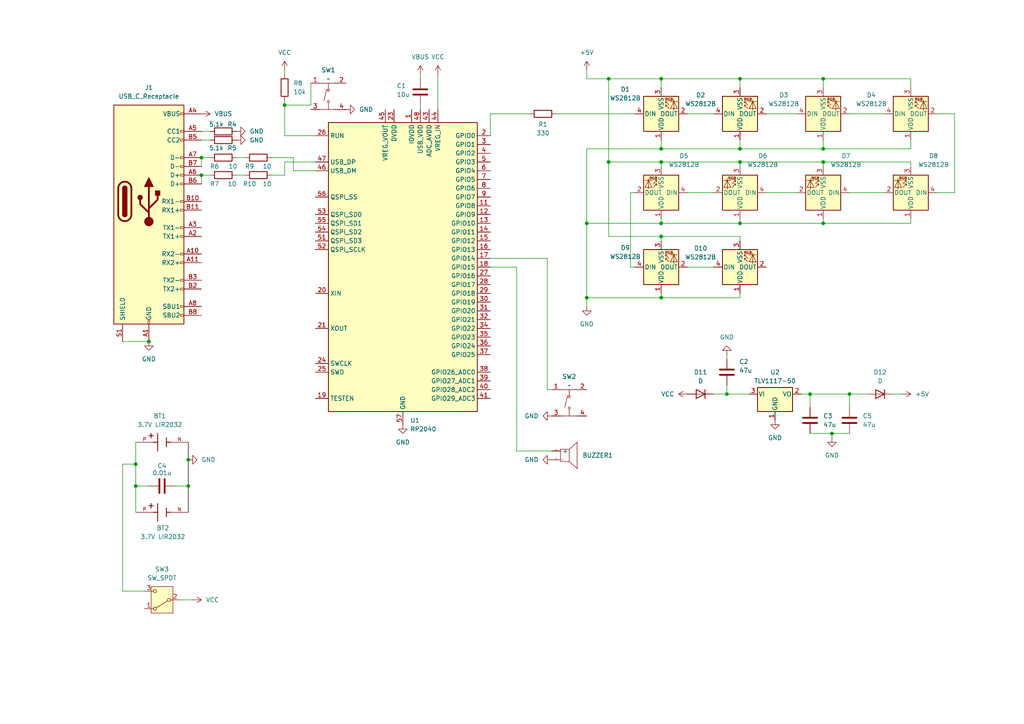
<source format=kicad_sch>
(kicad_sch
	(version 20241209)
	(generator "eeschema")
	(generator_version "8.99")
	(uuid "5d9f39dd-73fe-47d5-9db4-86bb97fcb76b")
	(paper "A4")
	(title_block
		(title "Snowglobe")
	)
	(lib_symbols
		(symbol "CR2032-BS-6-1:CR2032-BS-6-1"
			(pin_names
				(offset 1.016)
			)
			(exclude_from_sim no)
			(in_bom yes)
			(on_board yes)
			(property "Reference" "BT"
				(at -3.81 3.81 0)
				(effects
					(font
						(size 1.27 1.27)
					)
					(justify left bottom)
				)
			)
			(property "Value" "CR2032-BS-6-1"
				(at -3.81 -5.08 0)
				(effects
					(font
						(size 1.27 1.27)
					)
					(justify left bottom)
				)
			)
			(property "Footprint" "CR2032-BS-6-1:BAT_CR2032-BS-6-1"
				(at 0 0 0)
				(effects
					(font
						(size 1.27 1.27)
					)
					(justify bottom)
					(hide yes)
				)
			)
			(property "Datasheet" ""
				(at 0 0 0)
				(effects
					(font
						(size 1.27 1.27)
					)
					(hide yes)
				)
			)
			(property "Description" ""
				(at 0 0 0)
				(effects
					(font
						(size 1.27 1.27)
					)
					(hide yes)
				)
			)
			(property "MF" "Shenzhen Q&J Electronics Co. Ltd"
				(at 0 0 0)
				(effects
					(font
						(size 1.27 1.27)
					)
					(justify bottom)
					(hide yes)
				)
			)
			(property "MAXIMUM_PACKAGE_HEIGHT" "5.55mm"
				(at 0 0 0)
				(effects
					(font
						(size 1.27 1.27)
					)
					(justify bottom)
					(hide yes)
				)
			)
			(property "Package" "Package"
				(at 0 0 0)
				(effects
					(font
						(size 1.27 1.27)
					)
					(justify bottom)
					(hide yes)
				)
			)
			(property "Price" "None"
				(at 0 0 0)
				(effects
					(font
						(size 1.27 1.27)
					)
					(justify bottom)
					(hide yes)
				)
			)
			(property "Check_prices" "https://www.snapeda.com/parts/CR2032-BS-6-1/Shenzhen+Huacan+Tianlu+Electronics+Co.%252C+Ltd./view-part/?ref=eda"
				(at 0 0 0)
				(effects
					(font
						(size 1.27 1.27)
					)
					(justify bottom)
					(hide yes)
				)
			)
			(property "STANDARD" "Manufacturer Recommendations"
				(at 0 0 0)
				(effects
					(font
						(size 1.27 1.27)
					)
					(justify bottom)
					(hide yes)
				)
			)
			(property "PARTREV" "2011/2/14"
				(at 0 0 0)
				(effects
					(font
						(size 1.27 1.27)
					)
					(justify bottom)
					(hide yes)
				)
			)
			(property "SnapEDA_Link" "https://www.snapeda.com/parts/CR2032-BS-6-1/Shenzhen+Huacan+Tianlu+Electronics+Co.%252C+Ltd./view-part/?ref=snap"
				(at 0 0 0)
				(effects
					(font
						(size 1.27 1.27)
					)
					(justify bottom)
					(hide yes)
				)
			)
			(property "MP" "CR2032-BS-6-1"
				(at 0 0 0)
				(effects
					(font
						(size 1.27 1.27)
					)
					(justify bottom)
					(hide yes)
				)
			)
			(property "Description_1" "Battery base CR2032 SMD Battery Connectors ROHS"
				(at 0 0 0)
				(effects
					(font
						(size 1.27 1.27)
					)
					(justify bottom)
					(hide yes)
				)
			)
			(property "SNAPEDA_PN" "CR2032-BS-6-1"
				(at 0 0 0)
				(effects
					(font
						(size 1.27 1.27)
					)
					(justify bottom)
					(hide yes)
				)
			)
			(property "Availability" "Not in stock"
				(at 0 0 0)
				(effects
					(font
						(size 1.27 1.27)
					)
					(justify bottom)
					(hide yes)
				)
			)
			(property "MANUFACTURER" "Shenzhen Q and J Electronics"
				(at 0 0 0)
				(effects
					(font
						(size 1.27 1.27)
					)
					(justify bottom)
					(hide yes)
				)
			)
			(symbol "CR2032-BS-6-1_0_0"
				(polyline
					(pts
						(xy -3.81 1.905) (xy -2.54 1.905)
					)
					(stroke
						(width 0.254)
						(type default)
					)
					(fill
						(type none)
					)
				)
				(polyline
					(pts
						(xy -3.175 2.54) (xy -3.175 1.27)
					)
					(stroke
						(width 0.254)
						(type default)
					)
					(fill
						(type none)
					)
				)
				(polyline
					(pts
						(xy -1.27 2.54) (xy -1.27 0)
					)
					(stroke
						(width 0.254)
						(type default)
					)
					(fill
						(type none)
					)
				)
				(polyline
					(pts
						(xy -1.27 0) (xy -1.27 -2.54)
					)
					(stroke
						(width 0.254)
						(type default)
					)
					(fill
						(type none)
					)
				)
				(polyline
					(pts
						(xy -1.27 0) (xy -2.54 0)
					)
					(stroke
						(width 0.254)
						(type default)
					)
					(fill
						(type none)
					)
				)
				(polyline
					(pts
						(xy 1.27 1.27) (xy 1.27 0)
					)
					(stroke
						(width 0.254)
						(type default)
					)
					(fill
						(type none)
					)
				)
				(polyline
					(pts
						(xy 1.27 0) (xy 1.27 -1.27)
					)
					(stroke
						(width 0.254)
						(type default)
					)
					(fill
						(type none)
					)
				)
				(polyline
					(pts
						(xy 1.27 0) (xy 2.54 0)
					)
					(stroke
						(width 0.254)
						(type default)
					)
					(fill
						(type none)
					)
				)
				(pin passive line
					(at -7.62 0 0)
					(length 5.08)
					(name "~"
						(effects
							(font
								(size 1.016 1.016)
							)
						)
					)
					(number "P"
						(effects
							(font
								(size 1.016 1.016)
							)
						)
					)
				)
				(pin passive line
					(at 7.62 0 180)
					(length 5.08)
					(name "~"
						(effects
							(font
								(size 1.016 1.016)
							)
						)
					)
					(number "N"
						(effects
							(font
								(size 1.016 1.016)
							)
						)
					)
				)
			)
			(embedded_fonts no)
		)
		(symbol "Connector:USB_C_Receptacle"
			(pin_names
				(offset 1.016)
			)
			(exclude_from_sim no)
			(in_bom yes)
			(on_board yes)
			(property "Reference" "J"
				(at -10.16 29.21 0)
				(effects
					(font
						(size 1.27 1.27)
					)
					(justify left)
				)
			)
			(property "Value" "USB_C_Receptacle"
				(at 10.16 29.21 0)
				(effects
					(font
						(size 1.27 1.27)
					)
					(justify right)
				)
			)
			(property "Footprint" ""
				(at 3.81 0 0)
				(effects
					(font
						(size 1.27 1.27)
					)
					(hide yes)
				)
			)
			(property "Datasheet" "https://www.usb.org/sites/default/files/documents/usb_type-c.zip"
				(at 3.81 0 0)
				(effects
					(font
						(size 1.27 1.27)
					)
					(hide yes)
				)
			)
			(property "Description" "USB Full-Featured Type-C Receptacle connector"
				(at 0 0 0)
				(effects
					(font
						(size 1.27 1.27)
					)
					(hide yes)
				)
			)
			(property "ki_keywords" "usb universal serial bus type-C full-featured"
				(at 0 0 0)
				(effects
					(font
						(size 1.27 1.27)
					)
					(hide yes)
				)
			)
			(property "ki_fp_filters" "USB*C*Receptacle*"
				(at 0 0 0)
				(effects
					(font
						(size 1.27 1.27)
					)
					(hide yes)
				)
			)
			(symbol "USB_C_Receptacle_0_0"
				(rectangle
					(start -0.254 -35.56)
					(end 0.254 -34.544)
					(stroke
						(width 0)
						(type default)
					)
					(fill
						(type none)
					)
				)
				(rectangle
					(start 10.16 25.654)
					(end 9.144 25.146)
					(stroke
						(width 0)
						(type default)
					)
					(fill
						(type none)
					)
				)
				(rectangle
					(start 10.16 20.574)
					(end 9.144 20.066)
					(stroke
						(width 0)
						(type default)
					)
					(fill
						(type none)
					)
				)
				(rectangle
					(start 10.16 18.034)
					(end 9.144 17.526)
					(stroke
						(width 0)
						(type default)
					)
					(fill
						(type none)
					)
				)
				(rectangle
					(start 10.16 12.954)
					(end 9.144 12.446)
					(stroke
						(width 0)
						(type default)
					)
					(fill
						(type none)
					)
				)
				(rectangle
					(start 10.16 10.414)
					(end 9.144 9.906)
					(stroke
						(width 0)
						(type default)
					)
					(fill
						(type none)
					)
				)
				(rectangle
					(start 10.16 7.874)
					(end 9.144 7.366)
					(stroke
						(width 0)
						(type default)
					)
					(fill
						(type none)
					)
				)
				(rectangle
					(start 10.16 5.334)
					(end 9.144 4.826)
					(stroke
						(width 0)
						(type default)
					)
					(fill
						(type none)
					)
				)
				(rectangle
					(start 10.16 0.254)
					(end 9.144 -0.254)
					(stroke
						(width 0)
						(type default)
					)
					(fill
						(type none)
					)
				)
				(rectangle
					(start 10.16 -2.286)
					(end 9.144 -2.794)
					(stroke
						(width 0)
						(type default)
					)
					(fill
						(type none)
					)
				)
				(rectangle
					(start 10.16 -7.366)
					(end 9.144 -7.874)
					(stroke
						(width 0)
						(type default)
					)
					(fill
						(type none)
					)
				)
				(rectangle
					(start 10.16 -9.906)
					(end 9.144 -10.414)
					(stroke
						(width 0)
						(type default)
					)
					(fill
						(type none)
					)
				)
				(rectangle
					(start 10.16 -14.986)
					(end 9.144 -15.494)
					(stroke
						(width 0)
						(type default)
					)
					(fill
						(type none)
					)
				)
				(rectangle
					(start 10.16 -17.526)
					(end 9.144 -18.034)
					(stroke
						(width 0)
						(type default)
					)
					(fill
						(type none)
					)
				)
				(rectangle
					(start 10.16 -22.606)
					(end 9.144 -23.114)
					(stroke
						(width 0)
						(type default)
					)
					(fill
						(type none)
					)
				)
				(rectangle
					(start 10.16 -25.146)
					(end 9.144 -25.654)
					(stroke
						(width 0)
						(type default)
					)
					(fill
						(type none)
					)
				)
				(rectangle
					(start 10.16 -30.226)
					(end 9.144 -30.734)
					(stroke
						(width 0)
						(type default)
					)
					(fill
						(type none)
					)
				)
				(rectangle
					(start 10.16 -32.766)
					(end 9.144 -33.274)
					(stroke
						(width 0)
						(type default)
					)
					(fill
						(type none)
					)
				)
			)
			(symbol "USB_C_Receptacle_0_1"
				(rectangle
					(start -10.16 27.94)
					(end 10.16 -35.56)
					(stroke
						(width 0.254)
						(type default)
					)
					(fill
						(type background)
					)
				)
				(polyline
					(pts
						(xy -8.89 -3.81) (xy -8.89 3.81)
					)
					(stroke
						(width 0.508)
						(type default)
					)
					(fill
						(type none)
					)
				)
				(rectangle
					(start -7.62 -3.81)
					(end -6.35 3.81)
					(stroke
						(width 0.254)
						(type default)
					)
					(fill
						(type outline)
					)
				)
				(arc
					(start -7.62 3.81)
					(mid -6.985 4.4423)
					(end -6.35 3.81)
					(stroke
						(width 0.254)
						(type default)
					)
					(fill
						(type none)
					)
				)
				(arc
					(start -7.62 3.81)
					(mid -6.985 4.4423)
					(end -6.35 3.81)
					(stroke
						(width 0.254)
						(type default)
					)
					(fill
						(type outline)
					)
				)
				(arc
					(start -8.89 3.81)
					(mid -6.985 5.7067)
					(end -5.08 3.81)
					(stroke
						(width 0.508)
						(type default)
					)
					(fill
						(type none)
					)
				)
				(arc
					(start -5.08 -3.81)
					(mid -6.985 -5.7067)
					(end -8.89 -3.81)
					(stroke
						(width 0.508)
						(type default)
					)
					(fill
						(type none)
					)
				)
				(arc
					(start -6.35 -3.81)
					(mid -6.985 -4.4423)
					(end -7.62 -3.81)
					(stroke
						(width 0.254)
						(type default)
					)
					(fill
						(type outline)
					)
				)
				(arc
					(start -6.35 -3.81)
					(mid -6.985 -4.4423)
					(end -7.62 -3.81)
					(stroke
						(width 0.254)
						(type default)
					)
					(fill
						(type none)
					)
				)
				(polyline
					(pts
						(xy -5.08 3.81) (xy -5.08 -3.81)
					)
					(stroke
						(width 0.508)
						(type default)
					)
					(fill
						(type none)
					)
				)
			)
			(symbol "USB_C_Receptacle_1_1"
				(circle
					(center -2.54 1.143)
					(radius 0.635)
					(stroke
						(width 0.254)
						(type default)
					)
					(fill
						(type outline)
					)
				)
				(polyline
					(pts
						(xy -1.27 4.318) (xy 0 6.858) (xy 1.27 4.318) (xy -1.27 4.318)
					)
					(stroke
						(width 0.254)
						(type default)
					)
					(fill
						(type outline)
					)
				)
				(polyline
					(pts
						(xy 0 -2.032) (xy 2.54 0.508) (xy 2.54 1.778)
					)
					(stroke
						(width 0.508)
						(type default)
					)
					(fill
						(type none)
					)
				)
				(polyline
					(pts
						(xy 0 -3.302) (xy -2.54 -0.762) (xy -2.54 0.508)
					)
					(stroke
						(width 0.508)
						(type default)
					)
					(fill
						(type none)
					)
				)
				(polyline
					(pts
						(xy 0 -5.842) (xy 0 4.318)
					)
					(stroke
						(width 0.508)
						(type default)
					)
					(fill
						(type none)
					)
				)
				(circle
					(center 0 -5.842)
					(radius 1.27)
					(stroke
						(width 0)
						(type default)
					)
					(fill
						(type outline)
					)
				)
				(rectangle
					(start 1.905 1.778)
					(end 3.175 3.048)
					(stroke
						(width 0.254)
						(type default)
					)
					(fill
						(type outline)
					)
				)
				(pin passive line
					(at -7.62 -40.64 90)
					(length 5.08)
					(name "SHIELD"
						(effects
							(font
								(size 1.27 1.27)
							)
						)
					)
					(number "S1"
						(effects
							(font
								(size 1.27 1.27)
							)
						)
					)
				)
				(pin passive line
					(at 0 -40.64 90)
					(length 5.08)
					(name "GND"
						(effects
							(font
								(size 1.27 1.27)
							)
						)
					)
					(number "A1"
						(effects
							(font
								(size 1.27 1.27)
							)
						)
					)
				)
				(pin passive line
					(at 0 -40.64 90)
					(length 5.08)
					(hide yes)
					(name "GND"
						(effects
							(font
								(size 1.27 1.27)
							)
						)
					)
					(number "A12"
						(effects
							(font
								(size 1.27 1.27)
							)
						)
					)
				)
				(pin passive line
					(at 0 -40.64 90)
					(length 5.08)
					(hide yes)
					(name "GND"
						(effects
							(font
								(size 1.27 1.27)
							)
						)
					)
					(number "B1"
						(effects
							(font
								(size 1.27 1.27)
							)
						)
					)
				)
				(pin passive line
					(at 0 -40.64 90)
					(length 5.08)
					(hide yes)
					(name "GND"
						(effects
							(font
								(size 1.27 1.27)
							)
						)
					)
					(number "B12"
						(effects
							(font
								(size 1.27 1.27)
							)
						)
					)
				)
				(pin passive line
					(at 15.24 25.4 180)
					(length 5.08)
					(name "VBUS"
						(effects
							(font
								(size 1.27 1.27)
							)
						)
					)
					(number "A4"
						(effects
							(font
								(size 1.27 1.27)
							)
						)
					)
				)
				(pin passive line
					(at 15.24 25.4 180)
					(length 5.08)
					(hide yes)
					(name "VBUS"
						(effects
							(font
								(size 1.27 1.27)
							)
						)
					)
					(number "A9"
						(effects
							(font
								(size 1.27 1.27)
							)
						)
					)
				)
				(pin passive line
					(at 15.24 25.4 180)
					(length 5.08)
					(hide yes)
					(name "VBUS"
						(effects
							(font
								(size 1.27 1.27)
							)
						)
					)
					(number "B4"
						(effects
							(font
								(size 1.27 1.27)
							)
						)
					)
				)
				(pin passive line
					(at 15.24 25.4 180)
					(length 5.08)
					(hide yes)
					(name "VBUS"
						(effects
							(font
								(size 1.27 1.27)
							)
						)
					)
					(number "B9"
						(effects
							(font
								(size 1.27 1.27)
							)
						)
					)
				)
				(pin bidirectional line
					(at 15.24 20.32 180)
					(length 5.08)
					(name "CC1"
						(effects
							(font
								(size 1.27 1.27)
							)
						)
					)
					(number "A5"
						(effects
							(font
								(size 1.27 1.27)
							)
						)
					)
				)
				(pin bidirectional line
					(at 15.24 17.78 180)
					(length 5.08)
					(name "CC2"
						(effects
							(font
								(size 1.27 1.27)
							)
						)
					)
					(number "B5"
						(effects
							(font
								(size 1.27 1.27)
							)
						)
					)
				)
				(pin bidirectional line
					(at 15.24 12.7 180)
					(length 5.08)
					(name "D-"
						(effects
							(font
								(size 1.27 1.27)
							)
						)
					)
					(number "A7"
						(effects
							(font
								(size 1.27 1.27)
							)
						)
					)
				)
				(pin bidirectional line
					(at 15.24 10.16 180)
					(length 5.08)
					(name "D-"
						(effects
							(font
								(size 1.27 1.27)
							)
						)
					)
					(number "B7"
						(effects
							(font
								(size 1.27 1.27)
							)
						)
					)
				)
				(pin bidirectional line
					(at 15.24 7.62 180)
					(length 5.08)
					(name "D+"
						(effects
							(font
								(size 1.27 1.27)
							)
						)
					)
					(number "A6"
						(effects
							(font
								(size 1.27 1.27)
							)
						)
					)
				)
				(pin bidirectional line
					(at 15.24 5.08 180)
					(length 5.08)
					(name "D+"
						(effects
							(font
								(size 1.27 1.27)
							)
						)
					)
					(number "B6"
						(effects
							(font
								(size 1.27 1.27)
							)
						)
					)
				)
				(pin bidirectional line
					(at 15.24 0 180)
					(length 5.08)
					(name "RX1-"
						(effects
							(font
								(size 1.27 1.27)
							)
						)
					)
					(number "B10"
						(effects
							(font
								(size 1.27 1.27)
							)
						)
					)
				)
				(pin bidirectional line
					(at 15.24 -2.54 180)
					(length 5.08)
					(name "RX1+"
						(effects
							(font
								(size 1.27 1.27)
							)
						)
					)
					(number "B11"
						(effects
							(font
								(size 1.27 1.27)
							)
						)
					)
				)
				(pin bidirectional line
					(at 15.24 -7.62 180)
					(length 5.08)
					(name "TX1-"
						(effects
							(font
								(size 1.27 1.27)
							)
						)
					)
					(number "A3"
						(effects
							(font
								(size 1.27 1.27)
							)
						)
					)
				)
				(pin bidirectional line
					(at 15.24 -10.16 180)
					(length 5.08)
					(name "TX1+"
						(effects
							(font
								(size 1.27 1.27)
							)
						)
					)
					(number "A2"
						(effects
							(font
								(size 1.27 1.27)
							)
						)
					)
				)
				(pin bidirectional line
					(at 15.24 -15.24 180)
					(length 5.08)
					(name "RX2-"
						(effects
							(font
								(size 1.27 1.27)
							)
						)
					)
					(number "A10"
						(effects
							(font
								(size 1.27 1.27)
							)
						)
					)
				)
				(pin bidirectional line
					(at 15.24 -17.78 180)
					(length 5.08)
					(name "RX2+"
						(effects
							(font
								(size 1.27 1.27)
							)
						)
					)
					(number "A11"
						(effects
							(font
								(size 1.27 1.27)
							)
						)
					)
				)
				(pin bidirectional line
					(at 15.24 -22.86 180)
					(length 5.08)
					(name "TX2-"
						(effects
							(font
								(size 1.27 1.27)
							)
						)
					)
					(number "B3"
						(effects
							(font
								(size 1.27 1.27)
							)
						)
					)
				)
				(pin bidirectional line
					(at 15.24 -25.4 180)
					(length 5.08)
					(name "TX2+"
						(effects
							(font
								(size 1.27 1.27)
							)
						)
					)
					(number "B2"
						(effects
							(font
								(size 1.27 1.27)
							)
						)
					)
				)
				(pin bidirectional line
					(at 15.24 -30.48 180)
					(length 5.08)
					(name "SBU1"
						(effects
							(font
								(size 1.27 1.27)
							)
						)
					)
					(number "A8"
						(effects
							(font
								(size 1.27 1.27)
							)
						)
					)
				)
				(pin bidirectional line
					(at 15.24 -33.02 180)
					(length 5.08)
					(name "SBU2"
						(effects
							(font
								(size 1.27 1.27)
							)
						)
					)
					(number "B8"
						(effects
							(font
								(size 1.27 1.27)
							)
						)
					)
				)
			)
			(embedded_fonts no)
		)
		(symbol "Custom:TS-1187A-B-A-B"
			(exclude_from_sim no)
			(in_bom yes)
			(on_board yes)
			(property "Reference" "SW"
				(at 0.762 -1.016 0)
				(effects
					(font
						(size 1.27 1.27)
					)
				)
			)
			(property "Value" ""
				(at 0 0 0)
				(effects
					(font
						(size 1.27 1.27)
					)
				)
			)
			(property "Footprint" ""
				(at 0 0 0)
				(effects
					(font
						(size 1.27 1.27)
					)
					(hide yes)
				)
			)
			(property "Datasheet" ""
				(at 0 0 0)
				(effects
					(font
						(size 1.27 1.27)
					)
					(hide yes)
				)
			)
			(property "Description" ""
				(at 0 0 0)
				(effects
					(font
						(size 1.27 1.27)
					)
					(hide yes)
				)
			)
			(property "Manufacturer Part" "TS-1187A-B-A-B"
				(at -0.254 -8.128 0)
				(effects
					(font
						(size 1.27 1.27)
					)
					(hide yes)
				)
			)
			(property "Manufacturer" ""
				(at 0 0 0)
				(effects
					(font
						(size 1.27 1.27)
					)
					(hide yes)
				)
			)
			(property "Supplier Part" ""
				(at 0 0 0)
				(effects
					(font
						(size 1.27 1.27)
					)
					(hide yes)
				)
			)
			(property "Supplier" ""
				(at 0 0 0)
				(effects
					(font
						(size 1.27 1.27)
					)
					(hide yes)
				)
			)
			(property "LCSC Part Name" ""
				(at 0 0 0)
				(effects
					(font
						(size 1.27 1.27)
					)
					(hide yes)
				)
			)
			(symbol "TS-1187A-B-A-B_1_0"
				(polyline
					(pts
						(xy -2.54 2.54) (xy 2.54 2.54)
					)
					(stroke
						(width 0)
						(type default)
					)
					(fill
						(type none)
					)
				)
				(polyline
					(pts
						(xy -2.54 -5.08) (xy 2.54 -5.08)
					)
					(stroke
						(width 0)
						(type default)
					)
					(fill
						(type none)
					)
				)
				(polyline
					(pts
						(xy -0.508 0.762) (xy -1.27 -2.54)
					)
					(stroke
						(width 0)
						(type default)
					)
					(fill
						(type none)
					)
				)
				(polyline
					(pts
						(xy 0 0.762) (xy 0 2.54)
					)
					(stroke
						(width 0)
						(type default)
					)
					(fill
						(type none)
					)
				)
				(circle
					(center 0 0.508)
					(radius 0.3048)
					(stroke
						(width 0)
						(type default)
					)
					(fill
						(type none)
					)
				)
				(circle
					(center 0 -2.794)
					(radius 0.3048)
					(stroke
						(width 0)
						(type default)
					)
					(fill
						(type none)
					)
				)
				(polyline
					(pts
						(xy 0 -3.302) (xy 0 -5.08)
					)
					(stroke
						(width 0)
						(type default)
					)
					(fill
						(type none)
					)
				)
				(pin output line
					(at -5.08 2.54 0)
					(length 2.54)
					(name "A"
						(effects
							(font
								(size 0.0254 0.0254)
							)
						)
					)
					(number "1"
						(effects
							(font
								(size 1.27 1.27)
							)
						)
					)
				)
				(pin unspecified line
					(at -5.08 -5.08 0)
					(length 2.54)
					(name "C"
						(effects
							(font
								(size 0.0254 0.0254)
							)
						)
					)
					(number "3"
						(effects
							(font
								(size 1.27 1.27)
							)
						)
					)
				)
				(pin power_out line
					(at 5.08 2.54 180)
					(length 2.54)
					(name "B"
						(effects
							(font
								(size 0.0254 0.0254)
							)
						)
					)
					(number "2"
						(effects
							(font
								(size 1.27 1.27)
							)
						)
					)
				)
				(pin power_in line
					(at 5.08 -5.08 180)
					(length 2.54)
					(name "D"
						(effects
							(font
								(size 0.0254 0.0254)
							)
						)
					)
					(number "4"
						(effects
							(font
								(size 1.27 1.27)
							)
						)
					)
				)
			)
			(embedded_fonts no)
		)
		(symbol "Device:C"
			(pin_numbers
				(hide yes)
			)
			(pin_names
				(offset 0.254)
			)
			(exclude_from_sim no)
			(in_bom yes)
			(on_board yes)
			(property "Reference" "C"
				(at 0.635 2.54 0)
				(effects
					(font
						(size 1.27 1.27)
					)
					(justify left)
				)
			)
			(property "Value" "C"
				(at 0.635 -2.54 0)
				(effects
					(font
						(size 1.27 1.27)
					)
					(justify left)
				)
			)
			(property "Footprint" ""
				(at 0.9652 -3.81 0)
				(effects
					(font
						(size 1.27 1.27)
					)
					(hide yes)
				)
			)
			(property "Datasheet" "~"
				(at 0 0 0)
				(effects
					(font
						(size 1.27 1.27)
					)
					(hide yes)
				)
			)
			(property "Description" "Unpolarized capacitor"
				(at 0 0 0)
				(effects
					(font
						(size 1.27 1.27)
					)
					(hide yes)
				)
			)
			(property "ki_keywords" "cap capacitor"
				(at 0 0 0)
				(effects
					(font
						(size 1.27 1.27)
					)
					(hide yes)
				)
			)
			(property "ki_fp_filters" "C_*"
				(at 0 0 0)
				(effects
					(font
						(size 1.27 1.27)
					)
					(hide yes)
				)
			)
			(symbol "C_0_1"
				(polyline
					(pts
						(xy -2.032 0.762) (xy 2.032 0.762)
					)
					(stroke
						(width 0.508)
						(type default)
					)
					(fill
						(type none)
					)
				)
				(polyline
					(pts
						(xy -2.032 -0.762) (xy 2.032 -0.762)
					)
					(stroke
						(width 0.508)
						(type default)
					)
					(fill
						(type none)
					)
				)
			)
			(symbol "C_1_1"
				(pin passive line
					(at 0 3.81 270)
					(length 2.794)
					(name "~"
						(effects
							(font
								(size 1.27 1.27)
							)
						)
					)
					(number "1"
						(effects
							(font
								(size 1.27 1.27)
							)
						)
					)
				)
				(pin passive line
					(at 0 -3.81 90)
					(length 2.794)
					(name "~"
						(effects
							(font
								(size 1.27 1.27)
							)
						)
					)
					(number "2"
						(effects
							(font
								(size 1.27 1.27)
							)
						)
					)
				)
			)
			(embedded_fonts no)
		)
		(symbol "Device:D"
			(pin_numbers
				(hide yes)
			)
			(pin_names
				(offset 1.016)
				(hide yes)
			)
			(exclude_from_sim no)
			(in_bom yes)
			(on_board yes)
			(property "Reference" "D"
				(at 0 2.54 0)
				(effects
					(font
						(size 1.27 1.27)
					)
				)
			)
			(property "Value" "D"
				(at 0 -2.54 0)
				(effects
					(font
						(size 1.27 1.27)
					)
				)
			)
			(property "Footprint" ""
				(at 0 0 0)
				(effects
					(font
						(size 1.27 1.27)
					)
					(hide yes)
				)
			)
			(property "Datasheet" "~"
				(at 0 0 0)
				(effects
					(font
						(size 1.27 1.27)
					)
					(hide yes)
				)
			)
			(property "Description" "Diode"
				(at 0 0 0)
				(effects
					(font
						(size 1.27 1.27)
					)
					(hide yes)
				)
			)
			(property "Sim.Device" "D"
				(at 0 0 0)
				(effects
					(font
						(size 1.27 1.27)
					)
					(hide yes)
				)
			)
			(property "Sim.Pins" "1=K 2=A"
				(at 0 0 0)
				(effects
					(font
						(size 1.27 1.27)
					)
					(hide yes)
				)
			)
			(property "ki_keywords" "diode"
				(at 0 0 0)
				(effects
					(font
						(size 1.27 1.27)
					)
					(hide yes)
				)
			)
			(property "ki_fp_filters" "TO-???* *_Diode_* *SingleDiode* D_*"
				(at 0 0 0)
				(effects
					(font
						(size 1.27 1.27)
					)
					(hide yes)
				)
			)
			(symbol "D_0_1"
				(polyline
					(pts
						(xy -1.27 1.27) (xy -1.27 -1.27)
					)
					(stroke
						(width 0.254)
						(type default)
					)
					(fill
						(type none)
					)
				)
				(polyline
					(pts
						(xy 1.27 1.27) (xy 1.27 -1.27) (xy -1.27 0) (xy 1.27 1.27)
					)
					(stroke
						(width 0.254)
						(type default)
					)
					(fill
						(type none)
					)
				)
				(polyline
					(pts
						(xy 1.27 0) (xy -1.27 0)
					)
					(stroke
						(width 0)
						(type default)
					)
					(fill
						(type none)
					)
				)
			)
			(symbol "D_1_1"
				(pin passive line
					(at -3.81 0 0)
					(length 2.54)
					(name "K"
						(effects
							(font
								(size 1.27 1.27)
							)
						)
					)
					(number "1"
						(effects
							(font
								(size 1.27 1.27)
							)
						)
					)
				)
				(pin passive line
					(at 3.81 0 180)
					(length 2.54)
					(name "A"
						(effects
							(font
								(size 1.27 1.27)
							)
						)
					)
					(number "2"
						(effects
							(font
								(size 1.27 1.27)
							)
						)
					)
				)
			)
			(embedded_fonts no)
		)
		(symbol "Device:R"
			(pin_numbers
				(hide yes)
			)
			(pin_names
				(offset 0)
			)
			(exclude_from_sim no)
			(in_bom yes)
			(on_board yes)
			(property "Reference" "R"
				(at 2.032 0 90)
				(effects
					(font
						(size 1.27 1.27)
					)
				)
			)
			(property "Value" "R"
				(at 0 0 90)
				(effects
					(font
						(size 1.27 1.27)
					)
				)
			)
			(property "Footprint" ""
				(at -1.778 0 90)
				(effects
					(font
						(size 1.27 1.27)
					)
					(hide yes)
				)
			)
			(property "Datasheet" "~"
				(at 0 0 0)
				(effects
					(font
						(size 1.27 1.27)
					)
					(hide yes)
				)
			)
			(property "Description" "Resistor"
				(at 0 0 0)
				(effects
					(font
						(size 1.27 1.27)
					)
					(hide yes)
				)
			)
			(property "ki_keywords" "R res resistor"
				(at 0 0 0)
				(effects
					(font
						(size 1.27 1.27)
					)
					(hide yes)
				)
			)
			(property "ki_fp_filters" "R_*"
				(at 0 0 0)
				(effects
					(font
						(size 1.27 1.27)
					)
					(hide yes)
				)
			)
			(symbol "R_0_1"
				(rectangle
					(start -1.016 -2.54)
					(end 1.016 2.54)
					(stroke
						(width 0.254)
						(type default)
					)
					(fill
						(type none)
					)
				)
			)
			(symbol "R_1_1"
				(pin passive line
					(at 0 3.81 270)
					(length 1.27)
					(name "~"
						(effects
							(font
								(size 1.27 1.27)
							)
						)
					)
					(number "1"
						(effects
							(font
								(size 1.27 1.27)
							)
						)
					)
				)
				(pin passive line
					(at 0 -3.81 90)
					(length 1.27)
					(name "~"
						(effects
							(font
								(size 1.27 1.27)
							)
						)
					)
					(number "2"
						(effects
							(font
								(size 1.27 1.27)
							)
						)
					)
				)
			)
			(embedded_fonts no)
		)
		(symbol "FUET-1230:FST-1230"
			(exclude_from_sim no)
			(in_bom yes)
			(on_board yes)
			(property "Reference" "BUZZER"
				(at 0 -4.318 0)
				(effects
					(font
						(size 1.27 1.27)
					)
				)
			)
			(property "Value" "4kHz"
				(at 0 -6.858 0)
				(effects
					(font
						(size 1.27 1.27)
					)
					(hide yes)
				)
			)
			(property "Footprint" ""
				(at 0 0 0)
				(effects
					(font
						(size 1.27 1.27)
					)
					(hide yes)
				)
			)
			(property "Datasheet" ""
				(at 0 0 0)
				(effects
					(font
						(size 1.27 1.27)
					)
					(hide yes)
				)
			)
			(property "Description" ""
				(at 0 0 0)
				(effects
					(font
						(size 1.27 1.27)
					)
					(hide yes)
				)
			)
			(property "Manufacturer Part" ""
				(at 0 0 0)
				(effects
					(font
						(size 1.27 1.27)
					)
					(hide yes)
				)
			)
			(property "Manufacturer" ""
				(at 0 0 0)
				(effects
					(font
						(size 1.27 1.27)
					)
					(hide yes)
				)
			)
			(property "Supplier Part" ""
				(at 0 0 0)
				(effects
					(font
						(size 1.27 1.27)
					)
					(hide yes)
				)
			)
			(property "Supplier" ""
				(at 0 0 0)
				(effects
					(font
						(size 1.27 1.27)
					)
					(hide yes)
				)
			)
			(property "LCSC Part Name" ""
				(at 0 0 0)
				(effects
					(font
						(size 1.27 1.27)
					)
					(hide yes)
				)
			)
			(symbol "FST-1230_1_0"
				(polyline
					(pts
						(xy 0 3.048) (xy 2.54 3.048)
					)
					(stroke
						(width 0)
						(type default)
					)
					(fill
						(type none)
					)
				)
				(polyline
					(pts
						(xy 0 3.048) (xy 0 -0.508)
					)
					(stroke
						(width 0)
						(type default)
					)
					(fill
						(type none)
					)
				)
				(polyline
					(pts
						(xy 0 -0.508) (xy 2.54 -0.508)
					)
					(stroke
						(width 0)
						(type default)
					)
					(fill
						(type none)
					)
				)
				(polyline
					(pts
						(xy 2.54 3.048) (xy 2.54 -0.508)
					)
					(stroke
						(width 0)
						(type default)
					)
					(fill
						(type none)
					)
				)
				(polyline
					(pts
						(xy 2.54 -0.508) (xy 4.826 -2.54)
					)
					(stroke
						(width 0)
						(type default)
					)
					(fill
						(type none)
					)
				)
				(polyline
					(pts
						(xy 4.826 5.08) (xy 2.54 3.048)
					)
					(stroke
						(width 0)
						(type default)
					)
					(fill
						(type none)
					)
				)
				(polyline
					(pts
						(xy 4.826 5.08) (xy 4.826 -2.54)
					)
					(stroke
						(width 0)
						(type default)
					)
					(fill
						(type none)
					)
				)
				(pin unspecified line
					(at -2.54 2.54 0)
					(length 2.54)
					(name "+"
						(effects
							(font
								(size 1.27 1.27)
							)
						)
					)
					(number "1"
						(effects
							(font
								(size 0.0254 0.0254)
							)
						)
					)
				)
				(pin unspecified line
					(at -2.54 0 0)
					(length 2.54)
					(name "2"
						(effects
							(font
								(size 0.0254 0.0254)
							)
						)
					)
					(number "2"
						(effects
							(font
								(size 0.0254 0.0254)
							)
						)
					)
				)
			)
			(embedded_fonts no)
		)
		(symbol "LED:WS2812B"
			(pin_names
				(offset 0.254)
			)
			(exclude_from_sim no)
			(in_bom yes)
			(on_board yes)
			(property "Reference" "D"
				(at 5.08 5.715 0)
				(effects
					(font
						(size 1.27 1.27)
					)
					(justify right bottom)
				)
			)
			(property "Value" "WS2812B"
				(at 1.27 -5.715 0)
				(effects
					(font
						(size 1.27 1.27)
					)
					(justify left top)
				)
			)
			(property "Footprint" "LED_SMD:LED_WS2812B_PLCC4_5.0x5.0mm_P3.2mm"
				(at 1.27 -7.62 0)
				(effects
					(font
						(size 1.27 1.27)
					)
					(justify left top)
					(hide yes)
				)
			)
			(property "Datasheet" "https://cdn-shop.adafruit.com/datasheets/WS2812B.pdf"
				(at 2.54 -9.525 0)
				(effects
					(font
						(size 1.27 1.27)
					)
					(justify left top)
					(hide yes)
				)
			)
			(property "Description" "RGB LED with integrated controller"
				(at 0 0 0)
				(effects
					(font
						(size 1.27 1.27)
					)
					(hide yes)
				)
			)
			(property "ki_keywords" "RGB LED NeoPixel addressable"
				(at 0 0 0)
				(effects
					(font
						(size 1.27 1.27)
					)
					(hide yes)
				)
			)
			(property "ki_fp_filters" "LED*WS2812*PLCC*5.0x5.0mm*P3.2mm*"
				(at 0 0 0)
				(effects
					(font
						(size 1.27 1.27)
					)
					(hide yes)
				)
			)
			(symbol "WS2812B_0_0"
				(text "RGB"
					(at 2.286 -4.191 0)
					(effects
						(font
							(size 0.762 0.762)
						)
					)
				)
			)
			(symbol "WS2812B_0_1"
				(polyline
					(pts
						(xy 1.27 -2.54) (xy 1.778 -2.54)
					)
					(stroke
						(width 0)
						(type default)
					)
					(fill
						(type none)
					)
				)
				(polyline
					(pts
						(xy 1.27 -3.556) (xy 1.778 -3.556)
					)
					(stroke
						(width 0)
						(type default)
					)
					(fill
						(type none)
					)
				)
				(polyline
					(pts
						(xy 2.286 -1.524) (xy 1.27 -2.54) (xy 1.27 -2.032)
					)
					(stroke
						(width 0)
						(type default)
					)
					(fill
						(type none)
					)
				)
				(polyline
					(pts
						(xy 2.286 -2.54) (xy 1.27 -3.556) (xy 1.27 -3.048)
					)
					(stroke
						(width 0)
						(type default)
					)
					(fill
						(type none)
					)
				)
				(polyline
					(pts
						(xy 3.683 -1.016) (xy 3.683 -3.556) (xy 3.683 -4.064)
					)
					(stroke
						(width 0)
						(type default)
					)
					(fill
						(type none)
					)
				)
				(polyline
					(pts
						(xy 4.699 -1.524) (xy 2.667 -1.524) (xy 3.683 -3.556) (xy 4.699 -1.524)
					)
					(stroke
						(width 0)
						(type default)
					)
					(fill
						(type none)
					)
				)
				(polyline
					(pts
						(xy 4.699 -3.556) (xy 2.667 -3.556)
					)
					(stroke
						(width 0)
						(type default)
					)
					(fill
						(type none)
					)
				)
				(rectangle
					(start 5.08 5.08)
					(end -5.08 -5.08)
					(stroke
						(width 0.254)
						(type default)
					)
					(fill
						(type background)
					)
				)
			)
			(symbol "WS2812B_1_1"
				(pin input line
					(at -7.62 0 0)
					(length 2.54)
					(name "DIN"
						(effects
							(font
								(size 1.27 1.27)
							)
						)
					)
					(number "4"
						(effects
							(font
								(size 1.27 1.27)
							)
						)
					)
				)
				(pin power_in line
					(at 0 7.62 270)
					(length 2.54)
					(name "VDD"
						(effects
							(font
								(size 1.27 1.27)
							)
						)
					)
					(number "1"
						(effects
							(font
								(size 1.27 1.27)
							)
						)
					)
				)
				(pin power_in line
					(at 0 -7.62 90)
					(length 2.54)
					(name "VSS"
						(effects
							(font
								(size 1.27 1.27)
							)
						)
					)
					(number "3"
						(effects
							(font
								(size 1.27 1.27)
							)
						)
					)
				)
				(pin output line
					(at 7.62 0 180)
					(length 2.54)
					(name "DOUT"
						(effects
							(font
								(size 1.27 1.27)
							)
						)
					)
					(number "2"
						(effects
							(font
								(size 1.27 1.27)
							)
						)
					)
				)
			)
			(embedded_fonts no)
		)
		(symbol "MCU_RaspberryPi:RP2040"
			(exclude_from_sim no)
			(in_bom yes)
			(on_board yes)
			(property "Reference" "U"
				(at 17.78 45.72 0)
				(effects
					(font
						(size 1.27 1.27)
					)
				)
			)
			(property "Value" "RP2040"
				(at 17.78 43.18 0)
				(effects
					(font
						(size 1.27 1.27)
					)
				)
			)
			(property "Footprint" "Package_DFN_QFN:QFN-56-1EP_7x7mm_P0.4mm_EP3.2x3.2mm"
				(at 0 0 0)
				(effects
					(font
						(size 1.27 1.27)
					)
					(hide yes)
				)
			)
			(property "Datasheet" "https://datasheets.raspberrypi.com/rp2040/rp2040-datasheet.pdf"
				(at 0 0 0)
				(effects
					(font
						(size 1.27 1.27)
					)
					(hide yes)
				)
			)
			(property "Description" "A microcontroller by Raspberry Pi"
				(at 0 0 0)
				(effects
					(font
						(size 1.27 1.27)
					)
					(hide yes)
				)
			)
			(property "ki_keywords" "RP2040 ARM Cortex-M0+ USB"
				(at 0 0 0)
				(effects
					(font
						(size 1.27 1.27)
					)
					(hide yes)
				)
			)
			(property "ki_fp_filters" "QFN*1EP*7x7mm?P0.4mm*"
				(at 0 0 0)
				(effects
					(font
						(size 1.27 1.27)
					)
					(hide yes)
				)
			)
			(symbol "RP2040_0_1"
				(rectangle
					(start -21.59 41.91)
					(end 21.59 -41.91)
					(stroke
						(width 0.254)
						(type default)
					)
					(fill
						(type background)
					)
				)
			)
			(symbol "RP2040_1_1"
				(pin input line
					(at -25.4 38.1 0)
					(length 3.81)
					(name "RUN"
						(effects
							(font
								(size 1.27 1.27)
							)
						)
					)
					(number "26"
						(effects
							(font
								(size 1.27 1.27)
							)
						)
					)
				)
				(pin bidirectional line
					(at -25.4 30.48 0)
					(length 3.81)
					(name "USB_DP"
						(effects
							(font
								(size 1.27 1.27)
							)
						)
					)
					(number "47"
						(effects
							(font
								(size 1.27 1.27)
							)
						)
					)
				)
				(pin bidirectional line
					(at -25.4 27.94 0)
					(length 3.81)
					(name "USB_DM"
						(effects
							(font
								(size 1.27 1.27)
							)
						)
					)
					(number "46"
						(effects
							(font
								(size 1.27 1.27)
							)
						)
					)
				)
				(pin bidirectional line
					(at -25.4 20.32 0)
					(length 3.81)
					(name "QSPI_SS"
						(effects
							(font
								(size 1.27 1.27)
							)
						)
					)
					(number "56"
						(effects
							(font
								(size 1.27 1.27)
							)
						)
					)
				)
				(pin bidirectional line
					(at -25.4 15.24 0)
					(length 3.81)
					(name "QSPI_SD0"
						(effects
							(font
								(size 1.27 1.27)
							)
						)
					)
					(number "53"
						(effects
							(font
								(size 1.27 1.27)
							)
						)
					)
				)
				(pin bidirectional line
					(at -25.4 12.7 0)
					(length 3.81)
					(name "QSPI_SD1"
						(effects
							(font
								(size 1.27 1.27)
							)
						)
					)
					(number "55"
						(effects
							(font
								(size 1.27 1.27)
							)
						)
					)
				)
				(pin bidirectional line
					(at -25.4 10.16 0)
					(length 3.81)
					(name "QSPI_SD2"
						(effects
							(font
								(size 1.27 1.27)
							)
						)
					)
					(number "54"
						(effects
							(font
								(size 1.27 1.27)
							)
						)
					)
				)
				(pin bidirectional line
					(at -25.4 7.62 0)
					(length 3.81)
					(name "QSPI_SD3"
						(effects
							(font
								(size 1.27 1.27)
							)
						)
					)
					(number "51"
						(effects
							(font
								(size 1.27 1.27)
							)
						)
					)
				)
				(pin output line
					(at -25.4 5.08 0)
					(length 3.81)
					(name "QSPI_SCLK"
						(effects
							(font
								(size 1.27 1.27)
							)
						)
					)
					(number "52"
						(effects
							(font
								(size 1.27 1.27)
							)
						)
					)
				)
				(pin input line
					(at -25.4 -7.62 0)
					(length 3.81)
					(name "XIN"
						(effects
							(font
								(size 1.27 1.27)
							)
						)
					)
					(number "20"
						(effects
							(font
								(size 1.27 1.27)
							)
						)
					)
				)
				(pin passive line
					(at -25.4 -17.78 0)
					(length 3.81)
					(name "XOUT"
						(effects
							(font
								(size 1.27 1.27)
							)
						)
					)
					(number "21"
						(effects
							(font
								(size 1.27 1.27)
							)
						)
					)
				)
				(pin input line
					(at -25.4 -27.94 0)
					(length 3.81)
					(name "SWCLK"
						(effects
							(font
								(size 1.27 1.27)
							)
						)
					)
					(number "24"
						(effects
							(font
								(size 1.27 1.27)
							)
						)
					)
				)
				(pin bidirectional line
					(at -25.4 -30.48 0)
					(length 3.81)
					(name "SWD"
						(effects
							(font
								(size 1.27 1.27)
							)
						)
					)
					(number "25"
						(effects
							(font
								(size 1.27 1.27)
							)
						)
					)
				)
				(pin input line
					(at -25.4 -38.1 0)
					(length 3.81)
					(name "TESTEN"
						(effects
							(font
								(size 1.27 1.27)
							)
						)
					)
					(number "19"
						(effects
							(font
								(size 1.27 1.27)
							)
						)
					)
				)
				(pin power_out line
					(at -5.08 45.72 270)
					(length 3.81)
					(name "VREG_VOUT"
						(effects
							(font
								(size 1.27 1.27)
							)
						)
					)
					(number "45"
						(effects
							(font
								(size 1.27 1.27)
							)
						)
					)
				)
				(pin power_in line
					(at -2.54 45.72 270)
					(length 3.81)
					(name "DVDD"
						(effects
							(font
								(size 1.27 1.27)
							)
						)
					)
					(number "23"
						(effects
							(font
								(size 1.27 1.27)
							)
						)
					)
				)
				(pin passive line
					(at -2.54 45.72 270)
					(length 3.81)
					(hide yes)
					(name "DVDD"
						(effects
							(font
								(size 1.27 1.27)
							)
						)
					)
					(number "50"
						(effects
							(font
								(size 1.27 1.27)
							)
						)
					)
				)
				(pin power_in line
					(at 0 -45.72 90)
					(length 3.81)
					(name "GND"
						(effects
							(font
								(size 1.27 1.27)
							)
						)
					)
					(number "57"
						(effects
							(font
								(size 1.27 1.27)
							)
						)
					)
				)
				(pin power_in line
					(at 2.54 45.72 270)
					(length 3.81)
					(name "IOVDD"
						(effects
							(font
								(size 1.27 1.27)
							)
						)
					)
					(number "1"
						(effects
							(font
								(size 1.27 1.27)
							)
						)
					)
				)
				(pin passive line
					(at 2.54 45.72 270)
					(length 3.81)
					(hide yes)
					(name "IOVDD"
						(effects
							(font
								(size 1.27 1.27)
							)
						)
					)
					(number "10"
						(effects
							(font
								(size 1.27 1.27)
							)
						)
					)
				)
				(pin passive line
					(at 2.54 45.72 270)
					(length 3.81)
					(hide yes)
					(name "IOVDD"
						(effects
							(font
								(size 1.27 1.27)
							)
						)
					)
					(number "22"
						(effects
							(font
								(size 1.27 1.27)
							)
						)
					)
				)
				(pin passive line
					(at 2.54 45.72 270)
					(length 3.81)
					(hide yes)
					(name "IOVDD"
						(effects
							(font
								(size 1.27 1.27)
							)
						)
					)
					(number "33"
						(effects
							(font
								(size 1.27 1.27)
							)
						)
					)
				)
				(pin passive line
					(at 2.54 45.72 270)
					(length 3.81)
					(hide yes)
					(name "IOVDD"
						(effects
							(font
								(size 1.27 1.27)
							)
						)
					)
					(number "42"
						(effects
							(font
								(size 1.27 1.27)
							)
						)
					)
				)
				(pin passive line
					(at 2.54 45.72 270)
					(length 3.81)
					(hide yes)
					(name "IOVDD"
						(effects
							(font
								(size 1.27 1.27)
							)
						)
					)
					(number "49"
						(effects
							(font
								(size 1.27 1.27)
							)
						)
					)
				)
				(pin power_in line
					(at 5.08 45.72 270)
					(length 3.81)
					(name "USB_VDD"
						(effects
							(font
								(size 1.27 1.27)
							)
						)
					)
					(number "48"
						(effects
							(font
								(size 1.27 1.27)
							)
						)
					)
				)
				(pin power_in line
					(at 7.62 45.72 270)
					(length 3.81)
					(name "ADC_AVDD"
						(effects
							(font
								(size 1.27 1.27)
							)
						)
					)
					(number "43"
						(effects
							(font
								(size 1.27 1.27)
							)
						)
					)
				)
				(pin power_in line
					(at 10.16 45.72 270)
					(length 3.81)
					(name "VREG_IN"
						(effects
							(font
								(size 1.27 1.27)
							)
						)
					)
					(number "44"
						(effects
							(font
								(size 1.27 1.27)
							)
						)
					)
				)
				(pin bidirectional line
					(at 25.4 38.1 180)
					(length 3.81)
					(name "GPIO0"
						(effects
							(font
								(size 1.27 1.27)
							)
						)
					)
					(number "2"
						(effects
							(font
								(size 1.27 1.27)
							)
						)
					)
				)
				(pin bidirectional line
					(at 25.4 35.56 180)
					(length 3.81)
					(name "GPIO1"
						(effects
							(font
								(size 1.27 1.27)
							)
						)
					)
					(number "3"
						(effects
							(font
								(size 1.27 1.27)
							)
						)
					)
				)
				(pin bidirectional line
					(at 25.4 33.02 180)
					(length 3.81)
					(name "GPIO2"
						(effects
							(font
								(size 1.27 1.27)
							)
						)
					)
					(number "4"
						(effects
							(font
								(size 1.27 1.27)
							)
						)
					)
				)
				(pin bidirectional line
					(at 25.4 30.48 180)
					(length 3.81)
					(name "GPIO3"
						(effects
							(font
								(size 1.27 1.27)
							)
						)
					)
					(number "5"
						(effects
							(font
								(size 1.27 1.27)
							)
						)
					)
				)
				(pin bidirectional line
					(at 25.4 27.94 180)
					(length 3.81)
					(name "GPIO4"
						(effects
							(font
								(size 1.27 1.27)
							)
						)
					)
					(number "6"
						(effects
							(font
								(size 1.27 1.27)
							)
						)
					)
				)
				(pin bidirectional line
					(at 25.4 25.4 180)
					(length 3.81)
					(name "GPIO5"
						(effects
							(font
								(size 1.27 1.27)
							)
						)
					)
					(number "7"
						(effects
							(font
								(size 1.27 1.27)
							)
						)
					)
				)
				(pin bidirectional line
					(at 25.4 22.86 180)
					(length 3.81)
					(name "GPIO6"
						(effects
							(font
								(size 1.27 1.27)
							)
						)
					)
					(number "8"
						(effects
							(font
								(size 1.27 1.27)
							)
						)
					)
				)
				(pin bidirectional line
					(at 25.4 20.32 180)
					(length 3.81)
					(name "GPIO7"
						(effects
							(font
								(size 1.27 1.27)
							)
						)
					)
					(number "9"
						(effects
							(font
								(size 1.27 1.27)
							)
						)
					)
				)
				(pin bidirectional line
					(at 25.4 17.78 180)
					(length 3.81)
					(name "GPIO8"
						(effects
							(font
								(size 1.27 1.27)
							)
						)
					)
					(number "11"
						(effects
							(font
								(size 1.27 1.27)
							)
						)
					)
				)
				(pin bidirectional line
					(at 25.4 15.24 180)
					(length 3.81)
					(name "GPIO9"
						(effects
							(font
								(size 1.27 1.27)
							)
						)
					)
					(number "12"
						(effects
							(font
								(size 1.27 1.27)
							)
						)
					)
				)
				(pin bidirectional line
					(at 25.4 12.7 180)
					(length 3.81)
					(name "GPIO10"
						(effects
							(font
								(size 1.27 1.27)
							)
						)
					)
					(number "13"
						(effects
							(font
								(size 1.27 1.27)
							)
						)
					)
				)
				(pin bidirectional line
					(at 25.4 10.16 180)
					(length 3.81)
					(name "GPIO11"
						(effects
							(font
								(size 1.27 1.27)
							)
						)
					)
					(number "14"
						(effects
							(font
								(size 1.27 1.27)
							)
						)
					)
				)
				(pin bidirectional line
					(at 25.4 7.62 180)
					(length 3.81)
					(name "GPIO12"
						(effects
							(font
								(size 1.27 1.27)
							)
						)
					)
					(number "15"
						(effects
							(font
								(size 1.27 1.27)
							)
						)
					)
				)
				(pin bidirectional line
					(at 25.4 5.08 180)
					(length 3.81)
					(name "GPIO13"
						(effects
							(font
								(size 1.27 1.27)
							)
						)
					)
					(number "16"
						(effects
							(font
								(size 1.27 1.27)
							)
						)
					)
				)
				(pin bidirectional line
					(at 25.4 2.54 180)
					(length 3.81)
					(name "GPIO14"
						(effects
							(font
								(size 1.27 1.27)
							)
						)
					)
					(number "17"
						(effects
							(font
								(size 1.27 1.27)
							)
						)
					)
				)
				(pin bidirectional line
					(at 25.4 0 180)
					(length 3.81)
					(name "GPIO15"
						(effects
							(font
								(size 1.27 1.27)
							)
						)
					)
					(number "18"
						(effects
							(font
								(size 1.27 1.27)
							)
						)
					)
				)
				(pin bidirectional line
					(at 25.4 -2.54 180)
					(length 3.81)
					(name "GPIO16"
						(effects
							(font
								(size 1.27 1.27)
							)
						)
					)
					(number "27"
						(effects
							(font
								(size 1.27 1.27)
							)
						)
					)
				)
				(pin bidirectional line
					(at 25.4 -5.08 180)
					(length 3.81)
					(name "GPIO17"
						(effects
							(font
								(size 1.27 1.27)
							)
						)
					)
					(number "28"
						(effects
							(font
								(size 1.27 1.27)
							)
						)
					)
				)
				(pin bidirectional line
					(at 25.4 -7.62 180)
					(length 3.81)
					(name "GPIO18"
						(effects
							(font
								(size 1.27 1.27)
							)
						)
					)
					(number "29"
						(effects
							(font
								(size 1.27 1.27)
							)
						)
					)
				)
				(pin bidirectional line
					(at 25.4 -10.16 180)
					(length 3.81)
					(name "GPIO19"
						(effects
							(font
								(size 1.27 1.27)
							)
						)
					)
					(number "30"
						(effects
							(font
								(size 1.27 1.27)
							)
						)
					)
				)
				(pin bidirectional line
					(at 25.4 -12.7 180)
					(length 3.81)
					(name "GPIO20"
						(effects
							(font
								(size 1.27 1.27)
							)
						)
					)
					(number "31"
						(effects
							(font
								(size 1.27 1.27)
							)
						)
					)
				)
				(pin bidirectional line
					(at 25.4 -15.24 180)
					(length 3.81)
					(name "GPIO21"
						(effects
							(font
								(size 1.27 1.27)
							)
						)
					)
					(number "32"
						(effects
							(font
								(size 1.27 1.27)
							)
						)
					)
				)
				(pin bidirectional line
					(at 25.4 -17.78 180)
					(length 3.81)
					(name "GPIO22"
						(effects
							(font
								(size 1.27 1.27)
							)
						)
					)
					(number "34"
						(effects
							(font
								(size 1.27 1.27)
							)
						)
					)
				)
				(pin bidirectional line
					(at 25.4 -20.32 180)
					(length 3.81)
					(name "GPIO23"
						(effects
							(font
								(size 1.27 1.27)
							)
						)
					)
					(number "35"
						(effects
							(font
								(size 1.27 1.27)
							)
						)
					)
				)
				(pin bidirectional line
					(at 25.4 -22.86 180)
					(length 3.81)
					(name "GPIO24"
						(effects
							(font
								(size 1.27 1.27)
							)
						)
					)
					(number "36"
						(effects
							(font
								(size 1.27 1.27)
							)
						)
					)
				)
				(pin bidirectional line
					(at 25.4 -25.4 180)
					(length 3.81)
					(name "GPIO25"
						(effects
							(font
								(size 1.27 1.27)
							)
						)
					)
					(number "37"
						(effects
							(font
								(size 1.27 1.27)
							)
						)
					)
				)
				(pin bidirectional line
					(at 25.4 -30.48 180)
					(length 3.81)
					(name "GPIO26_ADC0"
						(effects
							(font
								(size 1.27 1.27)
							)
						)
					)
					(number "38"
						(effects
							(font
								(size 1.27 1.27)
							)
						)
					)
				)
				(pin bidirectional line
					(at 25.4 -33.02 180)
					(length 3.81)
					(name "GPIO27_ADC1"
						(effects
							(font
								(size 1.27 1.27)
							)
						)
					)
					(number "39"
						(effects
							(font
								(size 1.27 1.27)
							)
						)
					)
				)
				(pin bidirectional line
					(at 25.4 -35.56 180)
					(length 3.81)
					(name "GPIO28_ADC2"
						(effects
							(font
								(size 1.27 1.27)
							)
						)
					)
					(number "40"
						(effects
							(font
								(size 1.27 1.27)
							)
						)
					)
				)
				(pin bidirectional line
					(at 25.4 -38.1 180)
					(length 3.81)
					(name "GPIO29_ADC3"
						(effects
							(font
								(size 1.27 1.27)
							)
						)
					)
					(number "41"
						(effects
							(font
								(size 1.27 1.27)
							)
						)
					)
				)
			)
			(embedded_fonts no)
		)
		(symbol "Regulator_Linear:TLV1117-50"
			(pin_names
				(offset 0.254)
			)
			(exclude_from_sim no)
			(in_bom yes)
			(on_board yes)
			(property "Reference" "U"
				(at -3.81 3.175 0)
				(effects
					(font
						(size 1.27 1.27)
					)
				)
			)
			(property "Value" "TLV1117-50"
				(at 0 3.175 0)
				(effects
					(font
						(size 1.27 1.27)
					)
					(justify left)
				)
			)
			(property "Footprint" ""
				(at 0 0 0)
				(effects
					(font
						(size 1.27 1.27)
					)
					(hide yes)
				)
			)
			(property "Datasheet" "http://www.ti.com/lit/ds/symlink/tlv1117.pdf"
				(at 0 0 0)
				(effects
					(font
						(size 1.27 1.27)
					)
					(hide yes)
				)
			)
			(property "Description" "800mA Low-Dropout Linear Regulator, 5.0V fixed output, TO-220/TO-252/TO-263/SOT-223"
				(at 0 0 0)
				(effects
					(font
						(size 1.27 1.27)
					)
					(hide yes)
				)
			)
			(property "ki_keywords" "linear regulator ldo fixed positive"
				(at 0 0 0)
				(effects
					(font
						(size 1.27 1.27)
					)
					(hide yes)
				)
			)
			(property "ki_fp_filters" "SOT?223* TO?263* TO?252* TO?220*"
				(at 0 0 0)
				(effects
					(font
						(size 1.27 1.27)
					)
					(hide yes)
				)
			)
			(symbol "TLV1117-50_0_1"
				(rectangle
					(start -5.08 -5.08)
					(end 5.08 1.905)
					(stroke
						(width 0.254)
						(type default)
					)
					(fill
						(type background)
					)
				)
			)
			(symbol "TLV1117-50_1_1"
				(pin power_in line
					(at -7.62 0 0)
					(length 2.54)
					(name "VI"
						(effects
							(font
								(size 1.27 1.27)
							)
						)
					)
					(number "3"
						(effects
							(font
								(size 1.27 1.27)
							)
						)
					)
				)
				(pin power_in line
					(at 0 -7.62 90)
					(length 2.54)
					(name "GND"
						(effects
							(font
								(size 1.27 1.27)
							)
						)
					)
					(number "1"
						(effects
							(font
								(size 1.27 1.27)
							)
						)
					)
				)
				(pin power_out line
					(at 7.62 0 180)
					(length 2.54)
					(name "VO"
						(effects
							(font
								(size 1.27 1.27)
							)
						)
					)
					(number "2"
						(effects
							(font
								(size 1.27 1.27)
							)
						)
					)
				)
			)
			(embedded_fonts no)
		)
		(symbol "Switch:SW_SPDT"
			(pin_names
				(offset 0)
				(hide yes)
			)
			(exclude_from_sim no)
			(in_bom yes)
			(on_board yes)
			(property "Reference" "SW"
				(at 0 5.08 0)
				(effects
					(font
						(size 1.27 1.27)
					)
				)
			)
			(property "Value" "SW_SPDT"
				(at 0 -5.08 0)
				(effects
					(font
						(size 1.27 1.27)
					)
				)
			)
			(property "Footprint" ""
				(at 0 0 0)
				(effects
					(font
						(size 1.27 1.27)
					)
					(hide yes)
				)
			)
			(property "Datasheet" "~"
				(at 0 -7.62 0)
				(effects
					(font
						(size 1.27 1.27)
					)
					(hide yes)
				)
			)
			(property "Description" "Switch, single pole double throw"
				(at 0 0 0)
				(effects
					(font
						(size 1.27 1.27)
					)
					(hide yes)
				)
			)
			(property "ki_keywords" "switch single-pole double-throw spdt ON-ON"
				(at 0 0 0)
				(effects
					(font
						(size 1.27 1.27)
					)
					(hide yes)
				)
			)
			(symbol "SW_SPDT_0_1"
				(circle
					(center -2.032 0)
					(radius 0.4572)
					(stroke
						(width 0)
						(type default)
					)
					(fill
						(type none)
					)
				)
				(polyline
					(pts
						(xy -1.651 0.254) (xy 1.651 2.286)
					)
					(stroke
						(width 0)
						(type default)
					)
					(fill
						(type none)
					)
				)
				(circle
					(center 2.032 2.54)
					(radius 0.4572)
					(stroke
						(width 0)
						(type default)
					)
					(fill
						(type none)
					)
				)
				(circle
					(center 2.032 -2.54)
					(radius 0.4572)
					(stroke
						(width 0)
						(type default)
					)
					(fill
						(type none)
					)
				)
			)
			(symbol "SW_SPDT_1_1"
				(rectangle
					(start -3.175 3.81)
					(end 3.175 -3.81)
					(stroke
						(width 0)
						(type default)
					)
					(fill
						(type background)
					)
				)
				(pin passive line
					(at -5.08 0 0)
					(length 2.54)
					(name "B"
						(effects
							(font
								(size 1.27 1.27)
							)
						)
					)
					(number "2"
						(effects
							(font
								(size 1.27 1.27)
							)
						)
					)
				)
				(pin passive line
					(at 5.08 2.54 180)
					(length 2.54)
					(name "A"
						(effects
							(font
								(size 1.27 1.27)
							)
						)
					)
					(number "1"
						(effects
							(font
								(size 1.27 1.27)
							)
						)
					)
				)
				(pin passive line
					(at 5.08 -2.54 180)
					(length 2.54)
					(name "C"
						(effects
							(font
								(size 1.27 1.27)
							)
						)
					)
					(number "3"
						(effects
							(font
								(size 1.27 1.27)
							)
						)
					)
				)
			)
			(embedded_fonts no)
		)
		(symbol "power:+5V"
			(power)
			(pin_numbers
				(hide yes)
			)
			(pin_names
				(offset 0)
				(hide yes)
			)
			(exclude_from_sim no)
			(in_bom yes)
			(on_board yes)
			(property "Reference" "#PWR"
				(at 0 -3.81 0)
				(effects
					(font
						(size 1.27 1.27)
					)
					(hide yes)
				)
			)
			(property "Value" "+5V"
				(at 0 3.556 0)
				(effects
					(font
						(size 1.27 1.27)
					)
				)
			)
			(property "Footprint" ""
				(at 0 0 0)
				(effects
					(font
						(size 1.27 1.27)
					)
					(hide yes)
				)
			)
			(property "Datasheet" ""
				(at 0 0 0)
				(effects
					(font
						(size 1.27 1.27)
					)
					(hide yes)
				)
			)
			(property "Description" "Power symbol creates a global label with name \"+5V\""
				(at 0 0 0)
				(effects
					(font
						(size 1.27 1.27)
					)
					(hide yes)
				)
			)
			(property "ki_keywords" "global power"
				(at 0 0 0)
				(effects
					(font
						(size 1.27 1.27)
					)
					(hide yes)
				)
			)
			(symbol "+5V_0_1"
				(polyline
					(pts
						(xy -0.762 1.27) (xy 0 2.54)
					)
					(stroke
						(width 0)
						(type default)
					)
					(fill
						(type none)
					)
				)
				(polyline
					(pts
						(xy 0 2.54) (xy 0.762 1.27)
					)
					(stroke
						(width 0)
						(type default)
					)
					(fill
						(type none)
					)
				)
				(polyline
					(pts
						(xy 0 0) (xy 0 2.54)
					)
					(stroke
						(width 0)
						(type default)
					)
					(fill
						(type none)
					)
				)
			)
			(symbol "+5V_1_1"
				(pin power_in line
					(at 0 0 90)
					(length 0)
					(name "~"
						(effects
							(font
								(size 1.27 1.27)
							)
						)
					)
					(number "1"
						(effects
							(font
								(size 1.27 1.27)
							)
						)
					)
				)
			)
			(embedded_fonts no)
		)
		(symbol "power:GND"
			(power)
			(pin_numbers
				(hide yes)
			)
			(pin_names
				(offset 0)
				(hide yes)
			)
			(exclude_from_sim no)
			(in_bom yes)
			(on_board yes)
			(property "Reference" "#PWR"
				(at 0 -6.35 0)
				(effects
					(font
						(size 1.27 1.27)
					)
					(hide yes)
				)
			)
			(property "Value" "GND"
				(at 0 -3.81 0)
				(effects
					(font
						(size 1.27 1.27)
					)
				)
			)
			(property "Footprint" ""
				(at 0 0 0)
				(effects
					(font
						(size 1.27 1.27)
					)
					(hide yes)
				)
			)
			(property "Datasheet" ""
				(at 0 0 0)
				(effects
					(font
						(size 1.27 1.27)
					)
					(hide yes)
				)
			)
			(property "Description" "Power symbol creates a global label with name \"GND\" , ground"
				(at 0 0 0)
				(effects
					(font
						(size 1.27 1.27)
					)
					(hide yes)
				)
			)
			(property "ki_keywords" "global power"
				(at 0 0 0)
				(effects
					(font
						(size 1.27 1.27)
					)
					(hide yes)
				)
			)
			(symbol "GND_0_1"
				(polyline
					(pts
						(xy 0 0) (xy 0 -1.27) (xy 1.27 -1.27) (xy 0 -2.54) (xy -1.27 -1.27) (xy 0 -1.27)
					)
					(stroke
						(width 0)
						(type default)
					)
					(fill
						(type none)
					)
				)
			)
			(symbol "GND_1_1"
				(pin power_in line
					(at 0 0 270)
					(length 0)
					(name "~"
						(effects
							(font
								(size 1.27 1.27)
							)
						)
					)
					(number "1"
						(effects
							(font
								(size 1.27 1.27)
							)
						)
					)
				)
			)
			(embedded_fonts no)
		)
		(symbol "power:VBUS"
			(power)
			(pin_numbers
				(hide yes)
			)
			(pin_names
				(offset 0)
				(hide yes)
			)
			(exclude_from_sim no)
			(in_bom yes)
			(on_board yes)
			(property "Reference" "#PWR"
				(at 0 -3.81 0)
				(effects
					(font
						(size 1.27 1.27)
					)
					(hide yes)
				)
			)
			(property "Value" "VBUS"
				(at 0 3.556 0)
				(effects
					(font
						(size 1.27 1.27)
					)
				)
			)
			(property "Footprint" ""
				(at 0 0 0)
				(effects
					(font
						(size 1.27 1.27)
					)
					(hide yes)
				)
			)
			(property "Datasheet" ""
				(at 0 0 0)
				(effects
					(font
						(size 1.27 1.27)
					)
					(hide yes)
				)
			)
			(property "Description" "Power symbol creates a global label with name \"VBUS\""
				(at 0 0 0)
				(effects
					(font
						(size 1.27 1.27)
					)
					(hide yes)
				)
			)
			(property "ki_keywords" "global power"
				(at 0 0 0)
				(effects
					(font
						(size 1.27 1.27)
					)
					(hide yes)
				)
			)
			(symbol "VBUS_0_1"
				(polyline
					(pts
						(xy -0.762 1.27) (xy 0 2.54)
					)
					(stroke
						(width 0)
						(type default)
					)
					(fill
						(type none)
					)
				)
				(polyline
					(pts
						(xy 0 2.54) (xy 0.762 1.27)
					)
					(stroke
						(width 0)
						(type default)
					)
					(fill
						(type none)
					)
				)
				(polyline
					(pts
						(xy 0 0) (xy 0 2.54)
					)
					(stroke
						(width 0)
						(type default)
					)
					(fill
						(type none)
					)
				)
			)
			(symbol "VBUS_1_1"
				(pin power_in line
					(at 0 0 90)
					(length 0)
					(name "~"
						(effects
							(font
								(size 1.27 1.27)
							)
						)
					)
					(number "1"
						(effects
							(font
								(size 1.27 1.27)
							)
						)
					)
				)
			)
			(embedded_fonts no)
		)
		(symbol "power:VCC"
			(power)
			(pin_numbers
				(hide yes)
			)
			(pin_names
				(offset 0)
				(hide yes)
			)
			(exclude_from_sim no)
			(in_bom yes)
			(on_board yes)
			(property "Reference" "#PWR"
				(at 0 -3.81 0)
				(effects
					(font
						(size 1.27 1.27)
					)
					(hide yes)
				)
			)
			(property "Value" "VCC"
				(at 0 3.556 0)
				(effects
					(font
						(size 1.27 1.27)
					)
				)
			)
			(property "Footprint" ""
				(at 0 0 0)
				(effects
					(font
						(size 1.27 1.27)
					)
					(hide yes)
				)
			)
			(property "Datasheet" ""
				(at 0 0 0)
				(effects
					(font
						(size 1.27 1.27)
					)
					(hide yes)
				)
			)
			(property "Description" "Power symbol creates a global label with name \"VCC\""
				(at 0 0 0)
				(effects
					(font
						(size 1.27 1.27)
					)
					(hide yes)
				)
			)
			(property "ki_keywords" "global power"
				(at 0 0 0)
				(effects
					(font
						(size 1.27 1.27)
					)
					(hide yes)
				)
			)
			(symbol "VCC_0_1"
				(polyline
					(pts
						(xy -0.762 1.27) (xy 0 2.54)
					)
					(stroke
						(width 0)
						(type default)
					)
					(fill
						(type none)
					)
				)
				(polyline
					(pts
						(xy 0 2.54) (xy 0.762 1.27)
					)
					(stroke
						(width 0)
						(type default)
					)
					(fill
						(type none)
					)
				)
				(polyline
					(pts
						(xy 0 0) (xy 0 2.54)
					)
					(stroke
						(width 0)
						(type default)
					)
					(fill
						(type none)
					)
				)
			)
			(symbol "VCC_1_1"
				(pin power_in line
					(at 0 0 90)
					(length 0)
					(name "~"
						(effects
							(font
								(size 1.27 1.27)
							)
						)
					)
					(number "1"
						(effects
							(font
								(size 1.27 1.27)
							)
						)
					)
				)
			)
			(embedded_fonts no)
		)
	)
	(junction
		(at 170.18 86.36)
		(diameter 0)
		(color 0 0 0 0)
		(uuid "1ed44054-7239-489f-844b-c2b32fda68e9")
	)
	(junction
		(at 43.18 99.06)
		(diameter 0)
		(color 0 0 0 0)
		(uuid "2188fd5a-67c6-4db5-a2e1-4f3cc42b3101")
	)
	(junction
		(at 176.53 46.99)
		(diameter 0)
		(color 0 0 0 0)
		(uuid "384dc2fe-d304-4507-a047-0134dcb7b1b9")
	)
	(junction
		(at 238.76 64.77)
		(diameter 0)
		(color 0 0 0 0)
		(uuid "4133f408-5179-40a7-9cae-d33c1762702e")
	)
	(junction
		(at 191.77 46.99)
		(diameter 0)
		(color 0 0 0 0)
		(uuid "41e6993f-59f4-4419-a0be-ec7147801a3e")
	)
	(junction
		(at 170.18 64.77)
		(diameter 0)
		(color 0 0 0 0)
		(uuid "4dc835e2-8d3f-4642-9161-7b0bdb3a5faf")
	)
	(junction
		(at 214.63 43.18)
		(diameter 0)
		(color 0 0 0 0)
		(uuid "515f16fe-0a54-43f0-aa14-c5d4e9b952d1")
	)
	(junction
		(at 58.42 50.8)
		(diameter 0)
		(color 0 0 0 0)
		(uuid "5d4e1f64-9d30-4dab-8770-9a94d27ca189")
	)
	(junction
		(at 241.3 125.73)
		(diameter 0)
		(color 0 0 0 0)
		(uuid "5f2f0c38-1671-45e4-9168-15f240438ae6")
	)
	(junction
		(at 238.76 43.18)
		(diameter 0)
		(color 0 0 0 0)
		(uuid "691b73dc-e777-4bb7-9f64-9951064ff40e")
	)
	(junction
		(at 238.76 22.86)
		(diameter 0)
		(color 0 0 0 0)
		(uuid "71c8e295-8bc8-41b7-bdd5-414dbee4149e")
	)
	(junction
		(at 191.77 22.86)
		(diameter 0)
		(color 0 0 0 0)
		(uuid "749fe118-5173-4568-b4da-4f9449d175a6")
	)
	(junction
		(at 39.37 134.62)
		(diameter 0)
		(color 0 0 0 0)
		(uuid "75f5ecb2-24eb-42a3-ab0a-353a59e0417a")
	)
	(junction
		(at 191.77 68.58)
		(diameter 0)
		(color 0 0 0 0)
		(uuid "785cadd2-e212-4c72-9a45-384501f9704f")
	)
	(junction
		(at 238.76 46.99)
		(diameter 0)
		(color 0 0 0 0)
		(uuid "7911c1ab-f1e4-44f3-b223-574d5392d8de")
	)
	(junction
		(at 246.38 114.3)
		(diameter 0)
		(color 0 0 0 0)
		(uuid "7cd14808-c703-4fe7-a734-8b89cfee6ef7")
	)
	(junction
		(at 214.63 64.77)
		(diameter 0)
		(color 0 0 0 0)
		(uuid "8253278b-12d8-4c34-a330-545e881060bc")
	)
	(junction
		(at 39.37 140.97)
		(diameter 0)
		(color 0 0 0 0)
		(uuid "849309a5-8915-40a5-8727-54345d152133")
	)
	(junction
		(at 191.77 43.18)
		(diameter 0)
		(color 0 0 0 0)
		(uuid "8c2520e1-5413-4f86-8a03-9fa873bafd24")
	)
	(junction
		(at 176.53 22.86)
		(diameter 0)
		(color 0 0 0 0)
		(uuid "9272f716-151a-4cb2-a7cb-5a84bfe6fd0c")
	)
	(junction
		(at 214.63 22.86)
		(diameter 0)
		(color 0 0 0 0)
		(uuid "9bab8378-1a08-41b3-8f27-768bbdc3e991")
	)
	(junction
		(at 58.42 45.72)
		(diameter 0)
		(color 0 0 0 0)
		(uuid "9eca9f63-3b49-44df-a4ae-eb164a48fa70")
	)
	(junction
		(at 210.82 114.3)
		(diameter 0)
		(color 0 0 0 0)
		(uuid "a75f97e9-1747-449d-9da3-2b500bc6e004")
	)
	(junction
		(at 54.61 133.35)
		(diameter 0)
		(color 0 0 0 0)
		(uuid "ad75fc20-38e5-4d3f-9d76-0cf230d119af")
	)
	(junction
		(at 214.63 46.99)
		(diameter 0)
		(color 0 0 0 0)
		(uuid "c12137bc-5978-485b-a854-deee010a0c97")
	)
	(junction
		(at 82.55 30.48)
		(diameter 0)
		(color 0 0 0 0)
		(uuid "dac14917-e50b-4e9c-a1bc-468967581012")
	)
	(junction
		(at 191.77 86.36)
		(diameter 0)
		(color 0 0 0 0)
		(uuid "fa43643d-3947-4428-8072-33625e10ce65")
	)
	(junction
		(at 234.95 114.3)
		(diameter 0)
		(color 0 0 0 0)
		(uuid "faff7bd6-9888-410f-b5b5-0e20a5c3a28a")
	)
	(junction
		(at 54.61 140.97)
		(diameter 0)
		(color 0 0 0 0)
		(uuid "fb281e1b-3d15-46b8-8f2e-d44d744b9c29")
	)
	(junction
		(at 191.77 64.77)
		(diameter 0)
		(color 0 0 0 0)
		(uuid "fdafdfc4-ca1f-437d-8f9e-e97d5449b2a7")
	)
	(wire
		(pts
			(xy 238.76 46.99) (xy 264.16 46.99)
		)
		(stroke
			(width 0)
			(type default)
		)
		(uuid "05575590-55cd-4715-911d-1adeca082cbc")
	)
	(wire
		(pts
			(xy 58.42 45.72) (xy 58.42 48.26)
		)
		(stroke
			(width 0)
			(type default)
		)
		(uuid "095f5407-7ab2-476c-8116-4146815105f5")
	)
	(wire
		(pts
			(xy 210.82 114.3) (xy 217.17 114.3)
		)
		(stroke
			(width 0)
			(type default)
		)
		(uuid "096d0389-9cd2-4cd4-98fa-b8b73cf82ee8")
	)
	(wire
		(pts
			(xy 191.77 46.99) (xy 191.77 48.26)
		)
		(stroke
			(width 0)
			(type default)
		)
		(uuid "0ab68d24-9d07-4a56-8745-067088060ab7")
	)
	(wire
		(pts
			(xy 214.63 69.85) (xy 214.63 68.58)
		)
		(stroke
			(width 0)
			(type default)
		)
		(uuid "0fee8804-2b9e-4cde-96ab-3e15cc8ae708")
	)
	(wire
		(pts
			(xy 238.76 48.26) (xy 238.76 46.99)
		)
		(stroke
			(width 0)
			(type default)
		)
		(uuid "13b0f68b-3b36-453a-bfe2-f9f187711063")
	)
	(wire
		(pts
			(xy 191.77 40.64) (xy 191.77 43.18)
		)
		(stroke
			(width 0)
			(type default)
		)
		(uuid "156e5970-e121-4832-8a69-130761b04c6e")
	)
	(wire
		(pts
			(xy 121.92 31.75) (xy 121.92 30.48)
		)
		(stroke
			(width 0)
			(type default)
		)
		(uuid "19f98409-e679-452d-aaed-9f9ebdb7f469")
	)
	(wire
		(pts
			(xy 199.39 55.88) (xy 207.01 55.88)
		)
		(stroke
			(width 0)
			(type default)
		)
		(uuid "1c4a92e4-700c-489f-b7f6-424a748e4a51")
	)
	(wire
		(pts
			(xy 170.18 20.32) (xy 170.18 22.86)
		)
		(stroke
			(width 0)
			(type default)
		)
		(uuid "1eeb8d4f-9bdc-412e-8146-409c239e8d5b")
	)
	(wire
		(pts
			(xy 85.09 49.53) (xy 85.09 45.72)
		)
		(stroke
			(width 0)
			(type default)
		)
		(uuid "20a14c76-609a-46ca-acc4-2bfe4cf467a4")
	)
	(wire
		(pts
			(xy 234.95 114.3) (xy 246.38 114.3)
		)
		(stroke
			(width 0)
			(type default)
		)
		(uuid "22d44160-508a-4abd-b7e0-50263af00068")
	)
	(wire
		(pts
			(xy 58.42 45.72) (xy 60.96 45.72)
		)
		(stroke
			(width 0)
			(type default)
		)
		(uuid "247b8109-5f7b-4e18-a716-2bda9454d7a0")
	)
	(wire
		(pts
			(xy 54.61 140.97) (xy 54.61 148.59)
		)
		(stroke
			(width 0)
			(type default)
			(color 0 0 0 1)
		)
		(uuid "256234f9-7270-4aa4-9d73-997f0714045c")
	)
	(wire
		(pts
			(xy 39.37 134.62) (xy 39.37 140.97)
		)
		(stroke
			(width 0)
			(type default)
		)
		(uuid "284de2a1-2578-447d-ad10-330ef7c3d3ae")
	)
	(wire
		(pts
			(xy 214.63 64.77) (xy 191.77 64.77)
		)
		(stroke
			(width 0)
			(type default)
		)
		(uuid "31909b04-213e-4cbf-9668-d239e131f873")
	)
	(wire
		(pts
			(xy 214.63 40.64) (xy 214.63 43.18)
		)
		(stroke
			(width 0)
			(type default)
		)
		(uuid "346a52c5-6ebe-4177-8475-c6c45275e84d")
	)
	(wire
		(pts
			(xy 191.77 46.99) (xy 214.63 46.99)
		)
		(stroke
			(width 0)
			(type default)
		)
		(uuid "347efd0d-395a-428e-9715-01aa3d36bade")
	)
	(wire
		(pts
			(xy 191.77 22.86) (xy 214.63 22.86)
		)
		(stroke
			(width 0)
			(type default)
		)
		(uuid "376a859a-360f-461d-b703-e1ba0bb8d69a")
	)
	(wire
		(pts
			(xy 276.86 33.02) (xy 276.86 55.88)
		)
		(stroke
			(width 0)
			(type default)
		)
		(uuid "3cc3e0eb-63a5-4f42-a45b-547680387a44")
	)
	(wire
		(pts
			(xy 170.18 43.18) (xy 191.77 43.18)
		)
		(stroke
			(width 0)
			(type default)
		)
		(uuid "3f15eb6e-8225-47c2-a099-3dc8e3446cb3")
	)
	(wire
		(pts
			(xy 158.75 113.03) (xy 160.02 113.03)
		)
		(stroke
			(width 0)
			(type default)
		)
		(uuid "3fc4ca7e-e1aa-4770-ab8b-a2c2f1faaffb")
	)
	(wire
		(pts
			(xy 161.29 33.02) (xy 184.15 33.02)
		)
		(stroke
			(width 0)
			(type default)
		)
		(uuid "41342db2-7815-437a-bf79-cb467346f377")
	)
	(wire
		(pts
			(xy 191.77 68.58) (xy 191.77 69.85)
		)
		(stroke
			(width 0)
			(type default)
		)
		(uuid "433d88f4-8d81-4dd1-8082-cc6c0eb61213")
	)
	(wire
		(pts
			(xy 54.61 133.35) (xy 54.61 140.97)
		)
		(stroke
			(width 0)
			(type default)
			(color 0 0 0 1)
		)
		(uuid "45246055-8255-4973-98b6-31989c679dfe")
	)
	(wire
		(pts
			(xy 241.3 125.73) (xy 246.38 125.73)
		)
		(stroke
			(width 0)
			(type default)
		)
		(uuid "47b82344-832b-4949-bdad-21d8a84c30c5")
	)
	(wire
		(pts
			(xy 55.88 173.99) (xy 52.07 173.99)
		)
		(stroke
			(width 0)
			(type default)
		)
		(uuid "485286fc-3d0d-4fa7-8e8b-36ef5cf8ae58")
	)
	(wire
		(pts
			(xy 176.53 46.99) (xy 176.53 22.86)
		)
		(stroke
			(width 0)
			(type default)
		)
		(uuid "48630593-4607-431b-969a-fdd280938f6e")
	)
	(wire
		(pts
			(xy 35.56 134.62) (xy 39.37 134.62)
		)
		(stroke
			(width 0)
			(type default)
		)
		(uuid "4a009966-24a0-4bfc-8716-f461bf8598af")
	)
	(wire
		(pts
			(xy 170.18 86.36) (xy 170.18 88.9)
		)
		(stroke
			(width 0)
			(type default)
		)
		(uuid "4b4059ba-b1cd-4502-a6f9-2d661021dd19")
	)
	(wire
		(pts
			(xy 264.16 43.18) (xy 238.76 43.18)
		)
		(stroke
			(width 0)
			(type default)
		)
		(uuid "4c6ac694-d26c-4281-94ba-31244ea60b60")
	)
	(wire
		(pts
			(xy 210.82 111.76) (xy 210.82 114.3)
		)
		(stroke
			(width 0)
			(type default)
		)
		(uuid "515a5af4-3701-4777-ad3b-a1f6fc93b8fd")
	)
	(wire
		(pts
			(xy 238.76 64.77) (xy 264.16 64.77)
		)
		(stroke
			(width 0)
			(type default)
		)
		(uuid "55f95025-e3dc-4db3-8417-f18b028526bd")
	)
	(wire
		(pts
			(xy 149.86 130.81) (xy 149.86 77.47)
		)
		(stroke
			(width 0)
			(type default)
		)
		(uuid "59686865-e0fd-4ded-b1b1-1309b64c2420")
	)
	(wire
		(pts
			(xy 191.77 46.99) (xy 176.53 46.99)
		)
		(stroke
			(width 0)
			(type default)
		)
		(uuid "5bb6a203-9853-4542-8190-d97827515b13")
	)
	(wire
		(pts
			(xy 238.76 25.4) (xy 238.76 22.86)
		)
		(stroke
			(width 0)
			(type default)
		)
		(uuid "5ccf84bd-b3aa-4177-9e5b-f55368bfe744")
	)
	(wire
		(pts
			(xy 54.61 128.27) (xy 54.61 133.35)
		)
		(stroke
			(width 0)
			(type default)
			(color 0 0 0 1)
		)
		(uuid "609339c6-34f3-436b-a0b7-a5d53eb29753")
	)
	(wire
		(pts
			(xy 82.55 50.8) (xy 82.55 46.99)
		)
		(stroke
			(width 0)
			(type default)
		)
		(uuid "6398e503-a422-470f-b63c-8012761c5b34")
	)
	(wire
		(pts
			(xy 241.3 127) (xy 241.3 125.73)
		)
		(stroke
			(width 0)
			(type default)
		)
		(uuid "6babb961-ed71-4392-a668-623a13262de4")
	)
	(wire
		(pts
			(xy 214.63 46.99) (xy 238.76 46.99)
		)
		(stroke
			(width 0)
			(type default)
		)
		(uuid "6bc0ee68-a518-463b-b2aa-ef4c814e1f00")
	)
	(wire
		(pts
			(xy 170.18 86.36) (xy 191.77 86.36)
		)
		(stroke
			(width 0)
			(type default)
		)
		(uuid "6c2b9e82-43c1-4b6b-999e-5f19ce471591")
	)
	(wire
		(pts
			(xy 276.86 55.88) (xy 271.78 55.88)
		)
		(stroke
			(width 0)
			(type default)
		)
		(uuid "6cbecec9-cd7a-4f79-9ee1-3d828871c6fc")
	)
	(wire
		(pts
			(xy 182.88 77.47) (xy 184.15 77.47)
		)
		(stroke
			(width 0)
			(type default)
		)
		(uuid "70502f94-a32b-4c43-a74f-99b9ab0dc102")
	)
	(wire
		(pts
			(xy 90.17 24.13) (xy 90.17 30.48)
		)
		(stroke
			(width 0)
			(type default)
		)
		(uuid "710b5fbb-060d-4d9a-8628-8e32fa86ab0d")
	)
	(wire
		(pts
			(xy 246.38 33.02) (xy 256.54 33.02)
		)
		(stroke
			(width 0)
			(type default)
		)
		(uuid "71a4314f-65be-4561-a60d-d4a35ee717e9")
	)
	(wire
		(pts
			(xy 191.77 68.58) (xy 214.63 68.58)
		)
		(stroke
			(width 0)
			(type default)
		)
		(uuid "7d243c11-fe4f-4a20-9a5d-00c6724e1e05")
	)
	(wire
		(pts
			(xy 170.18 64.77) (xy 170.18 86.36)
		)
		(stroke
			(width 0)
			(type default)
		)
		(uuid "7e44d750-2e1a-4ac6-80df-e30aa6456416")
	)
	(wire
		(pts
			(xy 246.38 55.88) (xy 256.54 55.88)
		)
		(stroke
			(width 0)
			(type default)
		)
		(uuid "806f280a-7f86-4cbe-9a15-21105a6e87fd")
	)
	(wire
		(pts
			(xy 222.25 33.02) (xy 231.14 33.02)
		)
		(stroke
			(width 0)
			(type default)
		)
		(uuid "8150e993-3265-4d6f-81cf-5427df11993a")
	)
	(wire
		(pts
			(xy 191.77 25.4) (xy 191.77 22.86)
		)
		(stroke
			(width 0)
			(type default)
		)
		(uuid "81532d55-7b8d-4c86-b756-f9567376d2f9")
	)
	(wire
		(pts
			(xy 214.63 85.09) (xy 214.63 86.36)
		)
		(stroke
			(width 0)
			(type default)
		)
		(uuid "82efe4c6-b8bd-4233-b9db-39f484bb31d3")
	)
	(wire
		(pts
			(xy 39.37 140.97) (xy 43.18 140.97)
		)
		(stroke
			(width 0)
			(type default)
		)
		(uuid "83e670b8-db13-47ad-88c3-8b50ece96b28")
	)
	(wire
		(pts
			(xy 238.76 43.18) (xy 214.63 43.18)
		)
		(stroke
			(width 0)
			(type default)
		)
		(uuid "86f735a1-5340-4224-8ba7-8d13b8481779")
	)
	(wire
		(pts
			(xy 199.39 77.47) (xy 207.01 77.47)
		)
		(stroke
			(width 0)
			(type default)
		)
		(uuid "8abe7fc7-2cbe-43db-afe2-7a8fd3eb6af5")
	)
	(wire
		(pts
			(xy 121.92 22.86) (xy 121.92 21.59)
		)
		(stroke
			(width 0)
			(type default)
		)
		(uuid "8cce484e-a24b-4001-bf13-35d2b645a7e9")
	)
	(wire
		(pts
			(xy 222.25 55.88) (xy 231.14 55.88)
		)
		(stroke
			(width 0)
			(type default)
		)
		(uuid "8d39619a-a96e-4367-ace5-c115d01bbe26")
	)
	(wire
		(pts
			(xy 210.82 102.87) (xy 210.82 104.14)
		)
		(stroke
			(width 0)
			(type default)
		)
		(uuid "8ed2cca7-dc1a-4b38-ac01-9f4c5b659743")
	)
	(wire
		(pts
			(xy 182.88 55.88) (xy 182.88 77.47)
		)
		(stroke
			(width 0)
			(type default)
		)
		(uuid "90657ab3-a8f3-4e09-8523-511a2e095c6c")
	)
	(wire
		(pts
			(xy 170.18 22.86) (xy 176.53 22.86)
		)
		(stroke
			(width 0)
			(type default)
		)
		(uuid "91573e85-2b75-4b1e-8743-eb38634ce8a1")
	)
	(wire
		(pts
			(xy 90.17 30.48) (xy 82.55 30.48)
		)
		(stroke
			(width 0)
			(type default)
		)
		(uuid "94484f40-161e-41d1-ad47-de0595d87896")
	)
	(wire
		(pts
			(xy 232.41 114.3) (xy 234.95 114.3)
		)
		(stroke
			(width 0)
			(type default)
		)
		(uuid "95473abe-0c01-49f7-b182-516ea19deaf1")
	)
	(wire
		(pts
			(xy 153.67 33.02) (xy 142.24 33.02)
		)
		(stroke
			(width 0)
			(type default)
		)
		(uuid "9596cb3a-e032-435f-a70a-a317ea9af45a")
	)
	(wire
		(pts
			(xy 68.58 45.72) (xy 71.12 45.72)
		)
		(stroke
			(width 0)
			(type default)
		)
		(uuid "9b07ce3a-696a-4b3f-b1ac-6ea9ef7e7bee")
	)
	(wire
		(pts
			(xy 264.16 25.4) (xy 264.16 22.86)
		)
		(stroke
			(width 0)
			(type default)
		)
		(uuid "9bfe2a8e-f27e-4eeb-b41a-368b02cb6bc1")
	)
	(wire
		(pts
			(xy 176.53 68.58) (xy 191.77 68.58)
		)
		(stroke
			(width 0)
			(type default)
		)
		(uuid "9df3cbdd-0141-4511-8fa5-608eb7804458")
	)
	(wire
		(pts
			(xy 191.77 86.36) (xy 214.63 86.36)
		)
		(stroke
			(width 0)
			(type default)
		)
		(uuid "9dff79cd-9153-42de-bdf1-332f62be2185")
	)
	(wire
		(pts
			(xy 58.42 40.64) (xy 60.96 40.64)
		)
		(stroke
			(width 0)
			(type default)
		)
		(uuid "9fb956b2-160f-49c9-9c7e-833ca3f5a80e")
	)
	(wire
		(pts
			(xy 78.74 50.8) (xy 82.55 50.8)
		)
		(stroke
			(width 0)
			(type default)
		)
		(uuid "a0e650ca-6491-4519-92c2-4a243b702b06")
	)
	(wire
		(pts
			(xy 199.39 33.02) (xy 207.01 33.02)
		)
		(stroke
			(width 0)
			(type default)
		)
		(uuid "a39cb961-0201-4a82-af24-b36b46e2c566")
	)
	(wire
		(pts
			(xy 170.18 64.77) (xy 191.77 64.77)
		)
		(stroke
			(width 0)
			(type default)
		)
		(uuid "a4eb7ded-ec83-41f6-8e17-9042d7895e15")
	)
	(wire
		(pts
			(xy 58.42 50.8) (xy 58.42 53.34)
		)
		(stroke
			(width 0)
			(type default)
		)
		(uuid "a5c75bd0-8bd1-4778-9a8f-bee5a713090a")
	)
	(wire
		(pts
			(xy 58.42 38.1) (xy 60.96 38.1)
		)
		(stroke
			(width 0)
			(type default)
		)
		(uuid "aa2f9d2e-2bed-4a34-807f-4618c015df72")
	)
	(wire
		(pts
			(xy 39.37 140.97) (xy 39.37 148.59)
		)
		(stroke
			(width 0)
			(type default)
		)
		(uuid "aa830d42-5387-46a7-b595-84935cf4212f")
	)
	(wire
		(pts
			(xy 176.53 68.58) (xy 176.53 46.99)
		)
		(stroke
			(width 0)
			(type default)
		)
		(uuid "aaafa164-3fa8-4e21-a87c-33b03854b81b")
	)
	(wire
		(pts
			(xy 238.76 63.5) (xy 238.76 64.77)
		)
		(stroke
			(width 0)
			(type default)
		)
		(uuid "aacfdf81-ceed-4fc6-b081-840d018bd21e")
	)
	(wire
		(pts
			(xy 142.24 33.02) (xy 142.24 39.37)
		)
		(stroke
			(width 0)
			(type default)
		)
		(uuid "ab07280d-7a65-4cba-9d17-0c6f4912b7bd")
	)
	(wire
		(pts
			(xy 50.8 140.97) (xy 54.61 140.97)
		)
		(stroke
			(width 0)
			(type default)
		)
		(uuid "ac9f84a9-8320-4690-9d43-c91d297de3cc")
	)
	(wire
		(pts
			(xy 82.55 46.99) (xy 91.44 46.99)
		)
		(stroke
			(width 0)
			(type default)
		)
		(uuid "ad22ed8c-f352-4ff9-a991-a3d3d497e69b")
	)
	(wire
		(pts
			(xy 158.75 113.03) (xy 158.75 74.93)
		)
		(stroke
			(width 0)
			(type default)
		)
		(uuid "b052a189-d68d-41d5-b287-7982a9c4ff29")
	)
	(wire
		(pts
			(xy 82.55 20.32) (xy 82.55 21.59)
		)
		(stroke
			(width 0)
			(type default)
		)
		(uuid "b5523342-fda4-4c01-89c1-92027862a12d")
	)
	(wire
		(pts
			(xy 234.95 125.73) (xy 241.3 125.73)
		)
		(stroke
			(width 0)
			(type default)
		)
		(uuid "b7bfee03-8f3f-4105-b40f-9f76cd9043a4")
	)
	(wire
		(pts
			(xy 214.63 63.5) (xy 214.63 64.77)
		)
		(stroke
			(width 0)
			(type default)
		)
		(uuid "b7d0ece4-f54d-47dc-88e7-72905b4717b0")
	)
	(wire
		(pts
			(xy 264.16 40.64) (xy 264.16 43.18)
		)
		(stroke
			(width 0)
			(type default)
		)
		(uuid "bb80c58f-3580-4a94-8d4a-a81d6d1748d5")
	)
	(wire
		(pts
			(xy 191.77 85.09) (xy 191.77 86.36)
		)
		(stroke
			(width 0)
			(type default)
		)
		(uuid "bc6e2a35-ce93-4bdf-823a-f3e6717a981f")
	)
	(wire
		(pts
			(xy 170.18 64.77) (xy 170.18 43.18)
		)
		(stroke
			(width 0)
			(type default)
		)
		(uuid "bd08b5c7-4774-4e9d-a1e8-a438c0a954e9")
	)
	(wire
		(pts
			(xy 176.53 22.86) (xy 191.77 22.86)
		)
		(stroke
			(width 0)
			(type default)
		)
		(uuid "bd6a1641-1e62-4cdf-8267-dafa8c0647ee")
	)
	(wire
		(pts
			(xy 234.95 114.3) (xy 234.95 118.11)
		)
		(stroke
			(width 0)
			(type default)
		)
		(uuid "be07cc34-a54c-4487-a8e9-93526db446ec")
	)
	(wire
		(pts
			(xy 191.77 64.77) (xy 191.77 63.5)
		)
		(stroke
			(width 0)
			(type default)
		)
		(uuid "c00cc5e7-de6d-4751-b19a-03066d1e41b7")
	)
	(wire
		(pts
			(xy 78.74 45.72) (xy 85.09 45.72)
		)
		(stroke
			(width 0)
			(type default)
		)
		(uuid "c2c58abe-8306-4c26-9c80-d16305a4c55e")
	)
	(wire
		(pts
			(xy 214.63 48.26) (xy 214.63 46.99)
		)
		(stroke
			(width 0)
			(type default)
		)
		(uuid "c67f7255-68e3-438e-bba2-1ee49cebb43f")
	)
	(wire
		(pts
			(xy 82.55 39.37) (xy 91.44 39.37)
		)
		(stroke
			(width 0)
			(type default)
		)
		(uuid "c7062b2c-e450-45be-8116-7cc518f51ac3")
	)
	(wire
		(pts
			(xy 214.63 25.4) (xy 214.63 22.86)
		)
		(stroke
			(width 0)
			(type default)
		)
		(uuid "cfa54e0a-0014-4fc2-a932-519b4f57f4b3")
	)
	(wire
		(pts
			(xy 246.38 114.3) (xy 251.46 114.3)
		)
		(stroke
			(width 0)
			(type default)
		)
		(uuid "d2dcf8ff-28f8-4a0e-8c39-9c48b2df5882")
	)
	(wire
		(pts
			(xy 85.09 49.53) (xy 91.44 49.53)
		)
		(stroke
			(width 0)
			(type default)
		)
		(uuid "d36a7e31-2ad2-4c48-ac37-f78158534004")
	)
	(wire
		(pts
			(xy 158.75 74.93) (xy 142.24 74.93)
		)
		(stroke
			(width 0)
			(type default)
		)
		(uuid "d3f6bea5-a9f6-4088-9620-b89cfa2165a8")
	)
	(wire
		(pts
			(xy 238.76 22.86) (xy 264.16 22.86)
		)
		(stroke
			(width 0)
			(type default)
		)
		(uuid "d517bea0-42ec-4253-9bdf-2fcebc6412e3")
	)
	(wire
		(pts
			(xy 264.16 63.5) (xy 264.16 64.77)
		)
		(stroke
			(width 0)
			(type default)
		)
		(uuid "d6fbba83-8941-42c1-ac5a-446026e9a833")
	)
	(wire
		(pts
			(xy 214.63 64.77) (xy 238.76 64.77)
		)
		(stroke
			(width 0)
			(type default)
		)
		(uuid "d812aaf2-8f36-49f5-82c3-e74186207de1")
	)
	(wire
		(pts
			(xy 214.63 43.18) (xy 191.77 43.18)
		)
		(stroke
			(width 0)
			(type default)
		)
		(uuid "d8c3f734-f903-4838-919b-00ea9e042b79")
	)
	(wire
		(pts
			(xy 160.02 130.81) (xy 149.86 130.81)
		)
		(stroke
			(width 0)
			(type default)
		)
		(uuid "d9d53dcf-a050-4037-8f68-d49de042a1ec")
	)
	(wire
		(pts
			(xy 39.37 128.27) (xy 39.37 134.62)
		)
		(stroke
			(width 0)
			(type default)
		)
		(uuid "dbdc4d9d-1b2e-416f-b83b-55161c8a1895")
	)
	(wire
		(pts
			(xy 271.78 33.02) (xy 276.86 33.02)
		)
		(stroke
			(width 0)
			(type default)
		)
		(uuid "e3802f37-4651-4893-92ed-7ca57caa930f")
	)
	(wire
		(pts
			(xy 35.56 171.45) (xy 35.56 134.62)
		)
		(stroke
			(width 0)
			(type default)
		)
		(uuid "e40b0281-5b25-4b33-8ad0-52cdccf14d38")
	)
	(wire
		(pts
			(xy 127 31.75) (xy 127 21.59)
		)
		(stroke
			(width 0)
			(type default)
		)
		(uuid "e4e17141-3937-4235-a588-2be0f22bc089")
	)
	(wire
		(pts
			(xy 82.55 29.21) (xy 82.55 30.48)
		)
		(stroke
			(width 0)
			(type default)
		)
		(uuid "e7a4a2e4-47fc-4150-a0c1-9b57d6a6953e")
	)
	(wire
		(pts
			(xy 58.42 50.8) (xy 60.96 50.8)
		)
		(stroke
			(width 0)
			(type default)
		)
		(uuid "e8e28edf-4463-4e7b-a046-f77360c10af9")
	)
	(wire
		(pts
			(xy 182.88 55.88) (xy 184.15 55.88)
		)
		(stroke
			(width 0)
			(type default)
		)
		(uuid "e9d712d4-2866-4d39-b6d5-1cd250d3ac44")
	)
	(wire
		(pts
			(xy 41.91 171.45) (xy 35.56 171.45)
		)
		(stroke
			(width 0)
			(type default)
		)
		(uuid "eba16205-5b62-4677-a9e4-dde2863165d1")
	)
	(wire
		(pts
			(xy 149.86 77.47) (xy 142.24 77.47)
		)
		(stroke
			(width 0)
			(type default)
		)
		(uuid "ee06ddac-e1f0-4e4e-9ba4-b8567de62985")
	)
	(wire
		(pts
			(xy 35.56 99.06) (xy 43.18 99.06)
		)
		(stroke
			(width 0)
			(type default)
		)
		(uuid "ee397086-29c9-47e0-81ae-ead584689669")
	)
	(wire
		(pts
			(xy 238.76 40.64) (xy 238.76 43.18)
		)
		(stroke
			(width 0)
			(type default)
		)
		(uuid "f341bd3f-f00f-4e06-8610-3ead30c83406")
	)
	(wire
		(pts
			(xy 207.01 114.3) (xy 210.82 114.3)
		)
		(stroke
			(width 0)
			(type default)
		)
		(uuid "f4d874b2-328d-42af-b6fe-b81558fe3ed1")
	)
	(wire
		(pts
			(xy 264.16 48.26) (xy 264.16 46.99)
		)
		(stroke
			(width 0)
			(type default)
		)
		(uuid "f590e5c1-d074-4f0f-a8f4-d34e8ddf40e2")
	)
	(wire
		(pts
			(xy 246.38 114.3) (xy 246.38 118.11)
		)
		(stroke
			(width 0)
			(type default)
		)
		(uuid "fb059ddb-10ec-4613-814d-5bee929a45fa")
	)
	(wire
		(pts
			(xy 68.58 50.8) (xy 71.12 50.8)
		)
		(stroke
			(width 0)
			(type default)
		)
		(uuid "fbbe75c5-6670-4a7a-b846-2f895ff94a6a")
	)
	(wire
		(pts
			(xy 214.63 22.86) (xy 238.76 22.86)
		)
		(stroke
			(width 0)
			(type default)
		)
		(uuid "febc885c-7a82-46d9-81d2-f764f4c5689b")
	)
	(wire
		(pts
			(xy 261.62 114.3) (xy 259.08 114.3)
		)
		(stroke
			(width 0)
			(type default)
		)
		(uuid "ff8b32af-03ae-4884-97d1-1855e5ad4f67")
	)
	(wire
		(pts
			(xy 82.55 30.48) (xy 82.55 39.37)
		)
		(stroke
			(width 0)
			(type default)
		)
		(uuid "fff76101-025b-4b39-bdfe-a67ee6243726")
	)
	(symbol
		(lib_id "power:GND")
		(at 100.33 31.75 90)
		(unit 1)
		(exclude_from_sim no)
		(in_bom yes)
		(on_board yes)
		(dnp no)
		(fields_autoplaced yes)
		(uuid "0395a859-5d75-4e65-8f99-67b94118ca2c")
		(property "Reference" "#PWR011"
			(at 106.68 31.75 0)
			(effects
				(font
					(size 1.27 1.27)
				)
				(hide yes)
			)
		)
		(property "Value" "GND"
			(at 104.14 31.7499 90)
			(effects
				(font
					(size 1.27 1.27)
				)
				(justify right)
			)
		)
		(property "Footprint" ""
			(at 100.33 31.75 0)
			(effects
				(font
					(size 1.27 1.27)
				)
				(hide yes)
			)
		)
		(property "Datasheet" ""
			(at 100.33 31.75 0)
			(effects
				(font
					(size 1.27 1.27)
				)
				(hide yes)
			)
		)
		(property "Description" "Power symbol creates a global label with name \"GND\" , ground"
			(at 100.33 31.75 0)
			(effects
				(font
					(size 1.27 1.27)
				)
				(hide yes)
			)
		)
		(pin "1"
			(uuid "6cb5bf5e-0124-49c8-951a-8cc7374171b3")
		)
		(instances
			(project ""
				(path "/5d9f39dd-73fe-47d5-9db4-86bb97fcb76b"
					(reference "#PWR011")
					(unit 1)
				)
			)
		)
	)
	(symbol
		(lib_id "Custom:TS-1187A-B-A-B")
		(at 95.25 26.67 0)
		(unit 1)
		(exclude_from_sim no)
		(in_bom yes)
		(on_board yes)
		(dnp no)
		(fields_autoplaced yes)
		(uuid "049e9a59-a4ac-422f-ae45-922cf492d3a6")
		(property "Reference" "SW1"
			(at 95.25 20.32 0)
			(effects
				(font
					(size 1.27 1.27)
				)
			)
		)
		(property "Value" "~"
			(at 95.25 22.86 0)
			(effects
				(font
					(size 1.27 1.27)
				)
			)
		)
		(property "Footprint" "Custom:SW-SMD_4P-L5.1-W5.1-P3.70-LS6.5-TL_H1.5"
			(at 95.25 26.67 0)
			(effects
				(font
					(size 1.27 1.27)
				)
				(hide yes)
			)
		)
		(property "Datasheet" ""
			(at 95.25 26.67 0)
			(effects
				(font
					(size 1.27 1.27)
				)
				(hide yes)
			)
		)
		(property "Description" ""
			(at 95.25 26.67 0)
			(effects
				(font
					(size 1.27 1.27)
				)
				(hide yes)
			)
		)
		(property "Manufacturer Part" "TS-1187A-B-A-B"
			(at 94.996 34.798 0)
			(effects
				(font
					(size 1.27 1.27)
				)
				(hide yes)
			)
		)
		(property "Manufacturer" ""
			(at 95.25 26.67 0)
			(effects
				(font
					(size 1.27 1.27)
				)
				(hide yes)
			)
		)
		(property "Supplier Part" ""
			(at 95.25 26.67 0)
			(effects
				(font
					(size 1.27 1.27)
				)
				(hide yes)
			)
		)
		(property "Supplier" ""
			(at 95.25 26.67 0)
			(effects
				(font
					(size 1.27 1.27)
				)
				(hide yes)
			)
		)
		(property "LCSC Part Name" ""
			(at 95.25 26.67 0)
			(effects
				(font
					(size 1.27 1.27)
				)
				(hide yes)
			)
		)
		(pin "3"
			(uuid "aed9fa3d-f2a3-4a4c-94fd-3eb3207c59cb")
		)
		(pin "4"
			(uuid "d58a73c1-5b03-4a72-be6d-0bd89c6412fc")
		)
		(pin "1"
			(uuid "e2018975-19b2-49dd-805b-f3970a371811")
		)
		(pin "2"
			(uuid "6dfa86fd-60bb-4899-b523-f9a185e064be")
		)
		(instances
			(project ""
				(path "/5d9f39dd-73fe-47d5-9db4-86bb97fcb76b"
					(reference "SW1")
					(unit 1)
				)
			)
		)
	)
	(symbol
		(lib_id "Device:C")
		(at 246.38 121.92 0)
		(unit 1)
		(exclude_from_sim no)
		(in_bom yes)
		(on_board yes)
		(dnp no)
		(fields_autoplaced yes)
		(uuid "09d96ae9-46cc-47d0-aa26-eff0fdad0ed7")
		(property "Reference" "C5"
			(at 250.19 120.6499 0)
			(effects
				(font
					(size 1.27 1.27)
				)
				(justify left)
			)
		)
		(property "Value" "47u"
			(at 250.19 123.1899 0)
			(effects
				(font
					(size 1.27 1.27)
				)
				(justify left)
			)
		)
		(property "Footprint" "Capacitor_SMD:C_0805_2012Metric"
			(at 247.3452 125.73 0)
			(effects
				(font
					(size 1.27 1.27)
				)
				(hide yes)
			)
		)
		(property "Datasheet" "~"
			(at 246.38 121.92 0)
			(effects
				(font
					(size 1.27 1.27)
				)
				(hide yes)
			)
		)
		(property "Description" "Unpolarized capacitor"
			(at 246.38 121.92 0)
			(effects
				(font
					(size 1.27 1.27)
				)
				(hide yes)
			)
		)
		(pin "2"
			(uuid "58ee5d1f-fb3a-4976-900e-1b259c868d95")
		)
		(pin "1"
			(uuid "6a9b986a-3db5-4f7a-9156-5368d042436f")
		)
		(instances
			(project "snowglobe"
				(path "/5d9f39dd-73fe-47d5-9db4-86bb97fcb76b"
					(reference "C5")
					(unit 1)
				)
			)
		)
	)
	(symbol
		(lib_id "FUET-1230:FST-1230")
		(at 162.56 133.35 0)
		(unit 1)
		(exclude_from_sim no)
		(in_bom yes)
		(on_board yes)
		(dnp no)
		(fields_autoplaced yes)
		(uuid "0b426322-a42a-495f-872c-6c02b5be16a9")
		(property "Reference" "BUZZER1"
			(at 168.91 132.0799 0)
			(effects
				(font
					(size 1.27 1.27)
				)
				(justify left)
			)
		)
		(property "Value" "4kHz"
			(at 162.56 140.208 0)
			(effects
				(font
					(size 1.27 1.27)
				)
				(hide yes)
			)
		)
		(property "Footprint" "FUET-1230:BUZ-SMD_L12.0-W12.0_FUET-1230"
			(at 162.56 133.35 0)
			(effects
				(font
					(size 1.27 1.27)
				)
				(hide yes)
			)
		)
		(property "Datasheet" ""
			(at 162.56 133.35 0)
			(effects
				(font
					(size 1.27 1.27)
				)
				(hide yes)
			)
		)
		(property "Description" ""
			(at 162.56 133.35 0)
			(effects
				(font
					(size 1.27 1.27)
				)
				(hide yes)
			)
		)
		(property "Manufacturer Part" ""
			(at 162.56 133.35 0)
			(effects
				(font
					(size 1.27 1.27)
				)
				(hide yes)
			)
		)
		(property "Manufacturer" ""
			(at 162.56 133.35 0)
			(effects
				(font
					(size 1.27 1.27)
				)
				(hide yes)
			)
		)
		(property "Supplier Part" ""
			(at 162.56 133.35 0)
			(effects
				(font
					(size 1.27 1.27)
				)
				(hide yes)
			)
		)
		(property "Supplier" ""
			(at 162.56 133.35 0)
			(effects
				(font
					(size 1.27 1.27)
				)
				(hide yes)
			)
		)
		(property "LCSC Part Name" ""
			(at 162.56 133.35 0)
			(effects
				(font
					(size 1.27 1.27)
				)
				(hide yes)
			)
		)
		(pin "1"
			(uuid "2e4b7bff-377b-475c-855f-ac1c5735c805")
		)
		(pin "2"
			(uuid "091904ad-8b64-47d8-a1ba-332d882b27c7")
		)
		(instances
			(project ""
				(path "/5d9f39dd-73fe-47d5-9db4-86bb97fcb76b"
					(reference "BUZZER1")
					(unit 1)
				)
			)
		)
	)
	(symbol
		(lib_id "Device:R")
		(at 74.93 50.8 90)
		(unit 1)
		(exclude_from_sim no)
		(in_bom yes)
		(on_board yes)
		(dnp no)
		(uuid "145ecc02-a002-4e0d-997a-720b62498baa")
		(property "Reference" "R10"
			(at 72.39 53.34 90)
			(effects
				(font
					(size 1.27 1.27)
				)
			)
		)
		(property "Value" "10"
			(at 77.47 53.34 90)
			(effects
				(font
					(size 1.27 1.27)
				)
			)
		)
		(property "Footprint" "Resistor_SMD:R_0805_2012Metric"
			(at 74.93 52.578 90)
			(effects
				(font
					(size 1.27 1.27)
				)
				(hide yes)
			)
		)
		(property "Datasheet" "~"
			(at 74.93 50.8 0)
			(effects
				(font
					(size 1.27 1.27)
				)
				(hide yes)
			)
		)
		(property "Description" "Resistor"
			(at 74.93 50.8 0)
			(effects
				(font
					(size 1.27 1.27)
				)
				(hide yes)
			)
		)
		(pin "2"
			(uuid "feb22453-2860-4349-8349-4a40d077d3d9")
		)
		(pin "1"
			(uuid "351fef59-1797-489e-b4d9-cbb37aa8efc0")
		)
		(instances
			(project "snowglobe"
				(path "/5d9f39dd-73fe-47d5-9db4-86bb97fcb76b"
					(reference "R10")
					(unit 1)
				)
			)
		)
	)
	(symbol
		(lib_id "Regulator_Linear:TLV1117-50")
		(at 224.79 114.3 0)
		(unit 1)
		(exclude_from_sim no)
		(in_bom yes)
		(on_board yes)
		(dnp no)
		(fields_autoplaced yes)
		(uuid "1cb573d9-1e31-45b7-b60a-4cec01df1038")
		(property "Reference" "U2"
			(at 224.79 107.95 0)
			(effects
				(font
					(size 1.27 1.27)
				)
			)
		)
		(property "Value" "TLV1117-50"
			(at 224.79 110.49 0)
			(effects
				(font
					(size 1.27 1.27)
				)
			)
		)
		(property "Footprint" "TLV1117-50CDCYR:SOT230P700X180-4N"
			(at 224.79 114.3 0)
			(effects
				(font
					(size 1.27 1.27)
				)
				(hide yes)
			)
		)
		(property "Datasheet" "http://www.ti.com/lit/ds/symlink/tlv1117.pdf"
			(at 224.79 114.3 0)
			(effects
				(font
					(size 1.27 1.27)
				)
				(hide yes)
			)
		)
		(property "Description" "800mA Low-Dropout Linear Regulator, 5.0V fixed output, TO-220/TO-252/TO-263/SOT-223"
			(at 224.79 114.3 0)
			(effects
				(font
					(size 1.27 1.27)
				)
				(hide yes)
			)
		)
		(pin "2"
			(uuid "855dae16-29d8-43cc-ae5b-4e35b8982593")
		)
		(pin "1"
			(uuid "5158529e-5fae-4c24-b298-11de7abd31ca")
		)
		(pin "3"
			(uuid "52455975-14b5-4788-9fa0-a2a3a208a214")
		)
		(instances
			(project ""
				(path "/5d9f39dd-73fe-47d5-9db4-86bb97fcb76b"
					(reference "U2")
					(unit 1)
				)
			)
		)
	)
	(symbol
		(lib_id "Custom:TS-1187A-B-A-B")
		(at 165.1 115.57 0)
		(unit 1)
		(exclude_from_sim no)
		(in_bom yes)
		(on_board yes)
		(dnp no)
		(fields_autoplaced yes)
		(uuid "1ddb6e49-184b-4fd3-af4d-fcab8d7384e4")
		(property "Reference" "SW2"
			(at 165.1 109.22 0)
			(effects
				(font
					(size 1.27 1.27)
				)
			)
		)
		(property "Value" "~"
			(at 165.1 111.76 0)
			(effects
				(font
					(size 1.27 1.27)
				)
			)
		)
		(property "Footprint" "Custom:SW-SMD_4P-L5.1-W5.1-P3.70-LS6.5-TL_H1.5"
			(at 165.1 115.57 0)
			(effects
				(font
					(size 1.27 1.27)
				)
				(hide yes)
			)
		)
		(property "Datasheet" ""
			(at 165.1 115.57 0)
			(effects
				(font
					(size 1.27 1.27)
				)
				(hide yes)
			)
		)
		(property "Description" ""
			(at 165.1 115.57 0)
			(effects
				(font
					(size 1.27 1.27)
				)
				(hide yes)
			)
		)
		(property "Manufacturer Part" "TS-1187A-B-A-B"
			(at 164.846 123.698 0)
			(effects
				(font
					(size 1.27 1.27)
				)
				(hide yes)
			)
		)
		(property "Manufacturer" ""
			(at 165.1 115.57 0)
			(effects
				(font
					(size 1.27 1.27)
				)
				(hide yes)
			)
		)
		(property "Supplier Part" ""
			(at 165.1 115.57 0)
			(effects
				(font
					(size 1.27 1.27)
				)
				(hide yes)
			)
		)
		(property "Supplier" ""
			(at 165.1 115.57 0)
			(effects
				(font
					(size 1.27 1.27)
				)
				(hide yes)
			)
		)
		(property "LCSC Part Name" ""
			(at 165.1 115.57 0)
			(effects
				(font
					(size 1.27 1.27)
				)
				(hide yes)
			)
		)
		(pin "4"
			(uuid "6a2ad734-5a8d-4b1e-a297-d3dc2c062739")
		)
		(pin "3"
			(uuid "6b309283-844f-4915-8912-1eab83ff644c")
		)
		(pin "1"
			(uuid "b2c12167-e3bd-4b21-88ac-7198766beca8")
		)
		(pin "2"
			(uuid "8070622f-7e7b-46e4-bef7-baebca49846b")
		)
		(instances
			(project ""
				(path "/5d9f39dd-73fe-47d5-9db4-86bb97fcb76b"
					(reference "SW2")
					(unit 1)
				)
			)
		)
	)
	(symbol
		(lib_id "Device:D")
		(at 203.2 114.3 180)
		(unit 1)
		(exclude_from_sim no)
		(in_bom yes)
		(on_board yes)
		(dnp no)
		(fields_autoplaced yes)
		(uuid "1ff5567a-0632-4f5e-b33b-ed64534a1dfd")
		(property "Reference" "D11"
			(at 203.2 107.95 0)
			(effects
				(font
					(size 1.27 1.27)
				)
			)
		)
		(property "Value" "D"
			(at 203.2 110.49 0)
			(effects
				(font
					(size 1.27 1.27)
				)
			)
		)
		(property "Footprint" "Diode_SMD:D_SOD-523"
			(at 203.2 114.3 0)
			(effects
				(font
					(size 1.27 1.27)
				)
				(hide yes)
			)
		)
		(property "Datasheet" "~"
			(at 203.2 114.3 0)
			(effects
				(font
					(size 1.27 1.27)
				)
				(hide yes)
			)
		)
		(property "Description" "Diode"
			(at 203.2 114.3 0)
			(effects
				(font
					(size 1.27 1.27)
				)
				(hide yes)
			)
		)
		(property "Sim.Device" "D"
			(at 203.2 114.3 0)
			(effects
				(font
					(size 1.27 1.27)
				)
				(hide yes)
			)
		)
		(property "Sim.Pins" "1=K 2=A"
			(at 203.2 114.3 0)
			(effects
				(font
					(size 1.27 1.27)
				)
				(hide yes)
			)
		)
		(pin "2"
			(uuid "af6323a3-f556-4137-9437-facbdddb8f10")
		)
		(pin "1"
			(uuid "b55973ff-3849-4726-bf78-9d606ea9392c")
		)
		(instances
			(project ""
				(path "/5d9f39dd-73fe-47d5-9db4-86bb97fcb76b"
					(reference "D11")
					(unit 1)
				)
			)
		)
	)
	(symbol
		(lib_id "power:GND")
		(at 54.61 133.35 90)
		(unit 1)
		(exclude_from_sim no)
		(in_bom yes)
		(on_board yes)
		(dnp no)
		(fields_autoplaced yes)
		(uuid "265187d9-4f96-47b0-9d65-2bc2faa4e698")
		(property "Reference" "#PWR07"
			(at 60.96 133.35 0)
			(effects
				(font
					(size 1.27 1.27)
				)
				(hide yes)
			)
		)
		(property "Value" "GND"
			(at 58.42 133.3499 90)
			(effects
				(font
					(size 1.27 1.27)
				)
				(justify right)
			)
		)
		(property "Footprint" ""
			(at 54.61 133.35 0)
			(effects
				(font
					(size 1.27 1.27)
				)
				(hide yes)
			)
		)
		(property "Datasheet" ""
			(at 54.61 133.35 0)
			(effects
				(font
					(size 1.27 1.27)
				)
				(hide yes)
			)
		)
		(property "Description" "Power symbol creates a global label with name \"GND\" , ground"
			(at 54.61 133.35 0)
			(effects
				(font
					(size 1.27 1.27)
				)
				(hide yes)
			)
		)
		(pin "1"
			(uuid "bbdd636f-ce65-45a1-8d06-1cad98e01854")
		)
		(instances
			(project ""
				(path "/5d9f39dd-73fe-47d5-9db4-86bb97fcb76b"
					(reference "#PWR07")
					(unit 1)
				)
			)
		)
	)
	(symbol
		(lib_id "Device:R")
		(at 157.48 33.02 90)
		(unit 1)
		(exclude_from_sim no)
		(in_bom yes)
		(on_board yes)
		(dnp no)
		(uuid "27544e09-7540-42c6-8e27-610c387505ea")
		(property "Reference" "R1"
			(at 157.48 36.068 90)
			(effects
				(font
					(size 1.27 1.27)
				)
			)
		)
		(property "Value" "330"
			(at 157.48 38.608 90)
			(effects
				(font
					(size 1.27 1.27)
				)
			)
		)
		(property "Footprint" "Resistor_SMD:R_0603_1608Metric"
			(at 157.48 34.798 90)
			(effects
				(font
					(size 1.27 1.27)
				)
				(hide yes)
			)
		)
		(property "Datasheet" "~"
			(at 157.48 33.02 0)
			(effects
				(font
					(size 1.27 1.27)
				)
				(hide yes)
			)
		)
		(property "Description" "Resistor"
			(at 157.48 33.02 0)
			(effects
				(font
					(size 1.27 1.27)
				)
				(hide yes)
			)
		)
		(pin "1"
			(uuid "6253e379-fc25-4127-9585-4f69b5c2e6fd")
		)
		(pin "2"
			(uuid "2c0b49f7-0949-4afc-8680-92c5425520d0")
		)
		(instances
			(project ""
				(path "/5d9f39dd-73fe-47d5-9db4-86bb97fcb76b"
					(reference "R1")
					(unit 1)
				)
			)
		)
	)
	(symbol
		(lib_id "LED:WS2812B")
		(at 191.77 55.88 180)
		(unit 1)
		(exclude_from_sim no)
		(in_bom yes)
		(on_board yes)
		(dnp no)
		(uuid "29875606-afa5-465f-acf2-24abf5b1e100")
		(property "Reference" "D5"
			(at 198.374 45.212 0)
			(effects
				(font
					(size 1.27 1.27)
				)
			)
		)
		(property "Value" "WS2812B"
			(at 198.374 47.752 0)
			(effects
				(font
					(size 1.27 1.27)
				)
			)
		)
		(property "Footprint" "LED_SMD:LED_WS2812B_PLCC4_5.0x5.0mm_P3.2mm"
			(at 190.5 48.26 0)
			(effects
				(font
					(size 1.27 1.27)
				)
				(justify left top)
				(hide yes)
			)
		)
		(property "Datasheet" "https://cdn-shop.adafruit.com/datasheets/WS2812B.pdf"
			(at 189.23 46.355 0)
			(effects
				(font
					(size 1.27 1.27)
				)
				(justify left top)
				(hide yes)
			)
		)
		(property "Description" "RGB LED with integrated controller"
			(at 191.77 55.88 0)
			(effects
				(font
					(size 1.27 1.27)
				)
				(hide yes)
			)
		)
		(pin "4"
			(uuid "14ff32bf-1dca-4d2c-88a3-a6138e5b5e99")
		)
		(pin "1"
			(uuid "bbe73716-2f28-4493-a711-1b3240b40891")
		)
		(pin "3"
			(uuid "4a6e0aec-3963-4b25-b13a-c74a29190d2d")
		)
		(pin "2"
			(uuid "b4f76426-9545-4160-bcde-8e006d43459e")
		)
		(instances
			(project "snowglobe"
				(path "/5d9f39dd-73fe-47d5-9db4-86bb97fcb76b"
					(reference "D5")
					(unit 1)
				)
			)
		)
	)
	(symbol
		(lib_id "LED:WS2812B")
		(at 238.76 33.02 0)
		(mirror x)
		(unit 1)
		(exclude_from_sim no)
		(in_bom yes)
		(on_board yes)
		(dnp no)
		(fields_autoplaced yes)
		(uuid "2e500dcc-2854-4f9c-83d4-01169d016ebb")
		(property "Reference" "D3"
			(at 227.33 27.5746 0)
			(effects
				(font
					(size 1.27 1.27)
				)
			)
		)
		(property "Value" "WS2812B"
			(at 227.33 30.1146 0)
			(effects
				(font
					(size 1.27 1.27)
				)
			)
		)
		(property "Footprint" "LED_SMD:LED_WS2812B_PLCC4_5.0x5.0mm_P3.2mm"
			(at 240.03 25.4 0)
			(effects
				(font
					(size 1.27 1.27)
				)
				(justify left top)
				(hide yes)
			)
		)
		(property "Datasheet" "https://cdn-shop.adafruit.com/datasheets/WS2812B.pdf"
			(at 241.3 23.495 0)
			(effects
				(font
					(size 1.27 1.27)
				)
				(justify left top)
				(hide yes)
			)
		)
		(property "Description" "RGB LED with integrated controller"
			(at 238.76 33.02 0)
			(effects
				(font
					(size 1.27 1.27)
				)
				(hide yes)
			)
		)
		(pin "4"
			(uuid "9fe54269-957e-4cea-89b2-4b060ba663df")
		)
		(pin "3"
			(uuid "c168db8b-44f1-4e34-8b2e-d8d25bda8db8")
		)
		(pin "1"
			(uuid "ee8043b3-1b3b-43d4-a4f4-1c37c27d1aba")
		)
		(pin "2"
			(uuid "9cdaa91d-8285-494c-85b3-d4c06e427667")
		)
		(instances
			(project "snowglobe"
				(path "/5d9f39dd-73fe-47d5-9db4-86bb97fcb76b"
					(reference "D3")
					(unit 1)
				)
			)
		)
	)
	(symbol
		(lib_id "Device:R")
		(at 64.77 38.1 90)
		(unit 1)
		(exclude_from_sim no)
		(in_bom yes)
		(on_board yes)
		(dnp no)
		(uuid "31939393-9474-424a-bd3c-9d2b0aafa0b8")
		(property "Reference" "R4"
			(at 67.31 36.068 90)
			(effects
				(font
					(size 1.27 1.27)
				)
			)
		)
		(property "Value" "5.1k"
			(at 62.738 36.068 90)
			(effects
				(font
					(size 1.27 1.27)
				)
			)
		)
		(property "Footprint" "Resistor_SMD:R_0603_1608Metric"
			(at 64.77 39.878 90)
			(effects
				(font
					(size 1.27 1.27)
				)
				(hide yes)
			)
		)
		(property "Datasheet" "~"
			(at 64.77 38.1 0)
			(effects
				(font
					(size 1.27 1.27)
				)
				(hide yes)
			)
		)
		(property "Description" "Resistor"
			(at 64.77 38.1 0)
			(effects
				(font
					(size 1.27 1.27)
				)
				(hide yes)
			)
		)
		(pin "2"
			(uuid "c1d754b8-1d4e-4420-ace5-4ec25af2f00b")
		)
		(pin "1"
			(uuid "3188f3b6-6723-4aa2-b626-a95f133963ab")
		)
		(instances
			(project ""
				(path "/5d9f39dd-73fe-47d5-9db4-86bb97fcb76b"
					(reference "R4")
					(unit 1)
				)
			)
		)
	)
	(symbol
		(lib_id "LED:WS2812B")
		(at 264.16 33.02 0)
		(mirror x)
		(unit 1)
		(exclude_from_sim no)
		(in_bom yes)
		(on_board yes)
		(dnp no)
		(fields_autoplaced yes)
		(uuid "3c34fa05-ba35-4454-a8b7-d7ac21ed310d")
		(property "Reference" "D4"
			(at 252.73 27.5746 0)
			(effects
				(font
					(size 1.27 1.27)
				)
			)
		)
		(property "Value" "WS2812B"
			(at 252.73 30.1146 0)
			(effects
				(font
					(size 1.27 1.27)
				)
			)
		)
		(property "Footprint" "LED_SMD:LED_WS2812B_PLCC4_5.0x5.0mm_P3.2mm"
			(at 265.43 25.4 0)
			(effects
				(font
					(size 1.27 1.27)
				)
				(justify left top)
				(hide yes)
			)
		)
		(property "Datasheet" "https://cdn-shop.adafruit.com/datasheets/WS2812B.pdf"
			(at 266.7 23.495 0)
			(effects
				(font
					(size 1.27 1.27)
				)
				(justify left top)
				(hide yes)
			)
		)
		(property "Description" "RGB LED with integrated controller"
			(at 264.16 33.02 0)
			(effects
				(font
					(size 1.27 1.27)
				)
				(hide yes)
			)
		)
		(pin "4"
			(uuid "36d142e8-71e1-47a0-9304-7c40b6a14fd2")
		)
		(pin "3"
			(uuid "44d22f39-52fc-4ab3-b0e7-6d604df1b073")
		)
		(pin "1"
			(uuid "43390e50-b87d-4358-85b0-01010678b056")
		)
		(pin "2"
			(uuid "27e1c3e9-b018-4ae7-83e3-53d6f85f414c")
		)
		(instances
			(project "snowglobe"
				(path "/5d9f39dd-73fe-47d5-9db4-86bb97fcb76b"
					(reference "D4")
					(unit 1)
				)
			)
		)
	)
	(symbol
		(lib_id "CR2032-BS-6-1:CR2032-BS-6-1")
		(at 46.99 148.59 0)
		(unit 1)
		(exclude_from_sim no)
		(in_bom yes)
		(on_board yes)
		(dnp no)
		(uuid "457bbf88-74d0-45bf-a953-a4bf2e326871")
		(property "Reference" "BT2"
			(at 47.244 153.162 0)
			(effects
				(font
					(size 1.27 1.27)
				)
			)
		)
		(property "Value" "3.7V LIR2032"
			(at 47.244 155.702 0)
			(effects
				(font
					(size 1.27 1.27)
				)
			)
		)
		(property "Footprint" "CR2032-BS-6-1:BAT_CR2032-BS-6-1"
			(at 46.99 148.59 0)
			(effects
				(font
					(size 1.27 1.27)
				)
				(justify bottom)
				(hide yes)
			)
		)
		(property "Datasheet" ""
			(at 46.99 148.59 0)
			(effects
				(font
					(size 1.27 1.27)
				)
				(hide yes)
			)
		)
		(property "Description" ""
			(at 46.99 148.59 0)
			(effects
				(font
					(size 1.27 1.27)
				)
				(hide yes)
			)
		)
		(property "MF" "Shenzhen Q&J Electronics Co. Ltd"
			(at 46.99 148.59 0)
			(effects
				(font
					(size 1.27 1.27)
				)
				(justify bottom)
				(hide yes)
			)
		)
		(property "MAXIMUM_PACKAGE_HEIGHT" "5.55mm"
			(at 46.99 148.59 0)
			(effects
				(font
					(size 1.27 1.27)
				)
				(justify bottom)
				(hide yes)
			)
		)
		(property "Package" "Package"
			(at 46.99 148.59 0)
			(effects
				(font
					(size 1.27 1.27)
				)
				(justify bottom)
				(hide yes)
			)
		)
		(property "Price" "None"
			(at 46.99 148.59 0)
			(effects
				(font
					(size 1.27 1.27)
				)
				(justify bottom)
				(hide yes)
			)
		)
		(property "Check_prices" "https://www.snapeda.com/parts/CR2032-BS-6-1/Shenzhen+Huacan+Tianlu+Electronics+Co.%252C+Ltd./view-part/?ref=eda"
			(at 46.99 148.59 0)
			(effects
				(font
					(size 1.27 1.27)
				)
				(justify bottom)
				(hide yes)
			)
		)
		(property "STANDARD" "Manufacturer Recommendations"
			(at 46.99 148.59 0)
			(effects
				(font
					(size 1.27 1.27)
				)
				(justify bottom)
				(hide yes)
			)
		)
		(property "PARTREV" "2011/2/14"
			(at 46.99 148.59 0)
			(effects
				(font
					(size 1.27 1.27)
				)
				(justify bottom)
				(hide yes)
			)
		)
		(property "SnapEDA_Link" "https://www.snapeda.com/parts/CR2032-BS-6-1/Shenzhen+Huacan+Tianlu+Electronics+Co.%252C+Ltd./view-part/?ref=snap"
			(at 46.99 148.59 0)
			(effects
				(font
					(size 1.27 1.27)
				)
				(justify bottom)
				(hide yes)
			)
		)
		(property "MP" "CR2032-BS-6-1"
			(at 46.99 148.59 0)
			(effects
				(font
					(size 1.27 1.27)
				)
				(justify bottom)
				(hide yes)
			)
		)
		(property "Description_1" "Battery base CR2032 SMD Battery Connectors ROHS"
			(at 46.99 148.59 0)
			(effects
				(font
					(size 1.27 1.27)
				)
				(justify bottom)
				(hide yes)
			)
		)
		(property "SNAPEDA_PN" "CR2032-BS-6-1"
			(at 46.99 148.59 0)
			(effects
				(font
					(size 1.27 1.27)
				)
				(justify bottom)
				(hide yes)
			)
		)
		(property "Availability" "Not in stock"
			(at 46.99 148.59 0)
			(effects
				(font
					(size 1.27 1.27)
				)
				(justify bottom)
				(hide yes)
			)
		)
		(property "MANUFACTURER" "Shenzhen Q and J Electronics"
			(at 46.99 148.59 0)
			(effects
				(font
					(size 1.27 1.27)
				)
				(justify bottom)
				(hide yes)
			)
		)
		(pin "N"
			(uuid "eec05bdc-61f2-447c-8cec-7bd223cecffe")
		)
		(pin "P"
			(uuid "74d79ec1-9191-4fa5-962f-94120385a48b")
		)
		(instances
			(project "snowglobe"
				(path "/5d9f39dd-73fe-47d5-9db4-86bb97fcb76b"
					(reference "BT2")
					(unit 1)
				)
			)
		)
	)
	(symbol
		(lib_id "Device:R")
		(at 64.77 50.8 90)
		(unit 1)
		(exclude_from_sim no)
		(in_bom yes)
		(on_board yes)
		(dnp no)
		(uuid "46580fbb-4bfd-4290-8549-f2c59773f39d")
		(property "Reference" "R7"
			(at 62.23 53.34 90)
			(effects
				(font
					(size 1.27 1.27)
				)
			)
		)
		(property "Value" "10"
			(at 67.31 53.34 90)
			(effects
				(font
					(size 1.27 1.27)
				)
			)
		)
		(property "Footprint" "Resistor_SMD:R_0805_2012Metric"
			(at 64.77 52.578 90)
			(effects
				(font
					(size 1.27 1.27)
				)
				(hide yes)
			)
		)
		(property "Datasheet" "~"
			(at 64.77 50.8 0)
			(effects
				(font
					(size 1.27 1.27)
				)
				(hide yes)
			)
		)
		(property "Description" "Resistor"
			(at 64.77 50.8 0)
			(effects
				(font
					(size 1.27 1.27)
				)
				(hide yes)
			)
		)
		(pin "2"
			(uuid "5b576228-4290-42fe-af54-68142eacd6c5")
		)
		(pin "1"
			(uuid "cdde808d-1132-4768-a7b8-670e6d8cd203")
		)
		(instances
			(project ""
				(path "/5d9f39dd-73fe-47d5-9db4-86bb97fcb76b"
					(reference "R7")
					(unit 1)
				)
			)
		)
	)
	(symbol
		(lib_id "Device:C")
		(at 234.95 121.92 0)
		(unit 1)
		(exclude_from_sim no)
		(in_bom yes)
		(on_board yes)
		(dnp no)
		(fields_autoplaced yes)
		(uuid "46b9c3ee-2716-4ae9-8e47-25701dca8b8f")
		(property "Reference" "C3"
			(at 238.76 120.6499 0)
			(effects
				(font
					(size 1.27 1.27)
				)
				(justify left)
			)
		)
		(property "Value" "47u"
			(at 238.76 123.1899 0)
			(effects
				(font
					(size 1.27 1.27)
				)
				(justify left)
			)
		)
		(property "Footprint" "Capacitor_SMD:C_0805_2012Metric"
			(at 235.9152 125.73 0)
			(effects
				(font
					(size 1.27 1.27)
				)
				(hide yes)
			)
		)
		(property "Datasheet" "~"
			(at 234.95 121.92 0)
			(effects
				(font
					(size 1.27 1.27)
				)
				(hide yes)
			)
		)
		(property "Description" "Unpolarized capacitor"
			(at 234.95 121.92 0)
			(effects
				(font
					(size 1.27 1.27)
				)
				(hide yes)
			)
		)
		(pin "2"
			(uuid "5340e9fa-dda9-43ec-a0a0-4fc939173d34")
		)
		(pin "1"
			(uuid "ddb1bc43-3f30-4d9c-bb71-ef148d4ac006")
		)
		(instances
			(project ""
				(path "/5d9f39dd-73fe-47d5-9db4-86bb97fcb76b"
					(reference "C3")
					(unit 1)
				)
			)
		)
	)
	(symbol
		(lib_id "power:VCC")
		(at 127 21.59 0)
		(unit 1)
		(exclude_from_sim no)
		(in_bom yes)
		(on_board yes)
		(dnp no)
		(fields_autoplaced yes)
		(uuid "4b38aa8e-7de2-43fc-8d25-54574bc3c685")
		(property "Reference" "#PWR05"
			(at 127 25.4 0)
			(effects
				(font
					(size 1.27 1.27)
				)
				(hide yes)
			)
		)
		(property "Value" "VCC"
			(at 127 16.51 0)
			(effects
				(font
					(size 1.27 1.27)
				)
			)
		)
		(property "Footprint" ""
			(at 127 21.59 0)
			(effects
				(font
					(size 1.27 1.27)
				)
				(hide yes)
			)
		)
		(property "Datasheet" ""
			(at 127 21.59 0)
			(effects
				(font
					(size 1.27 1.27)
				)
				(hide yes)
			)
		)
		(property "Description" "Power symbol creates a global label with name \"VCC\""
			(at 127 21.59 0)
			(effects
				(font
					(size 1.27 1.27)
				)
				(hide yes)
			)
		)
		(pin "1"
			(uuid "738fc18f-75f3-4e97-88dd-2c64e8dcc1af")
		)
		(instances
			(project ""
				(path "/5d9f39dd-73fe-47d5-9db4-86bb97fcb76b"
					(reference "#PWR05")
					(unit 1)
				)
			)
		)
	)
	(symbol
		(lib_id "Device:C")
		(at 210.82 107.95 0)
		(unit 1)
		(exclude_from_sim no)
		(in_bom yes)
		(on_board yes)
		(dnp no)
		(uuid "50716c19-0bf6-4e35-a410-01ad29ad4fbc")
		(property "Reference" "C2"
			(at 214.376 104.902 0)
			(effects
				(font
					(size 1.27 1.27)
				)
				(justify left)
			)
		)
		(property "Value" "47u"
			(at 214.376 107.442 0)
			(effects
				(font
					(size 1.27 1.27)
				)
				(justify left)
			)
		)
		(property "Footprint" "Capacitor_SMD:C_0805_2012Metric"
			(at 211.7852 111.76 0)
			(effects
				(font
					(size 1.27 1.27)
				)
				(hide yes)
			)
		)
		(property "Datasheet" "~"
			(at 210.82 107.95 0)
			(effects
				(font
					(size 1.27 1.27)
				)
				(hide yes)
			)
		)
		(property "Description" "Unpolarized capacitor"
			(at 210.82 107.95 0)
			(effects
				(font
					(size 1.27 1.27)
				)
				(hide yes)
			)
		)
		(pin "1"
			(uuid "941945d0-a19f-4b13-bb1f-bb81d9ec83b6")
		)
		(pin "2"
			(uuid "6c07378e-afe5-4b38-8201-746dd2878311")
		)
		(instances
			(project ""
				(path "/5d9f39dd-73fe-47d5-9db4-86bb97fcb76b"
					(reference "C2")
					(unit 1)
				)
			)
		)
	)
	(symbol
		(lib_id "power:VBUS")
		(at 121.92 21.59 0)
		(unit 1)
		(exclude_from_sim no)
		(in_bom yes)
		(on_board yes)
		(dnp no)
		(fields_autoplaced yes)
		(uuid "50cd9065-7f7c-4511-ba60-05ac63ebaf09")
		(property "Reference" "#PWR06"
			(at 121.92 25.4 0)
			(effects
				(font
					(size 1.27 1.27)
				)
				(hide yes)
			)
		)
		(property "Value" "VBUS"
			(at 121.92 16.51 0)
			(effects
				(font
					(size 1.27 1.27)
				)
			)
		)
		(property "Footprint" ""
			(at 121.92 21.59 0)
			(effects
				(font
					(size 1.27 1.27)
				)
				(hide yes)
			)
		)
		(property "Datasheet" ""
			(at 121.92 21.59 0)
			(effects
				(font
					(size 1.27 1.27)
				)
				(hide yes)
			)
		)
		(property "Description" "Power symbol creates a global label with name \"VBUS\""
			(at 121.92 21.59 0)
			(effects
				(font
					(size 1.27 1.27)
				)
				(hide yes)
			)
		)
		(pin "1"
			(uuid "0c0db3e8-22c9-4dee-bb33-fd9c2734a277")
		)
		(instances
			(project ""
				(path "/5d9f39dd-73fe-47d5-9db4-86bb97fcb76b"
					(reference "#PWR06")
					(unit 1)
				)
			)
		)
	)
	(symbol
		(lib_id "power:GND")
		(at 43.18 99.06 0)
		(unit 1)
		(exclude_from_sim no)
		(in_bom yes)
		(on_board yes)
		(dnp no)
		(fields_autoplaced yes)
		(uuid "55b73430-1be4-43aa-9fde-e46b655fbc0b")
		(property "Reference" "#PWR04"
			(at 43.18 105.41 0)
			(effects
				(font
					(size 1.27 1.27)
				)
				(hide yes)
			)
		)
		(property "Value" "GND"
			(at 43.18 104.14 0)
			(effects
				(font
					(size 1.27 1.27)
				)
			)
		)
		(property "Footprint" ""
			(at 43.18 99.06 0)
			(effects
				(font
					(size 1.27 1.27)
				)
				(hide yes)
			)
		)
		(property "Datasheet" ""
			(at 43.18 99.06 0)
			(effects
				(font
					(size 1.27 1.27)
				)
				(hide yes)
			)
		)
		(property "Description" "Power symbol creates a global label with name \"GND\" , ground"
			(at 43.18 99.06 0)
			(effects
				(font
					(size 1.27 1.27)
				)
				(hide yes)
			)
		)
		(pin "1"
			(uuid "76a4bf3c-7674-458b-a364-5ab6efa8032d")
		)
		(instances
			(project ""
				(path "/5d9f39dd-73fe-47d5-9db4-86bb97fcb76b"
					(reference "#PWR04")
					(unit 1)
				)
			)
		)
	)
	(symbol
		(lib_id "CR2032-BS-6-1:CR2032-BS-6-1")
		(at 46.99 128.27 0)
		(unit 1)
		(exclude_from_sim no)
		(in_bom yes)
		(on_board yes)
		(dnp no)
		(fields_autoplaced yes)
		(uuid "5ea9d81c-eae6-4986-88b4-00141a9e7048")
		(property "Reference" "BT1"
			(at 46.355 120.65 0)
			(effects
				(font
					(size 1.27 1.27)
				)
			)
		)
		(property "Value" "3.7V LIR2032"
			(at 46.355 123.19 0)
			(effects
				(font
					(size 1.27 1.27)
				)
			)
		)
		(property "Footprint" "CR2032-BS-6-1:BAT_CR2032-BS-6-1"
			(at 46.99 128.27 0)
			(effects
				(font
					(size 1.27 1.27)
				)
				(justify bottom)
				(hide yes)
			)
		)
		(property "Datasheet" ""
			(at 46.99 128.27 0)
			(effects
				(font
					(size 1.27 1.27)
				)
				(hide yes)
			)
		)
		(property "Description" ""
			(at 46.99 128.27 0)
			(effects
				(font
					(size 1.27 1.27)
				)
				(hide yes)
			)
		)
		(property "MF" "Shenzhen Q&J Electronics Co. Ltd"
			(at 46.99 128.27 0)
			(effects
				(font
					(size 1.27 1.27)
				)
				(justify bottom)
				(hide yes)
			)
		)
		(property "MAXIMUM_PACKAGE_HEIGHT" "5.55mm"
			(at 46.99 128.27 0)
			(effects
				(font
					(size 1.27 1.27)
				)
				(justify bottom)
				(hide yes)
			)
		)
		(property "Package" "Package"
			(at 46.99 128.27 0)
			(effects
				(font
					(size 1.27 1.27)
				)
				(justify bottom)
				(hide yes)
			)
		)
		(property "Price" "None"
			(at 46.99 128.27 0)
			(effects
				(font
					(size 1.27 1.27)
				)
				(justify bottom)
				(hide yes)
			)
		)
		(property "Check_prices" "https://www.snapeda.com/parts/CR2032-BS-6-1/Shenzhen+Huacan+Tianlu+Electronics+Co.%252C+Ltd./view-part/?ref=eda"
			(at 46.99 128.27 0)
			(effects
				(font
					(size 1.27 1.27)
				)
				(justify bottom)
				(hide yes)
			)
		)
		(property "STANDARD" "Manufacturer Recommendations"
			(at 46.99 128.27 0)
			(effects
				(font
					(size 1.27 1.27)
				)
				(justify bottom)
				(hide yes)
			)
		)
		(property "PARTREV" "2011/2/14"
			(at 46.99 128.27 0)
			(effects
				(font
					(size 1.27 1.27)
				)
				(justify bottom)
				(hide yes)
			)
		)
		(property "SnapEDA_Link" "https://www.snapeda.com/parts/CR2032-BS-6-1/Shenzhen+Huacan+Tianlu+Electronics+Co.%252C+Ltd./view-part/?ref=snap"
			(at 46.99 128.27 0)
			(effects
				(font
					(size 1.27 1.27)
				)
				(justify bottom)
				(hide yes)
			)
		)
		(property "MP" "CR2032-BS-6-1"
			(at 46.99 128.27 0)
			(effects
				(font
					(size 1.27 1.27)
				)
				(justify bottom)
				(hide yes)
			)
		)
		(property "Description_1" "Battery base CR2032 SMD Battery Connectors ROHS"
			(at 46.99 128.27 0)
			(effects
				(font
					(size 1.27 1.27)
				)
				(justify bottom)
				(hide yes)
			)
		)
		(property "SNAPEDA_PN" "CR2032-BS-6-1"
			(at 46.99 128.27 0)
			(effects
				(font
					(size 1.27 1.27)
				)
				(justify bottom)
				(hide yes)
			)
		)
		(property "Availability" "Not in stock"
			(at 46.99 128.27 0)
			(effects
				(font
					(size 1.27 1.27)
				)
				(justify bottom)
				(hide yes)
			)
		)
		(property "MANUFACTURER" "Shenzhen Q and J Electronics"
			(at 46.99 128.27 0)
			(effects
				(font
					(size 1.27 1.27)
				)
				(justify bottom)
				(hide yes)
			)
		)
		(pin "N"
			(uuid "b1838142-abd2-4e86-8c81-2f7b4bde6725")
		)
		(pin "P"
			(uuid "b1f81861-94f4-4d53-bbd0-2011e792f098")
		)
		(instances
			(project ""
				(path "/5d9f39dd-73fe-47d5-9db4-86bb97fcb76b"
					(reference "BT1")
					(unit 1)
				)
			)
		)
	)
	(symbol
		(lib_id "power:+5V")
		(at 261.62 114.3 270)
		(unit 1)
		(exclude_from_sim no)
		(in_bom yes)
		(on_board yes)
		(dnp no)
		(fields_autoplaced yes)
		(uuid "6239e177-3140-46be-b3de-cbb1c520beac")
		(property "Reference" "#PWR019"
			(at 257.81 114.3 0)
			(effects
				(font
					(size 1.27 1.27)
				)
				(hide yes)
			)
		)
		(property "Value" "+5V"
			(at 265.43 114.2999 90)
			(effects
				(font
					(size 1.27 1.27)
				)
				(justify left)
			)
		)
		(property "Footprint" ""
			(at 261.62 114.3 0)
			(effects
				(font
					(size 1.27 1.27)
				)
				(hide yes)
			)
		)
		(property "Datasheet" ""
			(at 261.62 114.3 0)
			(effects
				(font
					(size 1.27 1.27)
				)
				(hide yes)
			)
		)
		(property "Description" "Power symbol creates a global label with name \"+5V\""
			(at 261.62 114.3 0)
			(effects
				(font
					(size 1.27 1.27)
				)
				(hide yes)
			)
		)
		(pin "1"
			(uuid "696eb331-c25f-47d9-a18d-ce868955f8b5")
		)
		(instances
			(project ""
				(path "/5d9f39dd-73fe-47d5-9db4-86bb97fcb76b"
					(reference "#PWR019")
					(unit 1)
				)
			)
		)
	)
	(symbol
		(lib_id "Device:R")
		(at 74.93 45.72 90)
		(unit 1)
		(exclude_from_sim no)
		(in_bom yes)
		(on_board yes)
		(dnp no)
		(uuid "6d88cda8-034d-4964-9aea-4b2de295541d")
		(property "Reference" "R9"
			(at 72.39 48.26 90)
			(effects
				(font
					(size 1.27 1.27)
				)
			)
		)
		(property "Value" "10"
			(at 77.47 48.26 90)
			(effects
				(font
					(size 1.27 1.27)
				)
			)
		)
		(property "Footprint" "Resistor_SMD:R_0805_2012Metric"
			(at 74.93 47.498 90)
			(effects
				(font
					(size 1.27 1.27)
				)
				(hide yes)
			)
		)
		(property "Datasheet" "~"
			(at 74.93 45.72 0)
			(effects
				(font
					(size 1.27 1.27)
				)
				(hide yes)
			)
		)
		(property "Description" "Resistor"
			(at 74.93 45.72 0)
			(effects
				(font
					(size 1.27 1.27)
				)
				(hide yes)
			)
		)
		(pin "2"
			(uuid "96fc644b-06a2-4ccc-a763-826fff246fa1")
		)
		(pin "1"
			(uuid "930a9ace-eb1c-4a55-8ee0-771d7497a47a")
		)
		(instances
			(project "snowglobe"
				(path "/5d9f39dd-73fe-47d5-9db4-86bb97fcb76b"
					(reference "R9")
					(unit 1)
				)
			)
		)
	)
	(symbol
		(lib_id "power:VCC")
		(at 55.88 173.99 270)
		(unit 1)
		(exclude_from_sim no)
		(in_bom yes)
		(on_board yes)
		(dnp no)
		(fields_autoplaced yes)
		(uuid "6daed8e2-2fdc-47fe-abdf-f65d1b748987")
		(property "Reference" "#PWR02"
			(at 52.07 173.99 0)
			(effects
				(font
					(size 1.27 1.27)
				)
				(hide yes)
			)
		)
		(property "Value" "VCC"
			(at 59.69 173.9899 90)
			(effects
				(font
					(size 1.27 1.27)
				)
				(justify left)
			)
		)
		(property "Footprint" ""
			(at 55.88 173.99 0)
			(effects
				(font
					(size 1.27 1.27)
				)
				(hide yes)
			)
		)
		(property "Datasheet" ""
			(at 55.88 173.99 0)
			(effects
				(font
					(size 1.27 1.27)
				)
				(hide yes)
			)
		)
		(property "Description" "Power symbol creates a global label with name \"VCC\""
			(at 55.88 173.99 0)
			(effects
				(font
					(size 1.27 1.27)
				)
				(hide yes)
			)
		)
		(pin "1"
			(uuid "bff7fa66-06ae-4a86-ad3a-121b49900c56")
		)
		(instances
			(project ""
				(path "/5d9f39dd-73fe-47d5-9db4-86bb97fcb76b"
					(reference "#PWR02")
					(unit 1)
				)
			)
		)
	)
	(symbol
		(lib_id "LED:WS2812B")
		(at 214.63 33.02 0)
		(mirror x)
		(unit 1)
		(exclude_from_sim no)
		(in_bom yes)
		(on_board yes)
		(dnp no)
		(fields_autoplaced yes)
		(uuid "7f51a2a9-2d38-4894-b698-fd2de61a61e0")
		(property "Reference" "D2"
			(at 203.2 27.5746 0)
			(effects
				(font
					(size 1.27 1.27)
				)
			)
		)
		(property "Value" "WS2812B"
			(at 203.2 30.1146 0)
			(effects
				(font
					(size 1.27 1.27)
				)
			)
		)
		(property "Footprint" "LED_SMD:LED_WS2812B_PLCC4_5.0x5.0mm_P3.2mm"
			(at 215.9 25.4 0)
			(effects
				(font
					(size 1.27 1.27)
				)
				(justify left top)
				(hide yes)
			)
		)
		(property "Datasheet" "https://cdn-shop.adafruit.com/datasheets/WS2812B.pdf"
			(at 217.17 23.495 0)
			(effects
				(font
					(size 1.27 1.27)
				)
				(justify left top)
				(hide yes)
			)
		)
		(property "Description" "RGB LED with integrated controller"
			(at 214.63 33.02 0)
			(effects
				(font
					(size 1.27 1.27)
				)
				(hide yes)
			)
		)
		(pin "4"
			(uuid "61fa87a2-b746-405c-be99-89d9a4906a47")
		)
		(pin "3"
			(uuid "51b27743-63fd-4137-8a0f-1ca957f7bf81")
		)
		(pin "1"
			(uuid "6248f382-8ad9-445e-94bb-3f60b0052c06")
		)
		(pin "2"
			(uuid "0522a9ed-cd37-4bdb-a504-4bf320eee668")
		)
		(instances
			(project ""
				(path "/5d9f39dd-73fe-47d5-9db4-86bb97fcb76b"
					(reference "D2")
					(unit 1)
				)
			)
		)
	)
	(symbol
		(lib_id "LED:WS2812B")
		(at 214.63 77.47 0)
		(mirror x)
		(unit 1)
		(exclude_from_sim no)
		(in_bom yes)
		(on_board yes)
		(dnp no)
		(fields_autoplaced yes)
		(uuid "7fd42d56-ecd2-49bd-a1cd-7055dbaa6603")
		(property "Reference" "D10"
			(at 203.2 72.0246 0)
			(effects
				(font
					(size 1.27 1.27)
				)
			)
		)
		(property "Value" "WS2812B"
			(at 203.2 74.5646 0)
			(effects
				(font
					(size 1.27 1.27)
				)
			)
		)
		(property "Footprint" "LED_SMD:LED_WS2812B_PLCC4_5.0x5.0mm_P3.2mm"
			(at 215.9 69.85 0)
			(effects
				(font
					(size 1.27 1.27)
				)
				(justify left top)
				(hide yes)
			)
		)
		(property "Datasheet" "https://cdn-shop.adafruit.com/datasheets/WS2812B.pdf"
			(at 217.17 67.945 0)
			(effects
				(font
					(size 1.27 1.27)
				)
				(justify left top)
				(hide yes)
			)
		)
		(property "Description" "RGB LED with integrated controller"
			(at 214.63 77.47 0)
			(effects
				(font
					(size 1.27 1.27)
				)
				(hide yes)
			)
		)
		(pin "4"
			(uuid "e30d8896-eb70-45c8-99c9-6e2bffc66f88")
		)
		(pin "3"
			(uuid "3dd3ef45-5495-4b82-9c20-50d0552e1db0")
		)
		(pin "1"
			(uuid "b56c4ada-1b0d-4ab6-833a-f79615556db3")
		)
		(pin "2"
			(uuid "f674d120-9b7e-4052-9256-e3750f74b8eb")
		)
		(instances
			(project "snowglobe"
				(path "/5d9f39dd-73fe-47d5-9db4-86bb97fcb76b"
					(reference "D10")
					(unit 1)
				)
			)
		)
	)
	(symbol
		(lib_id "power:GND")
		(at 160.02 133.35 270)
		(unit 1)
		(exclude_from_sim no)
		(in_bom yes)
		(on_board yes)
		(dnp no)
		(fields_autoplaced yes)
		(uuid "815034b7-abed-4f4c-8a8d-6f62cdb59472")
		(property "Reference" "#PWR028"
			(at 153.67 133.35 0)
			(effects
				(font
					(size 1.27 1.27)
				)
				(hide yes)
			)
		)
		(property "Value" "GND"
			(at 156.21 133.3499 90)
			(effects
				(font
					(size 1.27 1.27)
				)
				(justify right)
			)
		)
		(property "Footprint" ""
			(at 160.02 133.35 0)
			(effects
				(font
					(size 1.27 1.27)
				)
				(hide yes)
			)
		)
		(property "Datasheet" ""
			(at 160.02 133.35 0)
			(effects
				(font
					(size 1.27 1.27)
				)
				(hide yes)
			)
		)
		(property "Description" "Power symbol creates a global label with name \"GND\" , ground"
			(at 160.02 133.35 0)
			(effects
				(font
					(size 1.27 1.27)
				)
				(hide yes)
			)
		)
		(pin "1"
			(uuid "d713eb7d-5282-4edd-867a-1b159dc51d59")
		)
		(instances
			(project ""
				(path "/5d9f39dd-73fe-47d5-9db4-86bb97fcb76b"
					(reference "#PWR028")
					(unit 1)
				)
			)
		)
	)
	(symbol
		(lib_id "Connector:USB_C_Receptacle")
		(at 43.18 58.42 0)
		(unit 1)
		(exclude_from_sim no)
		(in_bom yes)
		(on_board yes)
		(dnp no)
		(fields_autoplaced yes)
		(uuid "8a7ca107-4047-4552-a90b-852392dde713")
		(property "Reference" "J1"
			(at 43.18 25.4 0)
			(effects
				(font
					(size 1.27 1.27)
				)
			)
		)
		(property "Value" "USB_C_Receptacle"
			(at 43.18 27.94 0)
			(effects
				(font
					(size 1.27 1.27)
				)
			)
		)
		(property "Footprint" "Custom:USB-C_SMD-TYPE-C-31-M-12"
			(at 46.99 58.42 0)
			(effects
				(font
					(size 1.27 1.27)
				)
				(hide yes)
			)
		)
		(property "Datasheet" "https://www.usb.org/sites/default/files/documents/usb_type-c.zip"
			(at 46.99 58.42 0)
			(effects
				(font
					(size 1.27 1.27)
				)
				(hide yes)
			)
		)
		(property "Description" "USB Full-Featured Type-C Receptacle connector"
			(at 43.18 58.42 0)
			(effects
				(font
					(size 1.27 1.27)
				)
				(hide yes)
			)
		)
		(pin "B2"
			(uuid "f6a1370e-3947-4cc4-9c83-23f9dfcb57b4")
		)
		(pin "B3"
			(uuid "a9b0b36d-dadb-41b6-bed3-c2ed568c6856")
		)
		(pin "A8"
			(uuid "c85281be-8929-4b4e-a524-32edbb105139")
		)
		(pin "A6"
			(uuid "07769ff5-fefb-4a5c-a3e8-af5d0d162aa1")
		)
		(pin "S1"
			(uuid "2d809926-bbe5-4244-93bc-47ba6ee6f152")
		)
		(pin "B12"
			(uuid "0b87b6c1-5fb2-4577-b3fb-2d7fb4a27854")
		)
		(pin "A9"
			(uuid "a2ee0ec7-6457-471a-a9c5-d0c716eb54fd")
		)
		(pin "A10"
			(uuid "d58a0fe6-d285-4a09-b2c8-88f4401766f1")
		)
		(pin "A4"
			(uuid "609ae0f6-f50c-4f0f-a6d9-cb012588f71b")
		)
		(pin "B9"
			(uuid "b9c21868-4dde-4ace-89e5-3995238c1c17")
		)
		(pin "A7"
			(uuid "1431abad-224e-434d-8e0d-ff883ab0acb8")
		)
		(pin "A2"
			(uuid "f0627148-ac0c-4368-9906-85c6ffd3897f")
		)
		(pin "B5"
			(uuid "87ed7a71-f87b-4d80-b579-f6523248db37")
		)
		(pin "B4"
			(uuid "cf59a219-7ad8-4e75-958d-4f3fc0906457")
		)
		(pin "B1"
			(uuid "0e035523-0999-48e7-a90e-919405f38b36")
		)
		(pin "B10"
			(uuid "3774273d-f9a8-44e1-9b9b-7fd965196e9a")
		)
		(pin "A1"
			(uuid "75a3c2f5-c889-442b-b6ac-2eb5b525e8c0")
		)
		(pin "A12"
			(uuid "9deee779-e539-4979-8b40-fc696059693c")
		)
		(pin "B8"
			(uuid "29c18548-692d-4875-9560-ab5f7dbced35")
		)
		(pin "A5"
			(uuid "3d200a3f-182f-4821-9674-961897f54a34")
		)
		(pin "B11"
			(uuid "39d5a5c8-faa6-42ac-acc6-d0ca343aff3b")
		)
		(pin "A11"
			(uuid "3b42d1cf-4aa9-4be7-967c-7f94f660c31b")
		)
		(pin "B6"
			(uuid "5b0abf47-0e30-4db3-b3e2-258a4a40b73d")
		)
		(pin "B7"
			(uuid "ee857c38-182b-489c-8219-a66f08609b76")
		)
		(pin "A3"
			(uuid "7f6511b2-f99e-4003-9e36-ada6dd8bdbac")
		)
		(instances
			(project ""
				(path "/5d9f39dd-73fe-47d5-9db4-86bb97fcb76b"
					(reference "J1")
					(unit 1)
				)
			)
		)
	)
	(symbol
		(lib_id "LED:WS2812B")
		(at 191.77 33.02 0)
		(mirror x)
		(unit 1)
		(exclude_from_sim no)
		(in_bom yes)
		(on_board yes)
		(dnp no)
		(uuid "8ebd6617-a973-4e04-a1d9-78f2d600df27")
		(property "Reference" "D1"
			(at 181.356 25.908 0)
			(effects
				(font
					(size 1.27 1.27)
				)
			)
		)
		(property "Value" "WS2812B"
			(at 181.356 28.448 0)
			(effects
				(font
					(size 1.27 1.27)
				)
			)
		)
		(property "Footprint" "LED_SMD:LED_WS2812B_PLCC4_5.0x5.0mm_P3.2mm"
			(at 193.04 25.4 0)
			(effects
				(font
					(size 1.27 1.27)
				)
				(justify left top)
				(hide yes)
			)
		)
		(property "Datasheet" "https://cdn-shop.adafruit.com/datasheets/WS2812B.pdf"
			(at 194.31 23.495 0)
			(effects
				(font
					(size 1.27 1.27)
				)
				(justify left top)
				(hide yes)
			)
		)
		(property "Description" "RGB LED with integrated controller"
			(at 191.77 33.02 0)
			(effects
				(font
					(size 1.27 1.27)
				)
				(hide yes)
			)
		)
		(pin "4"
			(uuid "e983c6d0-04da-49c8-be65-9d18ca356c24")
		)
		(pin "1"
			(uuid "3fbe2cf1-5c06-4843-82a7-d96fa5fe2047")
		)
		(pin "3"
			(uuid "5765c19e-bf25-47a6-94cd-0e6c0ba46895")
		)
		(pin "2"
			(uuid "e89fbc34-93a2-44d2-b3fa-9a50dd6563fe")
		)
		(instances
			(project ""
				(path "/5d9f39dd-73fe-47d5-9db4-86bb97fcb76b"
					(reference "D1")
					(unit 1)
				)
			)
		)
	)
	(symbol
		(lib_id "MCU_RaspberryPi:RP2040")
		(at 116.84 77.47 0)
		(unit 1)
		(exclude_from_sim no)
		(in_bom yes)
		(on_board yes)
		(dnp no)
		(fields_autoplaced yes)
		(uuid "93a03ef2-7de0-46a2-a410-8077fdc4b970")
		(property "Reference" "U1"
			(at 118.9833 121.92 0)
			(effects
				(font
					(size 1.27 1.27)
				)
				(justify left)
			)
		)
		(property "Value" "RP2040"
			(at 118.9833 124.46 0)
			(effects
				(font
					(size 1.27 1.27)
				)
				(justify left)
			)
		)
		(property "Footprint" "Package_DFN_QFN:QFN-56-1EP_7x7mm_P0.4mm_EP3.2x3.2mm"
			(at 116.84 77.47 0)
			(effects
				(font
					(size 1.27 1.27)
				)
				(hide yes)
			)
		)
		(property "Datasheet" "https://datasheets.raspberrypi.com/rp2040/rp2040-datasheet.pdf"
			(at 116.84 77.47 0)
			(effects
				(font
					(size 1.27 1.27)
				)
				(hide yes)
			)
		)
		(property "Description" "A microcontroller by Raspberry Pi"
			(at 116.84 77.47 0)
			(effects
				(font
					(size 1.27 1.27)
				)
				(hide yes)
			)
		)
		(pin "20"
			(uuid "c4e4a107-3223-46fd-9440-2f54b2304a1a")
		)
		(pin "24"
			(uuid "9d9b62cb-62f9-4cf1-89e0-3da37557c959")
		)
		(pin "46"
			(uuid "9e3047f7-b103-4dfd-8728-43a8b2042fc3")
		)
		(pin "56"
			(uuid "b18090ea-dc21-48c6-849d-199ae5ed8923")
		)
		(pin "47"
			(uuid "b8f399fb-08b1-4163-bad3-d8b6236148b0")
		)
		(pin "53"
			(uuid "17bbe006-e3b2-4c23-874f-03c38fd039a7")
		)
		(pin "26"
			(uuid "638b1684-135f-4f9f-a829-393aa446b27a")
		)
		(pin "55"
			(uuid "deb13cff-39c4-4350-8095-a59db9d11725")
		)
		(pin "54"
			(uuid "ff3dc5d3-a762-4eab-aede-aeefb9fb5237")
		)
		(pin "51"
			(uuid "3097a486-8c79-4f2d-b557-49241695d164")
		)
		(pin "52"
			(uuid "df6f4b99-8516-4ad9-a862-f686523bda23")
		)
		(pin "21"
			(uuid "04befa3f-c904-4180-8082-2f14a55501b7")
		)
		(pin "25"
			(uuid "04d93bd5-1a23-4562-8ece-f6a62cd2b4ac")
		)
		(pin "19"
			(uuid "62539899-f6f2-41e0-b755-e46ef5876f99")
		)
		(pin "45"
			(uuid "251e45af-e6af-423f-8e4f-c2d5b5a8e9c4")
		)
		(pin "23"
			(uuid "38c3889b-f02e-4ac0-8ad7-0873d0120e70")
		)
		(pin "50"
			(uuid "29fe0984-31ae-47d6-83c2-d8f27d39570a")
		)
		(pin "57"
			(uuid "a1120fff-6a44-4ea3-893a-43eca1a87f1e")
		)
		(pin "1"
			(uuid "359a5c44-3666-4e46-a48c-178c49b5c862")
		)
		(pin "10"
			(uuid "6418c787-4704-4c85-972b-87ab2c5f7bea")
		)
		(pin "22"
			(uuid "b405ad9f-29a5-4cad-87cb-9e3038223e2d")
		)
		(pin "29"
			(uuid "f534fa2b-a5e7-4fc1-ba40-bb6676abd7f4")
		)
		(pin "5"
			(uuid "34e1f118-1fd8-4236-96a5-0b70888d6637")
		)
		(pin "37"
			(uuid "faee197d-aa28-42d1-9616-cfb3aa03f67a")
		)
		(pin "31"
			(uuid "599a7aeb-ccb9-40c2-a278-3205b95330c7")
		)
		(pin "6"
			(uuid "38ba449b-6977-4450-9122-947f95ef9c24")
		)
		(pin "28"
			(uuid "7a622863-c833-4f50-b152-6c0c71307cd3")
		)
		(pin "17"
			(uuid "a56606a2-bde0-4b24-92a6-63af7b9dd2eb")
		)
		(pin "7"
			(uuid "fd5d47f8-892c-47bb-8dcb-f88406b98014")
		)
		(pin "49"
			(uuid "09392346-512f-4416-abf5-510ba28e2d64")
		)
		(pin "9"
			(uuid "caf907d5-741d-4e95-9bed-2b8483e170be")
		)
		(pin "30"
			(uuid "e11b5315-c82e-4a8e-9796-66518cdc1544")
		)
		(pin "44"
			(uuid "58f250bd-2f23-4b46-af27-d9e17cac887e")
		)
		(pin "36"
			(uuid "f6cd53d0-ffc3-418e-9d04-c52738bc2cc8")
		)
		(pin "42"
			(uuid "b1ac94ab-9e8d-4be5-8864-fb97a0637d4e")
		)
		(pin "38"
			(uuid "8cb11967-e8d5-4da3-a0a8-4c39fdc16fba")
		)
		(pin "43"
			(uuid "994d3612-dfa6-431e-9f94-f33a522891e7")
		)
		(pin "3"
			(uuid "b5e29b38-af9c-4d80-be1f-f88488f0aad9")
		)
		(pin "2"
			(uuid "e3604e9f-b84d-41f7-9dae-bc29583ecc32")
		)
		(pin "4"
			(uuid "27f2b484-d147-4e67-8b25-30c5ee99e413")
		)
		(pin "18"
			(uuid "1496c535-c285-4e14-a6fb-98f48346c2c0")
		)
		(pin "40"
			(uuid "14ec1ca8-8922-414d-8d97-789ca4bfc409")
		)
		(pin "16"
			(uuid "fd1bfb13-cd09-4954-ae06-18ab9cb38fa7")
		)
		(pin "13"
			(uuid "6442ae17-4eac-4dd4-b9a7-ff484a8e5afb")
		)
		(pin "14"
			(uuid "df8aec40-f02c-4c01-b6e4-717774c25c6d")
		)
		(pin "8"
			(uuid "9d416e3b-a2b6-43c3-9049-a021a7cf649b")
		)
		(pin "48"
			(uuid "6cba443b-2905-40b5-b59e-454ff7e9d283")
		)
		(pin "41"
			(uuid "6e61cac1-de42-4939-a3df-76839f38d70a")
		)
		(pin "34"
			(uuid "852e0058-fa51-494f-b9b0-339550cd4795")
		)
		(pin "33"
			(uuid "7b31123c-7eba-4f5e-a0e3-e7fbed8a39b0")
		)
		(pin "35"
			(uuid "519d9aeb-90d7-438e-9dd1-8716b0fedbb4")
		)
		(pin "11"
			(uuid "f5440822-331d-43f4-ad0e-b2cd58254962")
		)
		(pin "12"
			(uuid "061839e2-0852-49ac-9df1-867b24c48c5d")
		)
		(pin "15"
			(uuid "3fa3f2aa-f79f-4982-a329-f61adbf6a2b4")
		)
		(pin "32"
			(uuid "0ca7d781-74e9-4e4f-b63e-529b5c68f489")
		)
		(pin "39"
			(uuid "ae66d9be-376d-4fb7-8bc6-53984a354769")
		)
		(pin "27"
			(uuid "4014283d-f07f-4b36-867e-6c9307a0be21")
		)
		(instances
			(project ""
				(path "/5d9f39dd-73fe-47d5-9db4-86bb97fcb76b"
					(reference "U1")
					(unit 1)
				)
			)
		)
	)
	(symbol
		(lib_id "power:GND")
		(at 116.84 123.19 0)
		(unit 1)
		(exclude_from_sim no)
		(in_bom yes)
		(on_board yes)
		(dnp no)
		(fields_autoplaced yes)
		(uuid "99da7c1a-666c-40a8-b984-6eb09cd05817")
		(property "Reference" "#PWR01"
			(at 116.84 129.54 0)
			(effects
				(font
					(size 1.27 1.27)
				)
				(hide yes)
			)
		)
		(property "Value" "GND"
			(at 116.84 128.27 0)
			(effects
				(font
					(size 1.27 1.27)
				)
			)
		)
		(property "Footprint" ""
			(at 116.84 123.19 0)
			(effects
				(font
					(size 1.27 1.27)
				)
				(hide yes)
			)
		)
		(property "Datasheet" ""
			(at 116.84 123.19 0)
			(effects
				(font
					(size 1.27 1.27)
				)
				(hide yes)
			)
		)
		(property "Description" "Power symbol creates a global label with name \"GND\" , ground"
			(at 116.84 123.19 0)
			(effects
				(font
					(size 1.27 1.27)
				)
				(hide yes)
			)
		)
		(pin "1"
			(uuid "08c979f5-b862-4589-b00b-12c1373ae010")
		)
		(instances
			(project ""
				(path "/5d9f39dd-73fe-47d5-9db4-86bb97fcb76b"
					(reference "#PWR01")
					(unit 1)
				)
			)
		)
	)
	(symbol
		(lib_id "power:GND")
		(at 170.18 88.9 0)
		(unit 1)
		(exclude_from_sim no)
		(in_bom yes)
		(on_board yes)
		(dnp no)
		(fields_autoplaced yes)
		(uuid "a1554de4-7313-4a11-b894-1a867627f6dd")
		(property "Reference" "#PWR03"
			(at 170.18 95.25 0)
			(effects
				(font
					(size 1.27 1.27)
				)
				(hide yes)
			)
		)
		(property "Value" "GND"
			(at 170.18 93.98 0)
			(effects
				(font
					(size 1.27 1.27)
				)
			)
		)
		(property "Footprint" ""
			(at 170.18 88.9 0)
			(effects
				(font
					(size 1.27 1.27)
				)
				(hide yes)
			)
		)
		(property "Datasheet" ""
			(at 170.18 88.9 0)
			(effects
				(font
					(size 1.27 1.27)
				)
				(hide yes)
			)
		)
		(property "Description" "Power symbol creates a global label with name \"GND\" , ground"
			(at 170.18 88.9 0)
			(effects
				(font
					(size 1.27 1.27)
				)
				(hide yes)
			)
		)
		(pin "1"
			(uuid "b02864d1-9112-4a78-8424-6913d8f79ee1")
		)
		(instances
			(project ""
				(path "/5d9f39dd-73fe-47d5-9db4-86bb97fcb76b"
					(reference "#PWR03")
					(unit 1)
				)
			)
		)
	)
	(symbol
		(lib_id "power:GND")
		(at 224.79 121.92 0)
		(unit 1)
		(exclude_from_sim no)
		(in_bom yes)
		(on_board yes)
		(dnp no)
		(fields_autoplaced yes)
		(uuid "b3f44d7e-5543-427a-8d36-fa6574a658d2")
		(property "Reference" "#PWR016"
			(at 224.79 128.27 0)
			(effects
				(font
					(size 1.27 1.27)
				)
				(hide yes)
			)
		)
		(property "Value" "GND"
			(at 224.79 127 0)
			(effects
				(font
					(size 1.27 1.27)
				)
			)
		)
		(property "Footprint" ""
			(at 224.79 121.92 0)
			(effects
				(font
					(size 1.27 1.27)
				)
				(hide yes)
			)
		)
		(property "Datasheet" ""
			(at 224.79 121.92 0)
			(effects
				(font
					(size 1.27 1.27)
				)
				(hide yes)
			)
		)
		(property "Description" "Power symbol creates a global label with name \"GND\" , ground"
			(at 224.79 121.92 0)
			(effects
				(font
					(size 1.27 1.27)
				)
				(hide yes)
			)
		)
		(pin "1"
			(uuid "fc1fa5ff-fbb8-484e-8d46-22cc8ef4466d")
		)
		(instances
			(project ""
				(path "/5d9f39dd-73fe-47d5-9db4-86bb97fcb76b"
					(reference "#PWR016")
					(unit 1)
				)
			)
		)
	)
	(symbol
		(lib_id "LED:WS2812B")
		(at 214.63 55.88 180)
		(unit 1)
		(exclude_from_sim no)
		(in_bom yes)
		(on_board yes)
		(dnp no)
		(uuid "b52b0658-96d2-4437-a64b-f6693cf4d482")
		(property "Reference" "D6"
			(at 221.234 45.212 0)
			(effects
				(font
					(size 1.27 1.27)
				)
			)
		)
		(property "Value" "WS2812B"
			(at 221.234 47.752 0)
			(effects
				(font
					(size 1.27 1.27)
				)
			)
		)
		(property "Footprint" "LED_SMD:LED_WS2812B_PLCC4_5.0x5.0mm_P3.2mm"
			(at 213.36 48.26 0)
			(effects
				(font
					(size 1.27 1.27)
				)
				(justify left top)
				(hide yes)
			)
		)
		(property "Datasheet" "https://cdn-shop.adafruit.com/datasheets/WS2812B.pdf"
			(at 212.09 46.355 0)
			(effects
				(font
					(size 1.27 1.27)
				)
				(justify left top)
				(hide yes)
			)
		)
		(property "Description" "RGB LED with integrated controller"
			(at 214.63 55.88 0)
			(effects
				(font
					(size 1.27 1.27)
				)
				(hide yes)
			)
		)
		(pin "4"
			(uuid "6557870a-0611-41fa-8b1a-050517e211e5")
		)
		(pin "1"
			(uuid "44819514-e254-422a-82db-abf199eef798")
		)
		(pin "3"
			(uuid "c3215a76-136b-466d-b3b2-8df42b3f9809")
		)
		(pin "2"
			(uuid "6b873f13-5505-45ea-bd99-51e8af90f71f")
		)
		(instances
			(project "snowglobe"
				(path "/5d9f39dd-73fe-47d5-9db4-86bb97fcb76b"
					(reference "D6")
					(unit 1)
				)
			)
		)
	)
	(symbol
		(lib_id "Device:C")
		(at 46.99 140.97 90)
		(unit 1)
		(exclude_from_sim no)
		(in_bom yes)
		(on_board yes)
		(dnp no)
		(uuid "c0080357-5159-4527-8961-960c07333683")
		(property "Reference" "C4"
			(at 46.99 135.128 90)
			(effects
				(font
					(size 1.27 1.27)
				)
			)
		)
		(property "Value" "0.01u"
			(at 46.99 137.16 90)
			(effects
				(font
					(size 1.27 1.27)
				)
			)
		)
		(property "Footprint" "Capacitor_SMD:C_1825_4564Metric"
			(at 50.8 140.0048 0)
			(effects
				(font
					(size 1.27 1.27)
				)
				(hide yes)
			)
		)
		(property "Datasheet" "~"
			(at 46.99 140.97 0)
			(effects
				(font
					(size 1.27 1.27)
				)
				(hide yes)
			)
		)
		(property "Description" "Unpolarized capacitor"
			(at 46.99 140.97 0)
			(effects
				(font
					(size 1.27 1.27)
				)
				(hide yes)
			)
		)
		(pin "1"
			(uuid "56418bfb-15a8-4fd6-aa45-2fc07f8408ad")
		)
		(pin "2"
			(uuid "1843c00d-28a4-4921-8e5c-2edc0c142fe1")
		)
		(instances
			(project ""
				(path "/5d9f39dd-73fe-47d5-9db4-86bb97fcb76b"
					(reference "C4")
					(unit 1)
				)
			)
		)
	)
	(symbol
		(lib_id "Device:R")
		(at 64.77 40.64 90)
		(unit 1)
		(exclude_from_sim no)
		(in_bom yes)
		(on_board yes)
		(dnp no)
		(uuid "c1b21295-353a-400e-a6cf-d6389378601b")
		(property "Reference" "R5"
			(at 67.31 42.926 90)
			(effects
				(font
					(size 1.27 1.27)
				)
			)
		)
		(property "Value" "5.1k"
			(at 62.738 42.926 90)
			(effects
				(font
					(size 1.27 1.27)
				)
			)
		)
		(property "Footprint" "Resistor_SMD:R_0603_1608Metric"
			(at 64.77 42.418 90)
			(effects
				(font
					(size 1.27 1.27)
				)
				(hide yes)
			)
		)
		(property "Datasheet" "~"
			(at 64.77 40.64 0)
			(effects
				(font
					(size 1.27 1.27)
				)
				(hide yes)
			)
		)
		(property "Description" "Resistor"
			(at 64.77 40.64 0)
			(effects
				(font
					(size 1.27 1.27)
				)
				(hide yes)
			)
		)
		(pin "1"
			(uuid "5f093fad-9194-4f3a-b759-9411cfe261a6")
		)
		(pin "2"
			(uuid "51449d6d-4c63-4878-8743-58c5d438bf13")
		)
		(instances
			(project ""
				(path "/5d9f39dd-73fe-47d5-9db4-86bb97fcb76b"
					(reference "R5")
					(unit 1)
				)
			)
		)
	)
	(symbol
		(lib_id "Device:R")
		(at 82.55 25.4 0)
		(unit 1)
		(exclude_from_sim no)
		(in_bom yes)
		(on_board yes)
		(dnp no)
		(fields_autoplaced yes)
		(uuid "c5afddff-a68d-4fab-8765-f7484e75d6a2")
		(property "Reference" "R8"
			(at 85.09 24.1299 0)
			(effects
				(font
					(size 1.27 1.27)
				)
				(justify left)
			)
		)
		(property "Value" "10k"
			(at 85.09 26.6699 0)
			(effects
				(font
					(size 1.27 1.27)
				)
				(justify left)
			)
		)
		(property "Footprint" "Resistor_SMD:R_0805_2012Metric"
			(at 80.772 25.4 90)
			(effects
				(font
					(size 1.27 1.27)
				)
				(hide yes)
			)
		)
		(property "Datasheet" "~"
			(at 82.55 25.4 0)
			(effects
				(font
					(size 1.27 1.27)
				)
				(hide yes)
			)
		)
		(property "Description" "Resistor"
			(at 82.55 25.4 0)
			(effects
				(font
					(size 1.27 1.27)
				)
				(hide yes)
			)
		)
		(pin "2"
			(uuid "5fc180bf-0b66-4f13-8247-e51d82b477ca")
		)
		(pin "1"
			(uuid "030d913b-61b5-475f-afdb-23fc36169468")
		)
		(instances
			(project ""
				(path "/5d9f39dd-73fe-47d5-9db4-86bb97fcb76b"
					(reference "R8")
					(unit 1)
				)
			)
		)
	)
	(symbol
		(lib_id "Device:D")
		(at 255.27 114.3 180)
		(unit 1)
		(exclude_from_sim no)
		(in_bom yes)
		(on_board yes)
		(dnp no)
		(fields_autoplaced yes)
		(uuid "c6317c67-f76b-40eb-8157-085f224125a3")
		(property "Reference" "D12"
			(at 255.27 107.95 0)
			(effects
				(font
					(size 1.27 1.27)
				)
			)
		)
		(property "Value" "D"
			(at 255.27 110.49 0)
			(effects
				(font
					(size 1.27 1.27)
				)
			)
		)
		(property "Footprint" "Diode_SMD:D_SOD-523"
			(at 255.27 114.3 0)
			(effects
				(font
					(size 1.27 1.27)
				)
				(hide yes)
			)
		)
		(property "Datasheet" "~"
			(at 255.27 114.3 0)
			(effects
				(font
					(size 1.27 1.27)
				)
				(hide yes)
			)
		)
		(property "Description" "Diode"
			(at 255.27 114.3 0)
			(effects
				(font
					(size 1.27 1.27)
				)
				(hide yes)
			)
		)
		(property "Sim.Device" "D"
			(at 255.27 114.3 0)
			(effects
				(font
					(size 1.27 1.27)
				)
				(hide yes)
			)
		)
		(property "Sim.Pins" "1=K 2=A"
			(at 255.27 114.3 0)
			(effects
				(font
					(size 1.27 1.27)
				)
				(hide yes)
			)
		)
		(pin "1"
			(uuid "d3b4a130-d795-47a1-bcbf-559a5c111cf7")
		)
		(pin "2"
			(uuid "d9047426-17d5-421d-b7b9-32b2620c5c4d")
		)
		(instances
			(project ""
				(path "/5d9f39dd-73fe-47d5-9db4-86bb97fcb76b"
					(reference "D12")
					(unit 1)
				)
			)
		)
	)
	(symbol
		(lib_id "power:VCC")
		(at 199.39 114.3 90)
		(unit 1)
		(exclude_from_sim no)
		(in_bom yes)
		(on_board yes)
		(dnp no)
		(fields_autoplaced yes)
		(uuid "c6ef499c-5e02-4c7f-9ff4-7f50281b9fcf")
		(property "Reference" "#PWR014"
			(at 203.2 114.3 0)
			(effects
				(font
					(size 1.27 1.27)
				)
				(hide yes)
			)
		)
		(property "Value" "VCC"
			(at 195.58 114.2999 90)
			(effects
				(font
					(size 1.27 1.27)
				)
				(justify left)
			)
		)
		(property "Footprint" ""
			(at 199.39 114.3 0)
			(effects
				(font
					(size 1.27 1.27)
				)
				(hide yes)
			)
		)
		(property "Datasheet" ""
			(at 199.39 114.3 0)
			(effects
				(font
					(size 1.27 1.27)
				)
				(hide yes)
			)
		)
		(property "Description" "Power symbol creates a global label with name \"VCC\""
			(at 199.39 114.3 0)
			(effects
				(font
					(size 1.27 1.27)
				)
				(hide yes)
			)
		)
		(pin "1"
			(uuid "019a5be1-a4f7-4a0d-8a88-4d0c68d51983")
		)
		(instances
			(project ""
				(path "/5d9f39dd-73fe-47d5-9db4-86bb97fcb76b"
					(reference "#PWR014")
					(unit 1)
				)
			)
		)
	)
	(symbol
		(lib_id "power:GND")
		(at 210.82 102.87 180)
		(unit 1)
		(exclude_from_sim no)
		(in_bom yes)
		(on_board yes)
		(dnp no)
		(fields_autoplaced yes)
		(uuid "d81e6e83-454d-4db6-9f9d-02b7e1d67c00")
		(property "Reference" "#PWR015"
			(at 210.82 96.52 0)
			(effects
				(font
					(size 1.27 1.27)
				)
				(hide yes)
			)
		)
		(property "Value" "GND"
			(at 210.82 97.79 0)
			(effects
				(font
					(size 1.27 1.27)
				)
			)
		)
		(property "Footprint" ""
			(at 210.82 102.87 0)
			(effects
				(font
					(size 1.27 1.27)
				)
				(hide yes)
			)
		)
		(property "Datasheet" ""
			(at 210.82 102.87 0)
			(effects
				(font
					(size 1.27 1.27)
				)
				(hide yes)
			)
		)
		(property "Description" "Power symbol creates a global label with name \"GND\" , ground"
			(at 210.82 102.87 0)
			(effects
				(font
					(size 1.27 1.27)
				)
				(hide yes)
			)
		)
		(pin "1"
			(uuid "462c37e6-d3c6-40b2-b8aa-d68944ca6724")
		)
		(instances
			(project ""
				(path "/5d9f39dd-73fe-47d5-9db4-86bb97fcb76b"
					(reference "#PWR015")
					(unit 1)
				)
			)
		)
	)
	(symbol
		(lib_id "power:+5V")
		(at 170.18 20.32 0)
		(unit 1)
		(exclude_from_sim no)
		(in_bom yes)
		(on_board yes)
		(dnp no)
		(fields_autoplaced yes)
		(uuid "da301627-8559-4d82-8e48-4c8f29dd5021")
		(property "Reference" "#PWR017"
			(at 170.18 24.13 0)
			(effects
				(font
					(size 1.27 1.27)
				)
				(hide yes)
			)
		)
		(property "Value" "+5V"
			(at 170.18 15.24 0)
			(effects
				(font
					(size 1.27 1.27)
				)
			)
		)
		(property "Footprint" ""
			(at 170.18 20.32 0)
			(effects
				(font
					(size 1.27 1.27)
				)
				(hide yes)
			)
		)
		(property "Datasheet" ""
			(at 170.18 20.32 0)
			(effects
				(font
					(size 1.27 1.27)
				)
				(hide yes)
			)
		)
		(property "Description" "Power symbol creates a global label with name \"+5V\""
			(at 170.18 20.32 0)
			(effects
				(font
					(size 1.27 1.27)
				)
				(hide yes)
			)
		)
		(pin "1"
			(uuid "be80b2b5-1501-4e5b-970d-9b40eae4b1e7")
		)
		(instances
			(project ""
				(path "/5d9f39dd-73fe-47d5-9db4-86bb97fcb76b"
					(reference "#PWR017")
					(unit 1)
				)
			)
		)
	)
	(symbol
		(lib_id "Switch:SW_SPDT")
		(at 46.99 173.99 180)
		(unit 1)
		(exclude_from_sim no)
		(in_bom yes)
		(on_board yes)
		(dnp no)
		(fields_autoplaced yes)
		(uuid "dc5549d1-5184-4b48-9f0c-d5223c7bbe2f")
		(property "Reference" "SW3"
			(at 46.99 165.1 0)
			(effects
				(font
					(size 1.27 1.27)
				)
			)
		)
		(property "Value" "SW_SPDT"
			(at 46.99 167.64 0)
			(effects
				(font
					(size 1.27 1.27)
				)
			)
		)
		(property "Footprint" "Custom:SW-SMD_K3-1280S-K1"
			(at 46.99 173.99 0)
			(effects
				(font
					(size 1.27 1.27)
				)
				(hide yes)
			)
		)
		(property "Datasheet" "~"
			(at 46.99 166.37 0)
			(effects
				(font
					(size 1.27 1.27)
				)
				(hide yes)
			)
		)
		(property "Description" "Switch, single pole double throw"
			(at 46.99 173.99 0)
			(effects
				(font
					(size 1.27 1.27)
				)
				(hide yes)
			)
		)
		(pin "1"
			(uuid "d08a6670-e0c1-4936-ac9d-36646f32c977")
		)
		(pin "2"
			(uuid "a599a98c-1546-4d0f-a5f2-9a6793a10bb4")
		)
		(pin "3"
			(uuid "75ee3c63-c941-4439-b2cd-f168ed59b894")
		)
		(instances
			(project ""
				(path "/5d9f39dd-73fe-47d5-9db4-86bb97fcb76b"
					(reference "SW3")
					(unit 1)
				)
			)
		)
	)
	(symbol
		(lib_id "Device:R")
		(at 64.77 45.72 90)
		(unit 1)
		(exclude_from_sim no)
		(in_bom yes)
		(on_board yes)
		(dnp no)
		(uuid "ddbc9b0c-8326-4e55-9930-ba937086d6a2")
		(property "Reference" "R6"
			(at 62.23 48.26 90)
			(effects
				(font
					(size 1.27 1.27)
				)
			)
		)
		(property "Value" "10"
			(at 67.564 48.26 90)
			(effects
				(font
					(size 1.27 1.27)
				)
			)
		)
		(property "Footprint" "Resistor_SMD:R_0805_2012Metric"
			(at 64.77 47.498 90)
			(effects
				(font
					(size 1.27 1.27)
				)
				(hide yes)
			)
		)
		(property "Datasheet" "~"
			(at 64.77 45.72 0)
			(effects
				(font
					(size 1.27 1.27)
				)
				(hide yes)
			)
		)
		(property "Description" "Resistor"
			(at 64.77 45.72 0)
			(effects
				(font
					(size 1.27 1.27)
				)
				(hide yes)
			)
		)
		(pin "2"
			(uuid "160055e3-d59b-44c3-aa80-8ac082b0a3fa")
		)
		(pin "1"
			(uuid "c71a8a7a-0a9e-424a-85ac-a919130680ff")
		)
		(instances
			(project ""
				(path "/5d9f39dd-73fe-47d5-9db4-86bb97fcb76b"
					(reference "R6")
					(unit 1)
				)
			)
		)
	)
	(symbol
		(lib_id "power:VBUS")
		(at 58.42 33.02 270)
		(unit 1)
		(exclude_from_sim no)
		(in_bom yes)
		(on_board yes)
		(dnp no)
		(fields_autoplaced yes)
		(uuid "ddd7caa0-777f-4d7e-95c3-25c2cc8c2730")
		(property "Reference" "#PWR08"
			(at 54.61 33.02 0)
			(effects
				(font
					(size 1.27 1.27)
				)
				(hide yes)
			)
		)
		(property "Value" "VBUS"
			(at 62.23 33.0199 90)
			(effects
				(font
					(size 1.27 1.27)
				)
				(justify left)
			)
		)
		(property "Footprint" ""
			(at 58.42 33.02 0)
			(effects
				(font
					(size 1.27 1.27)
				)
				(hide yes)
			)
		)
		(property "Datasheet" ""
			(at 58.42 33.02 0)
			(effects
				(font
					(size 1.27 1.27)
				)
				(hide yes)
			)
		)
		(property "Description" "Power symbol creates a global label with name \"VBUS\""
			(at 58.42 33.02 0)
			(effects
				(font
					(size 1.27 1.27)
				)
				(hide yes)
			)
		)
		(pin "1"
			(uuid "50323665-8a9c-4802-8f74-df1998d6ddd1")
		)
		(instances
			(project ""
				(path "/5d9f39dd-73fe-47d5-9db4-86bb97fcb76b"
					(reference "#PWR08")
					(unit 1)
				)
			)
		)
	)
	(symbol
		(lib_id "LED:WS2812B")
		(at 264.16 55.88 180)
		(unit 1)
		(exclude_from_sim no)
		(in_bom yes)
		(on_board yes)
		(dnp no)
		(uuid "de25e96e-2aff-46d7-b2e7-67c3b48e5964")
		(property "Reference" "D8"
			(at 270.764 45.212 0)
			(effects
				(font
					(size 1.27 1.27)
				)
			)
		)
		(property "Value" "WS2812B"
			(at 270.764 47.752 0)
			(effects
				(font
					(size 1.27 1.27)
				)
			)
		)
		(property "Footprint" "LED_SMD:LED_WS2812B_PLCC4_5.0x5.0mm_P3.2mm"
			(at 262.89 48.26 0)
			(effects
				(font
					(size 1.27 1.27)
				)
				(justify left top)
				(hide yes)
			)
		)
		(property "Datasheet" "https://cdn-shop.adafruit.com/datasheets/WS2812B.pdf"
			(at 261.62 46.355 0)
			(effects
				(font
					(size 1.27 1.27)
				)
				(justify left top)
				(hide yes)
			)
		)
		(property "Description" "RGB LED with integrated controller"
			(at 264.16 55.88 0)
			(effects
				(font
					(size 1.27 1.27)
				)
				(hide yes)
			)
		)
		(pin "4"
			(uuid "95a84193-02d6-45f4-ae66-8ed98b4b754d")
		)
		(pin "1"
			(uuid "339e9339-7ac6-417f-afcd-fa2760bbec21")
		)
		(pin "3"
			(uuid "0a31795b-7eb4-4b5d-a415-3afdfe72e18d")
		)
		(pin "2"
			(uuid "a68d7aa1-02e2-49c2-b0c4-e6eba1995d30")
		)
		(instances
			(project "snowglobe"
				(path "/5d9f39dd-73fe-47d5-9db4-86bb97fcb76b"
					(reference "D8")
					(unit 1)
				)
			)
		)
	)
	(symbol
		(lib_id "power:GND")
		(at 68.58 38.1 90)
		(unit 1)
		(exclude_from_sim no)
		(in_bom yes)
		(on_board yes)
		(dnp no)
		(fields_autoplaced yes)
		(uuid "df23ed93-5036-4601-8a48-f60562bf9614")
		(property "Reference" "#PWR09"
			(at 74.93 38.1 0)
			(effects
				(font
					(size 1.27 1.27)
				)
				(hide yes)
			)
		)
		(property "Value" "GND"
			(at 72.39 38.0999 90)
			(effects
				(font
					(size 1.27 1.27)
				)
				(justify right)
			)
		)
		(property "Footprint" ""
			(at 68.58 38.1 0)
			(effects
				(font
					(size 1.27 1.27)
				)
				(hide yes)
			)
		)
		(property "Datasheet" ""
			(at 68.58 38.1 0)
			(effects
				(font
					(size 1.27 1.27)
				)
				(hide yes)
			)
		)
		(property "Description" "Power symbol creates a global label with name \"GND\" , ground"
			(at 68.58 38.1 0)
			(effects
				(font
					(size 1.27 1.27)
				)
				(hide yes)
			)
		)
		(pin "1"
			(uuid "2f9ecc65-b859-4500-bcb5-4e7d28bf6daf")
		)
		(instances
			(project ""
				(path "/5d9f39dd-73fe-47d5-9db4-86bb97fcb76b"
					(reference "#PWR09")
					(unit 1)
				)
			)
		)
	)
	(symbol
		(lib_id "power:GND")
		(at 68.58 40.64 90)
		(unit 1)
		(exclude_from_sim no)
		(in_bom yes)
		(on_board yes)
		(dnp no)
		(fields_autoplaced yes)
		(uuid "e29086f6-1599-4ef4-b678-2138a67bc75b")
		(property "Reference" "#PWR010"
			(at 74.93 40.64 0)
			(effects
				(font
					(size 1.27 1.27)
				)
				(hide yes)
			)
		)
		(property "Value" "GND"
			(at 72.39 40.6399 90)
			(effects
				(font
					(size 1.27 1.27)
				)
				(justify right)
			)
		)
		(property "Footprint" ""
			(at 68.58 40.64 0)
			(effects
				(font
					(size 1.27 1.27)
				)
				(hide yes)
			)
		)
		(property "Datasheet" ""
			(at 68.58 40.64 0)
			(effects
				(font
					(size 1.27 1.27)
				)
				(hide yes)
			)
		)
		(property "Description" "Power symbol creates a global label with name \"GND\" , ground"
			(at 68.58 40.64 0)
			(effects
				(font
					(size 1.27 1.27)
				)
				(hide yes)
			)
		)
		(pin "1"
			(uuid "3ccef0d4-563d-4708-a762-cf99bf32123c")
		)
		(instances
			(project ""
				(path "/5d9f39dd-73fe-47d5-9db4-86bb97fcb76b"
					(reference "#PWR010")
					(unit 1)
				)
			)
		)
	)
	(symbol
		(lib_id "LED:WS2812B")
		(at 238.76 55.88 180)
		(unit 1)
		(exclude_from_sim no)
		(in_bom yes)
		(on_board yes)
		(dnp no)
		(uuid "e29148c2-e180-4559-ab08-e4370b86da4e")
		(property "Reference" "D7"
			(at 245.364 45.212 0)
			(effects
				(font
					(size 1.27 1.27)
				)
			)
		)
		(property "Value" "WS2812B"
			(at 245.364 47.752 0)
			(effects
				(font
					(size 1.27 1.27)
				)
			)
		)
		(property "Footprint" "LED_SMD:LED_WS2812B_PLCC4_5.0x5.0mm_P3.2mm"
			(at 237.49 48.26 0)
			(effects
				(font
					(size 1.27 1.27)
				)
				(justify left top)
				(hide yes)
			)
		)
		(property "Datasheet" "https://cdn-shop.adafruit.com/datasheets/WS2812B.pdf"
			(at 236.22 46.355 0)
			(effects
				(font
					(size 1.27 1.27)
				)
				(justify left top)
				(hide yes)
			)
		)
		(property "Description" "RGB LED with integrated controller"
			(at 238.76 55.88 0)
			(effects
				(font
					(size 1.27 1.27)
				)
				(hide yes)
			)
		)
		(pin "4"
			(uuid "c73221d2-9e09-4e36-8a6f-50f8c60a77c0")
		)
		(pin "1"
			(uuid "e18a33b3-2176-4f06-bc4a-a7e0bd78d940")
		)
		(pin "3"
			(uuid "3da0c485-b6f2-4e1a-9abd-4d9406a28ac6")
		)
		(pin "2"
			(uuid "2cb85841-003c-4687-a584-f5294c825d9c")
		)
		(instances
			(project "snowglobe"
				(path "/5d9f39dd-73fe-47d5-9db4-86bb97fcb76b"
					(reference "D7")
					(unit 1)
				)
			)
		)
	)
	(symbol
		(lib_id "power:GND")
		(at 160.02 120.65 270)
		(unit 1)
		(exclude_from_sim no)
		(in_bom yes)
		(on_board yes)
		(dnp no)
		(fields_autoplaced yes)
		(uuid "e2b21828-a9a7-4a85-9c82-eb31de2a7428")
		(property "Reference" "#PWR013"
			(at 153.67 120.65 0)
			(effects
				(font
					(size 1.27 1.27)
				)
				(hide yes)
			)
		)
		(property "Value" "GND"
			(at 156.21 120.6499 90)
			(effects
				(font
					(size 1.27 1.27)
				)
				(justify right)
			)
		)
		(property "Footprint" ""
			(at 160.02 120.65 0)
			(effects
				(font
					(size 1.27 1.27)
				)
				(hide yes)
			)
		)
		(property "Datasheet" ""
			(at 160.02 120.65 0)
			(effects
				(font
					(size 1.27 1.27)
				)
				(hide yes)
			)
		)
		(property "Description" "Power symbol creates a global label with name \"GND\" , ground"
			(at 160.02 120.65 0)
			(effects
				(font
					(size 1.27 1.27)
				)
				(hide yes)
			)
		)
		(pin "1"
			(uuid "c50c7d96-8b2e-433f-9e03-ee7e3cd8212e")
		)
		(instances
			(project ""
				(path "/5d9f39dd-73fe-47d5-9db4-86bb97fcb76b"
					(reference "#PWR013")
					(unit 1)
				)
			)
		)
	)
	(symbol
		(lib_id "power:GND")
		(at 241.3 127 0)
		(unit 1)
		(exclude_from_sim no)
		(in_bom yes)
		(on_board yes)
		(dnp no)
		(fields_autoplaced yes)
		(uuid "e2c922f5-187f-4cbc-af28-48813c9c86e1")
		(property "Reference" "#PWR018"
			(at 241.3 133.35 0)
			(effects
				(font
					(size 1.27 1.27)
				)
				(hide yes)
			)
		)
		(property "Value" "GND"
			(at 241.3 132.08 0)
			(effects
				(font
					(size 1.27 1.27)
				)
			)
		)
		(property "Footprint" ""
			(at 241.3 127 0)
			(effects
				(font
					(size 1.27 1.27)
				)
				(hide yes)
			)
		)
		(property "Datasheet" ""
			(at 241.3 127 0)
			(effects
				(font
					(size 1.27 1.27)
				)
				(hide yes)
			)
		)
		(property "Description" "Power symbol creates a global label with name \"GND\" , ground"
			(at 241.3 127 0)
			(effects
				(font
					(size 1.27 1.27)
				)
				(hide yes)
			)
		)
		(pin "1"
			(uuid "81b7b535-99b5-4e85-853b-e2e71d0786f4")
		)
		(instances
			(project ""
				(path "/5d9f39dd-73fe-47d5-9db4-86bb97fcb76b"
					(reference "#PWR018")
					(unit 1)
				)
			)
		)
	)
	(symbol
		(lib_id "power:VCC")
		(at 82.55 20.32 0)
		(unit 1)
		(exclude_from_sim no)
		(in_bom yes)
		(on_board yes)
		(dnp no)
		(fields_autoplaced yes)
		(uuid "e4fc8675-67c7-432e-8119-4f8247ce71d5")
		(property "Reference" "#PWR012"
			(at 82.55 24.13 0)
			(effects
				(font
					(size 1.27 1.27)
				)
				(hide yes)
			)
		)
		(property "Value" "VCC"
			(at 82.55 15.24 0)
			(effects
				(font
					(size 1.27 1.27)
				)
			)
		)
		(property "Footprint" ""
			(at 82.55 20.32 0)
			(effects
				(font
					(size 1.27 1.27)
				)
				(hide yes)
			)
		)
		(property "Datasheet" ""
			(at 82.55 20.32 0)
			(effects
				(font
					(size 1.27 1.27)
				)
				(hide yes)
			)
		)
		(property "Description" "Power symbol creates a global label with name \"VCC\""
			(at 82.55 20.32 0)
			(effects
				(font
					(size 1.27 1.27)
				)
				(hide yes)
			)
		)
		(pin "1"
			(uuid "b71698f1-c6f6-4a7e-83c5-bee8034f4d92")
		)
		(instances
			(project ""
				(path "/5d9f39dd-73fe-47d5-9db4-86bb97fcb76b"
					(reference "#PWR012")
					(unit 1)
				)
			)
		)
	)
	(symbol
		(lib_id "LED:WS2812B")
		(at 191.77 77.47 0)
		(mirror x)
		(unit 1)
		(exclude_from_sim no)
		(in_bom yes)
		(on_board yes)
		(dnp no)
		(uuid "e5bb8f36-3c40-498d-9432-e2eb9a521a48")
		(property "Reference" "D9"
			(at 181.356 71.882 0)
			(effects
				(font
					(size 1.27 1.27)
				)
			)
		)
		(property "Value" "WS2812B"
			(at 181.356 74.422 0)
			(effects
				(font
					(size 1.27 1.27)
				)
			)
		)
		(property "Footprint" "LED_SMD:LED_WS2812B_PLCC4_5.0x5.0mm_P3.2mm"
			(at 193.04 69.85 0)
			(effects
				(font
					(size 1.27 1.27)
				)
				(justify left top)
				(hide yes)
			)
		)
		(property "Datasheet" "https://cdn-shop.adafruit.com/datasheets/WS2812B.pdf"
			(at 194.31 67.945 0)
			(effects
				(font
					(size 1.27 1.27)
				)
				(justify left top)
				(hide yes)
			)
		)
		(property "Description" "RGB LED with integrated controller"
			(at 191.77 77.47 0)
			(effects
				(font
					(size 1.27 1.27)
				)
				(hide yes)
			)
		)
		(pin "4"
			(uuid "df215d19-e6f0-46c6-9a26-b58553dbeaec")
		)
		(pin "1"
			(uuid "d0561143-90b0-44eb-8495-c3edc84a13ff")
		)
		(pin "3"
			(uuid "3a2b12fb-cf2c-44ef-9366-20dcb8121046")
		)
		(pin "2"
			(uuid "2560d0f4-6e53-4937-9fb5-b4b930c9cb4b")
		)
		(instances
			(project "snowglobe"
				(path "/5d9f39dd-73fe-47d5-9db4-86bb97fcb76b"
					(reference "D9")
					(unit 1)
				)
			)
		)
	)
	(symbol
		(lib_id "Device:C")
		(at 121.92 26.67 0)
		(unit 1)
		(exclude_from_sim no)
		(in_bom yes)
		(on_board yes)
		(dnp no)
		(uuid "e6fbf383-bc0b-40a4-a18c-9a7489fdd9e6")
		(property "Reference" "C1"
			(at 115.062 24.892 0)
			(effects
				(font
					(size 1.27 1.27)
				)
				(justify left)
			)
		)
		(property "Value" "10u"
			(at 115.062 27.432 0)
			(effects
				(font
					(size 1.27 1.27)
				)
				(justify left)
			)
		)
		(property "Footprint" "Capacitor_SMD:C_1206_3216Metric"
			(at 122.8852 30.48 0)
			(effects
				(font
					(size 1.27 1.27)
				)
				(hide yes)
			)
		)
		(property "Datasheet" "~"
			(at 121.92 26.67 0)
			(effects
				(font
					(size 1.27 1.27)
				)
				(hide yes)
			)
		)
		(property "Description" "Unpolarized capacitor"
			(at 121.92 26.67 0)
			(effects
				(font
					(size 1.27 1.27)
				)
				(hide yes)
			)
		)
		(pin "2"
			(uuid "943c4040-20b0-4d6c-a108-b2d32f06880e")
		)
		(pin "1"
			(uuid "c5f236fa-23ea-4ae4-9edb-a6bcaaef9a29")
		)
		(instances
			(project ""
				(path "/5d9f39dd-73fe-47d5-9db4-86bb97fcb76b"
					(reference "C1")
					(unit 1)
				)
			)
		)
	)
	(sheet_instances
		(path "/"
			(page "1")
		)
	)
	(embedded_fonts no)
)

</source>
